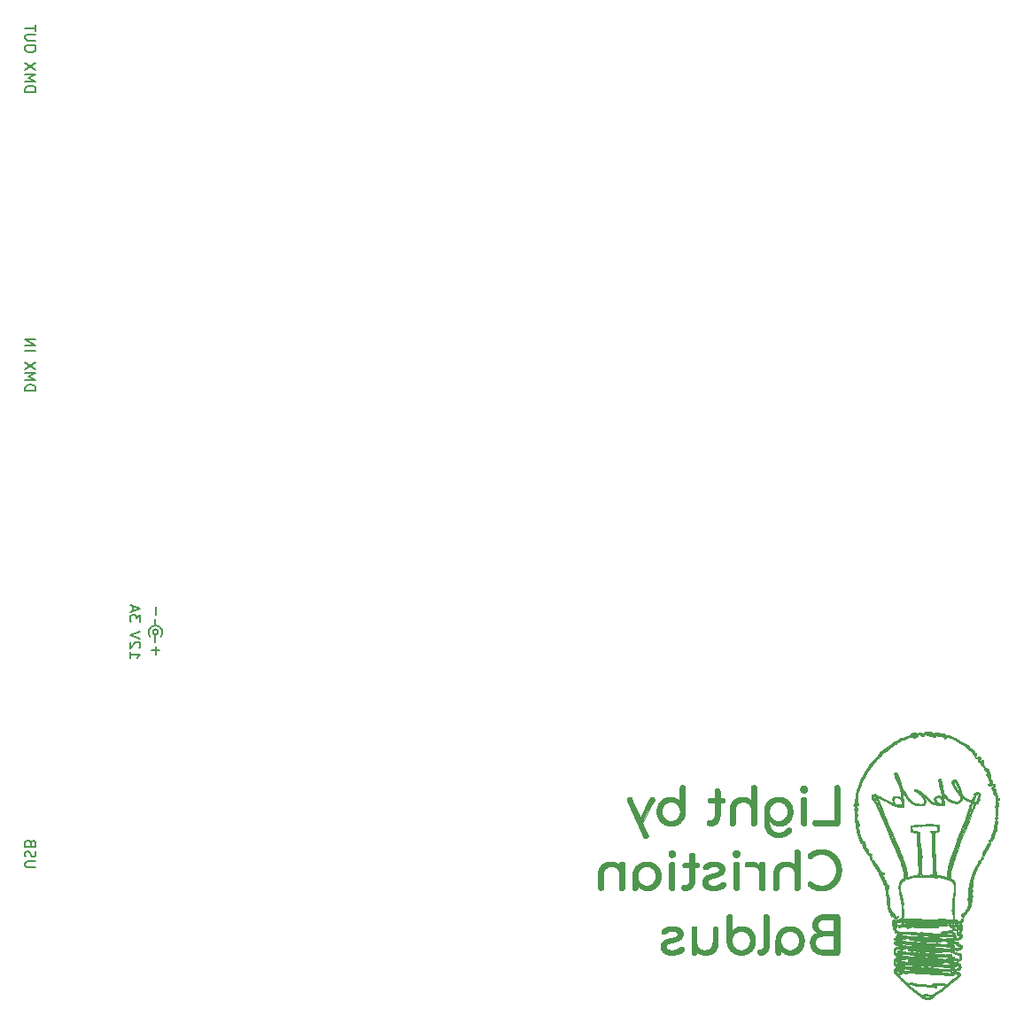
<source format=gbo>
G04 #@! TF.GenerationSoftware,KiCad,Pcbnew,6.0.5*
G04 #@! TF.CreationDate,2022-06-11T02:34:19+02:00*
G04 #@! TF.ProjectId,ELController,454c436f-6e74-4726-9f6c-6c65722e6b69,rev?*
G04 #@! TF.SameCoordinates,Original*
G04 #@! TF.FileFunction,Legend,Bot*
G04 #@! TF.FilePolarity,Positive*
%FSLAX46Y46*%
G04 Gerber Fmt 4.6, Leading zero omitted, Abs format (unit mm)*
G04 Created by KiCad (PCBNEW 6.0.5) date 2022-06-11 02:34:19*
%MOMM*%
%LPD*%
G01*
G04 APERTURE LIST*
%ADD10C,0.100000*%
%ADD11C,0.150000*%
%ADD12C,2.400000*%
%ADD13R,1.700000X1.700000*%
%ADD14O,1.700000X1.700000*%
%ADD15C,2.000000*%
%ADD16R,1.600000X1.600000*%
%ADD17O,1.600000X1.600000*%
%ADD18C,1.700000*%
%ADD19C,0.800000*%
%ADD20C,6.400000*%
%ADD21R,1.000000X1.000000*%
%ADD22O,1.000000X1.000000*%
%ADD23O,1.500000X2.000000*%
%ADD24C,1.600000*%
%ADD25C,3.400000*%
%ADD26C,2.900000*%
%ADD27C,0.650000*%
%ADD28O,2.100000X1.000000*%
%ADD29O,1.800000X1.000000*%
G04 APERTURE END LIST*
D10*
G36*
X100173844Y-120128500D02*
G01*
X100217145Y-120130452D01*
X100263141Y-120133584D01*
X100311734Y-120137899D01*
X100362825Y-120143397D01*
X100416317Y-120150079D01*
X100472110Y-120157945D01*
X100479908Y-120159185D01*
X100487497Y-120160555D01*
X100494874Y-120162061D01*
X100502036Y-120163706D01*
X100508983Y-120165494D01*
X100515710Y-120167428D01*
X100522217Y-120169512D01*
X100528500Y-120171750D01*
X100534557Y-120174145D01*
X100540386Y-120176702D01*
X100545985Y-120179424D01*
X100551351Y-120182315D01*
X100556481Y-120185378D01*
X100561375Y-120188618D01*
X100566029Y-120192037D01*
X100570440Y-120195641D01*
X100572557Y-120197522D01*
X100574613Y-120199469D01*
X100576603Y-120201481D01*
X100578522Y-120203558D01*
X100580363Y-120205700D01*
X100582122Y-120207904D01*
X100583791Y-120210172D01*
X100585367Y-120212503D01*
X100586842Y-120214895D01*
X100588212Y-120217350D01*
X100589470Y-120219865D01*
X100590612Y-120222440D01*
X100591630Y-120225076D01*
X100592521Y-120227770D01*
X100593277Y-120230524D01*
X100593894Y-120233336D01*
X100594355Y-120236188D01*
X100594656Y-120239057D01*
X100594798Y-120241937D01*
X100594786Y-120244823D01*
X100594622Y-120247709D01*
X100594311Y-120250587D01*
X100593856Y-120253454D01*
X100593261Y-120256301D01*
X100592528Y-120259124D01*
X100591662Y-120261917D01*
X100590666Y-120264673D01*
X100589544Y-120267387D01*
X100588298Y-120270052D01*
X100586933Y-120272663D01*
X100585452Y-120275213D01*
X100583859Y-120277696D01*
X100582998Y-120278939D01*
X100582141Y-120280105D01*
X100581290Y-120281195D01*
X100580443Y-120282213D01*
X100579600Y-120283162D01*
X100578762Y-120284046D01*
X100577929Y-120284866D01*
X100577099Y-120285625D01*
X100576275Y-120286328D01*
X100575454Y-120286975D01*
X100574638Y-120287572D01*
X100573826Y-120288120D01*
X100572214Y-120289082D01*
X100570619Y-120289884D01*
X100569039Y-120290551D01*
X100567475Y-120291106D01*
X100565926Y-120291572D01*
X100564391Y-120291973D01*
X100558390Y-120293389D01*
X100555407Y-120294149D01*
X100552343Y-120294852D01*
X100549189Y-120295501D01*
X100545935Y-120296100D01*
X100542570Y-120296653D01*
X100539085Y-120297164D01*
X100535469Y-120297637D01*
X100531713Y-120298076D01*
X100523774Y-120298870D01*
X100515286Y-120299560D01*
X100506268Y-120300152D01*
X100496738Y-120300651D01*
X100486714Y-120301061D01*
X100476213Y-120301388D01*
X100453855Y-120301811D01*
X100429819Y-120301989D01*
X100404304Y-120301857D01*
X100349650Y-120300737D01*
X100291526Y-120298588D01*
X100231566Y-120295549D01*
X100171446Y-120291748D01*
X100112858Y-120287264D01*
X100057457Y-120282162D01*
X100006900Y-120276503D01*
X99983947Y-120273485D01*
X99962777Y-120270355D01*
X99943549Y-120267106D01*
X99934714Y-120265434D01*
X99926424Y-120263729D01*
X99922487Y-120262862D01*
X99918685Y-120261984D01*
X99915014Y-120261090D01*
X99911472Y-120260177D01*
X99908057Y-120259242D01*
X99904764Y-120258281D01*
X99901592Y-120257291D01*
X99898536Y-120256267D01*
X99892728Y-120254262D01*
X99891319Y-120253732D01*
X99889918Y-120253168D01*
X99888521Y-120252558D01*
X99887126Y-120251892D01*
X99885726Y-120251156D01*
X99884319Y-120250342D01*
X99882900Y-120249435D01*
X99881466Y-120248426D01*
X99880011Y-120247303D01*
X99878532Y-120246055D01*
X99877025Y-120244669D01*
X99875486Y-120243135D01*
X99871946Y-120239423D01*
X99870229Y-120237561D01*
X99868558Y-120235682D01*
X99866939Y-120233775D01*
X99865379Y-120231830D01*
X99863886Y-120229836D01*
X99862466Y-120227782D01*
X99861127Y-120225658D01*
X99859876Y-120223455D01*
X99858720Y-120221160D01*
X99857666Y-120218765D01*
X99856721Y-120216257D01*
X99855892Y-120213628D01*
X99855523Y-120212264D01*
X99855186Y-120210866D01*
X99854882Y-120209432D01*
X99854611Y-120207961D01*
X99854390Y-120206453D01*
X99854231Y-120204909D01*
X99854136Y-120203336D01*
X99854105Y-120201739D01*
X99854138Y-120200124D01*
X99854236Y-120198497D01*
X99854398Y-120196864D01*
X99854626Y-120195230D01*
X99854919Y-120193602D01*
X99855279Y-120191985D01*
X99855705Y-120190385D01*
X99856197Y-120188808D01*
X99856757Y-120187260D01*
X99857384Y-120185747D01*
X99858078Y-120184274D01*
X99858841Y-120182848D01*
X99859661Y-120181471D01*
X99860519Y-120180150D01*
X99861414Y-120178882D01*
X99862344Y-120177666D01*
X99863305Y-120176499D01*
X99864295Y-120175380D01*
X99865313Y-120174306D01*
X99866355Y-120173276D01*
X99867419Y-120172287D01*
X99868503Y-120171338D01*
X99869604Y-120170426D01*
X99870719Y-120169550D01*
X99871848Y-120168708D01*
X99872986Y-120167898D01*
X99874132Y-120167118D01*
X99875283Y-120166365D01*
X99880010Y-120163518D01*
X99884984Y-120160881D01*
X99890228Y-120158434D01*
X99895767Y-120156155D01*
X99901625Y-120154023D01*
X99907827Y-120152016D01*
X99914396Y-120150114D01*
X99921357Y-120148296D01*
X99928733Y-120146539D01*
X99936550Y-120144823D01*
X99953600Y-120141428D01*
X99972700Y-120137941D01*
X99994045Y-120134191D01*
X100007302Y-120132042D01*
X100010281Y-120134966D01*
X100019734Y-120133654D01*
X100029545Y-120132473D01*
X100039710Y-120131425D01*
X100050225Y-120130507D01*
X100061087Y-120129721D01*
X100072292Y-120129065D01*
X100083836Y-120128540D01*
X100095716Y-120128145D01*
X100095719Y-120128136D01*
X100133336Y-120127728D01*
X100173844Y-120128500D01*
G37*
X100173844Y-120128500D02*
X100217145Y-120130452D01*
X100263141Y-120133584D01*
X100311734Y-120137899D01*
X100362825Y-120143397D01*
X100416317Y-120150079D01*
X100472110Y-120157945D01*
X100479908Y-120159185D01*
X100487497Y-120160555D01*
X100494874Y-120162061D01*
X100502036Y-120163706D01*
X100508983Y-120165494D01*
X100515710Y-120167428D01*
X100522217Y-120169512D01*
X100528500Y-120171750D01*
X100534557Y-120174145D01*
X100540386Y-120176702D01*
X100545985Y-120179424D01*
X100551351Y-120182315D01*
X100556481Y-120185378D01*
X100561375Y-120188618D01*
X100566029Y-120192037D01*
X100570440Y-120195641D01*
X100572557Y-120197522D01*
X100574613Y-120199469D01*
X100576603Y-120201481D01*
X100578522Y-120203558D01*
X100580363Y-120205700D01*
X100582122Y-120207904D01*
X100583791Y-120210172D01*
X100585367Y-120212503D01*
X100586842Y-120214895D01*
X100588212Y-120217350D01*
X100589470Y-120219865D01*
X100590612Y-120222440D01*
X100591630Y-120225076D01*
X100592521Y-120227770D01*
X100593277Y-120230524D01*
X100593894Y-120233336D01*
X100594355Y-120236188D01*
X100594656Y-120239057D01*
X100594798Y-120241937D01*
X100594786Y-120244823D01*
X100594622Y-120247709D01*
X100594311Y-120250587D01*
X100593856Y-120253454D01*
X100593261Y-120256301D01*
X100592528Y-120259124D01*
X100591662Y-120261917D01*
X100590666Y-120264673D01*
X100589544Y-120267387D01*
X100588298Y-120270052D01*
X100586933Y-120272663D01*
X100585452Y-120275213D01*
X100583859Y-120277696D01*
X100582998Y-120278939D01*
X100582141Y-120280105D01*
X100581290Y-120281195D01*
X100580443Y-120282213D01*
X100579600Y-120283162D01*
X100578762Y-120284046D01*
X100577929Y-120284866D01*
X100577099Y-120285625D01*
X100576275Y-120286328D01*
X100575454Y-120286975D01*
X100574638Y-120287572D01*
X100573826Y-120288120D01*
X100572214Y-120289082D01*
X100570619Y-120289884D01*
X100569039Y-120290551D01*
X100567475Y-120291106D01*
X100565926Y-120291572D01*
X100564391Y-120291973D01*
X100558390Y-120293389D01*
X100555407Y-120294149D01*
X100552343Y-120294852D01*
X100549189Y-120295501D01*
X100545935Y-120296100D01*
X100542570Y-120296653D01*
X100539085Y-120297164D01*
X100535469Y-120297637D01*
X100531713Y-120298076D01*
X100523774Y-120298870D01*
X100515286Y-120299560D01*
X100506268Y-120300152D01*
X100496738Y-120300651D01*
X100486714Y-120301061D01*
X100476213Y-120301388D01*
X100453855Y-120301811D01*
X100429819Y-120301989D01*
X100404304Y-120301857D01*
X100349650Y-120300737D01*
X100291526Y-120298588D01*
X100231566Y-120295549D01*
X100171446Y-120291748D01*
X100112858Y-120287264D01*
X100057457Y-120282162D01*
X100006900Y-120276503D01*
X99983947Y-120273485D01*
X99962777Y-120270355D01*
X99943549Y-120267106D01*
X99934714Y-120265434D01*
X99926424Y-120263729D01*
X99922487Y-120262862D01*
X99918685Y-120261984D01*
X99915014Y-120261090D01*
X99911472Y-120260177D01*
X99908057Y-120259242D01*
X99904764Y-120258281D01*
X99901592Y-120257291D01*
X99898536Y-120256267D01*
X99892728Y-120254262D01*
X99891319Y-120253732D01*
X99889918Y-120253168D01*
X99888521Y-120252558D01*
X99887126Y-120251892D01*
X99885726Y-120251156D01*
X99884319Y-120250342D01*
X99882900Y-120249435D01*
X99881466Y-120248426D01*
X99880011Y-120247303D01*
X99878532Y-120246055D01*
X99877025Y-120244669D01*
X99875486Y-120243135D01*
X99871946Y-120239423D01*
X99870229Y-120237561D01*
X99868558Y-120235682D01*
X99866939Y-120233775D01*
X99865379Y-120231830D01*
X99863886Y-120229836D01*
X99862466Y-120227782D01*
X99861127Y-120225658D01*
X99859876Y-120223455D01*
X99858720Y-120221160D01*
X99857666Y-120218765D01*
X99856721Y-120216257D01*
X99855892Y-120213628D01*
X99855523Y-120212264D01*
X99855186Y-120210866D01*
X99854882Y-120209432D01*
X99854611Y-120207961D01*
X99854390Y-120206453D01*
X99854231Y-120204909D01*
X99854136Y-120203336D01*
X99854105Y-120201739D01*
X99854138Y-120200124D01*
X99854236Y-120198497D01*
X99854398Y-120196864D01*
X99854626Y-120195230D01*
X99854919Y-120193602D01*
X99855279Y-120191985D01*
X99855705Y-120190385D01*
X99856197Y-120188808D01*
X99856757Y-120187260D01*
X99857384Y-120185747D01*
X99858078Y-120184274D01*
X99858841Y-120182848D01*
X99859661Y-120181471D01*
X99860519Y-120180150D01*
X99861414Y-120178882D01*
X99862344Y-120177666D01*
X99863305Y-120176499D01*
X99864295Y-120175380D01*
X99865313Y-120174306D01*
X99866355Y-120173276D01*
X99867419Y-120172287D01*
X99868503Y-120171338D01*
X99869604Y-120170426D01*
X99870719Y-120169550D01*
X99871848Y-120168708D01*
X99872986Y-120167898D01*
X99874132Y-120167118D01*
X99875283Y-120166365D01*
X99880010Y-120163518D01*
X99884984Y-120160881D01*
X99890228Y-120158434D01*
X99895767Y-120156155D01*
X99901625Y-120154023D01*
X99907827Y-120152016D01*
X99914396Y-120150114D01*
X99921357Y-120148296D01*
X99928733Y-120146539D01*
X99936550Y-120144823D01*
X99953600Y-120141428D01*
X99972700Y-120137941D01*
X99994045Y-120134191D01*
X100007302Y-120132042D01*
X100010281Y-120134966D01*
X100019734Y-120133654D01*
X100029545Y-120132473D01*
X100039710Y-120131425D01*
X100050225Y-120130507D01*
X100061087Y-120129721D01*
X100072292Y-120129065D01*
X100083836Y-120128540D01*
X100095716Y-120128145D01*
X100095719Y-120128136D01*
X100133336Y-120127728D01*
X100173844Y-120128500D01*
G36*
X74797712Y-108876878D02*
G01*
X74795802Y-108924221D01*
X74792619Y-108971025D01*
X74788162Y-109017289D01*
X74782432Y-109063012D01*
X74775429Y-109108195D01*
X74767153Y-109152838D01*
X74757603Y-109196941D01*
X74746780Y-109240504D01*
X74734684Y-109283526D01*
X74721314Y-109326008D01*
X74706671Y-109367950D01*
X74690755Y-109409352D01*
X74673565Y-109450214D01*
X74655102Y-109490535D01*
X74635366Y-109530316D01*
X74613913Y-109568689D01*
X74591534Y-109606020D01*
X74568228Y-109642309D01*
X74543997Y-109677557D01*
X74518839Y-109711762D01*
X74492756Y-109744926D01*
X74465746Y-109777048D01*
X74437810Y-109808128D01*
X74408948Y-109838167D01*
X74379160Y-109867164D01*
X74348446Y-109895118D01*
X74316807Y-109922032D01*
X74284241Y-109947903D01*
X74250749Y-109972732D01*
X74216331Y-109996520D01*
X74180987Y-110019266D01*
X74144312Y-110040796D01*
X74107135Y-110060938D01*
X74069457Y-110079690D01*
X74031277Y-110097053D01*
X73992596Y-110113028D01*
X73953413Y-110127613D01*
X73913728Y-110140809D01*
X73873542Y-110152616D01*
X73832854Y-110163034D01*
X73791664Y-110172063D01*
X73749973Y-110179703D01*
X73707780Y-110185953D01*
X73665086Y-110190815D01*
X73621890Y-110194288D01*
X73578192Y-110196371D01*
X73533993Y-110197066D01*
X73498341Y-110196603D01*
X73462997Y-110195214D01*
X73427961Y-110192899D01*
X73393235Y-110189658D01*
X73358817Y-110185490D01*
X73324708Y-110180397D01*
X73290907Y-110174378D01*
X73257415Y-110167433D01*
X73224232Y-110159561D01*
X73191357Y-110150764D01*
X73158791Y-110141040D01*
X73126534Y-110130391D01*
X73094585Y-110118815D01*
X73062945Y-110106314D01*
X73031614Y-110092886D01*
X73000592Y-110078533D01*
X72970013Y-110063349D01*
X72940013Y-110047433D01*
X72910592Y-110030783D01*
X72881749Y-110013400D01*
X72853486Y-109995284D01*
X72825801Y-109976436D01*
X72798695Y-109956854D01*
X72772167Y-109936539D01*
X72746219Y-109915490D01*
X72720849Y-109893709D01*
X72696058Y-109871195D01*
X72671846Y-109847947D01*
X72648213Y-109823967D01*
X72625158Y-109799253D01*
X72602683Y-109773806D01*
X72580786Y-109747626D01*
X72580786Y-109930365D01*
X72580516Y-109943812D01*
X72579705Y-109956989D01*
X72578355Y-109969896D01*
X72576464Y-109982533D01*
X72574034Y-109994899D01*
X72571063Y-110006996D01*
X72567551Y-110018822D01*
X72563500Y-110030379D01*
X72558909Y-110041665D01*
X72553777Y-110052681D01*
X72548105Y-110063427D01*
X72541893Y-110073902D01*
X72535140Y-110084108D01*
X72527848Y-110094044D01*
X72520015Y-110103709D01*
X72511642Y-110113104D01*
X72502246Y-110121477D01*
X72492581Y-110129310D01*
X72482645Y-110136602D01*
X72472439Y-110143355D01*
X72461963Y-110149567D01*
X72451217Y-110155239D01*
X72440201Y-110160370D01*
X72428915Y-110164962D01*
X72417359Y-110169013D01*
X72405532Y-110172525D01*
X72393436Y-110175496D01*
X72381069Y-110177927D01*
X72368433Y-110179817D01*
X72355526Y-110181168D01*
X72342350Y-110181978D01*
X72328903Y-110182248D01*
X72315475Y-110181978D01*
X72302355Y-110181168D01*
X72289545Y-110179817D01*
X72277043Y-110177927D01*
X72264850Y-110175496D01*
X72252966Y-110172525D01*
X72241390Y-110169013D01*
X72230123Y-110164962D01*
X72219165Y-110160370D01*
X72208516Y-110155239D01*
X72198175Y-110149567D01*
X72188143Y-110143355D01*
X72178420Y-110136602D01*
X72169005Y-110129310D01*
X72159899Y-110121477D01*
X72151101Y-110113104D01*
X72142130Y-110103709D01*
X72133738Y-110094044D01*
X72125924Y-110084108D01*
X72118689Y-110073902D01*
X72112033Y-110063427D01*
X72105956Y-110052681D01*
X72100458Y-110041665D01*
X72095538Y-110030379D01*
X72091197Y-110018822D01*
X72087435Y-110006996D01*
X72084252Y-109994899D01*
X72081647Y-109982533D01*
X72079621Y-109969896D01*
X72078174Y-109956989D01*
X72077306Y-109943812D01*
X72077017Y-109930365D01*
X72077017Y-108828992D01*
X72077017Y-108828990D01*
X72561029Y-108828990D01*
X72561472Y-108861518D01*
X72562803Y-108893659D01*
X72565022Y-108925414D01*
X72568128Y-108956784D01*
X72572121Y-108987768D01*
X72577002Y-109018366D01*
X72582771Y-109048578D01*
X72589426Y-109078404D01*
X72596970Y-109107844D01*
X72605400Y-109136899D01*
X72614718Y-109165568D01*
X72624924Y-109193851D01*
X72636017Y-109221748D01*
X72647998Y-109249259D01*
X72660866Y-109276384D01*
X72674621Y-109303124D01*
X72689168Y-109328725D01*
X72704409Y-109353670D01*
X72720344Y-109377960D01*
X72736975Y-109401593D01*
X72754300Y-109424570D01*
X72772319Y-109446892D01*
X72791033Y-109468558D01*
X72810441Y-109489567D01*
X72830544Y-109509921D01*
X72851341Y-109529619D01*
X72872833Y-109548661D01*
X72895020Y-109567046D01*
X72917901Y-109584776D01*
X72941476Y-109601850D01*
X72965746Y-109618268D01*
X72990710Y-109634030D01*
X73015597Y-109648384D01*
X73040871Y-109661812D01*
X73066530Y-109674313D01*
X73092575Y-109685889D01*
X73119006Y-109696538D01*
X73145822Y-109706262D01*
X73173025Y-109715059D01*
X73200613Y-109722930D01*
X73228587Y-109729876D01*
X73256947Y-109735895D01*
X73285693Y-109740988D01*
X73314825Y-109745155D01*
X73344343Y-109748397D01*
X73374246Y-109750712D01*
X73404536Y-109752101D01*
X73435211Y-109752564D01*
X73465905Y-109752101D01*
X73496252Y-109750712D01*
X73526252Y-109748397D01*
X73555905Y-109745155D01*
X73585211Y-109740988D01*
X73614169Y-109735895D01*
X73642780Y-109729876D01*
X73671043Y-109722930D01*
X73698960Y-109715059D01*
X73726529Y-109706262D01*
X73753750Y-109696538D01*
X73780625Y-109685889D01*
X73807152Y-109674313D01*
X73833332Y-109661812D01*
X73859164Y-109648384D01*
X73884649Y-109634030D01*
X73909035Y-109618268D01*
X73932804Y-109601850D01*
X73955955Y-109584776D01*
X73978488Y-109567046D01*
X74000405Y-109548660D01*
X74021704Y-109529618D01*
X74042385Y-109509920D01*
X74062450Y-109489567D01*
X74081896Y-109468557D01*
X74100726Y-109446892D01*
X74118938Y-109424570D01*
X74136533Y-109401593D01*
X74153510Y-109377959D01*
X74169870Y-109353670D01*
X74185613Y-109328725D01*
X74200738Y-109303124D01*
X74214494Y-109276384D01*
X74227362Y-109249259D01*
X74239342Y-109221748D01*
X74250436Y-109193851D01*
X74260642Y-109165568D01*
X74269960Y-109136899D01*
X74278391Y-109107844D01*
X74285934Y-109078404D01*
X74292590Y-109048578D01*
X74298359Y-109018366D01*
X74303240Y-108987768D01*
X74307234Y-108956784D01*
X74310340Y-108925414D01*
X74312559Y-108893659D01*
X74313890Y-108861518D01*
X74314334Y-108828990D01*
X74313890Y-108796463D01*
X74312559Y-108764322D01*
X74310340Y-108732566D01*
X74307234Y-108701197D01*
X74303240Y-108670213D01*
X74298359Y-108639615D01*
X74292590Y-108609403D01*
X74285934Y-108579577D01*
X74278391Y-108550136D01*
X74269960Y-108521082D01*
X74260642Y-108492413D01*
X74250436Y-108464130D01*
X74239342Y-108436233D01*
X74227362Y-108408722D01*
X74214494Y-108381597D01*
X74200738Y-108354857D01*
X74185613Y-108328677D01*
X74169870Y-108303230D01*
X74153510Y-108278516D01*
X74136533Y-108254536D01*
X74118938Y-108231288D01*
X74100726Y-108208774D01*
X74081896Y-108186992D01*
X74062450Y-108165944D01*
X74042385Y-108145629D01*
X74021704Y-108126047D01*
X74000405Y-108107198D01*
X73978488Y-108089082D01*
X73955955Y-108071700D01*
X73932804Y-108055050D01*
X73909035Y-108039134D01*
X73884649Y-108023950D01*
X73859164Y-108008999D01*
X73833332Y-107995012D01*
X73807152Y-107981989D01*
X73780625Y-107969931D01*
X73753750Y-107958838D01*
X73726529Y-107948709D01*
X73698960Y-107939545D01*
X73671043Y-107931346D01*
X73642780Y-107924111D01*
X73614169Y-107917841D01*
X73585211Y-107912536D01*
X73555905Y-107908195D01*
X73526252Y-107904819D01*
X73496252Y-107902407D01*
X73465905Y-107900960D01*
X73435211Y-107900478D01*
X73404536Y-107900960D01*
X73374246Y-107902407D01*
X73344343Y-107904819D01*
X73314825Y-107908195D01*
X73285693Y-107912536D01*
X73256947Y-107917841D01*
X73228587Y-107924111D01*
X73200613Y-107931346D01*
X73173025Y-107939545D01*
X73145822Y-107948709D01*
X73119006Y-107958838D01*
X73092575Y-107969931D01*
X73066530Y-107981989D01*
X73040871Y-107995012D01*
X73015597Y-108008999D01*
X72990710Y-108023950D01*
X72965746Y-108039134D01*
X72941476Y-108055050D01*
X72917901Y-108071700D01*
X72895020Y-108089083D01*
X72872833Y-108107199D01*
X72851341Y-108126047D01*
X72830544Y-108145629D01*
X72810441Y-108165945D01*
X72791033Y-108186993D01*
X72772319Y-108208774D01*
X72754300Y-108231288D01*
X72736975Y-108254536D01*
X72720344Y-108278516D01*
X72704409Y-108303230D01*
X72689168Y-108328677D01*
X72674621Y-108354857D01*
X72660866Y-108381597D01*
X72647998Y-108408722D01*
X72636017Y-108436233D01*
X72624924Y-108464130D01*
X72614718Y-108492413D01*
X72605400Y-108521082D01*
X72596970Y-108550136D01*
X72589426Y-108579577D01*
X72582771Y-108609403D01*
X72577002Y-108639615D01*
X72572121Y-108670213D01*
X72568128Y-108701197D01*
X72565022Y-108732566D01*
X72562803Y-108764322D01*
X72561472Y-108796463D01*
X72561029Y-108828990D01*
X72077017Y-108828990D01*
X72077731Y-108781127D01*
X72079872Y-108733841D01*
X72083441Y-108687134D01*
X72088438Y-108641005D01*
X72094862Y-108595456D01*
X72102714Y-108550485D01*
X72111994Y-108506092D01*
X72122702Y-108462279D01*
X72134837Y-108419044D01*
X72148399Y-108376388D01*
X72163390Y-108334311D01*
X72179808Y-108292813D01*
X72197653Y-108251894D01*
X72216926Y-108211553D01*
X72237627Y-108171791D01*
X72259756Y-108132608D01*
X72282502Y-108093637D01*
X72306290Y-108055747D01*
X72331119Y-108018937D01*
X72356990Y-107983207D01*
X72383903Y-107948558D01*
X72411858Y-107914989D01*
X72440855Y-107882500D01*
X72470893Y-107851092D01*
X72501973Y-107820764D01*
X72534095Y-107791516D01*
X72567259Y-107763349D01*
X72601465Y-107736262D01*
X72636712Y-107710256D01*
X72673001Y-107685330D01*
X72710333Y-107661485D01*
X72748706Y-107638719D01*
X72787271Y-107616591D01*
X72826416Y-107595890D01*
X72866139Y-107576617D01*
X72906441Y-107558771D01*
X72947322Y-107542353D01*
X72988782Y-107527363D01*
X73030820Y-107513800D01*
X73073437Y-107501665D01*
X73116633Y-107490958D01*
X73160408Y-107481678D01*
X73204761Y-107473826D01*
X73249693Y-107467401D01*
X73295204Y-107462405D01*
X73341294Y-107458835D01*
X73387963Y-107456694D01*
X73435211Y-107455980D01*
X73435214Y-107455982D01*
X73482500Y-107456695D01*
X73529284Y-107458837D01*
X73575567Y-107462406D01*
X73621349Y-107467403D01*
X73666628Y-107473827D01*
X73711406Y-107481679D01*
X73755682Y-107490959D01*
X73799457Y-107501666D01*
X73842730Y-107513801D01*
X73885502Y-107527364D01*
X73927772Y-107542354D01*
X73969540Y-107558772D01*
X74010807Y-107576618D01*
X74051572Y-107595891D01*
X74091835Y-107616592D01*
X74131597Y-107638721D01*
X74169970Y-107661486D01*
X74207301Y-107685332D01*
X74243590Y-107710258D01*
X74278837Y-107736264D01*
X74313043Y-107763351D01*
X74346206Y-107791518D01*
X74378329Y-107820765D01*
X74409409Y-107851093D01*
X74439447Y-107882502D01*
X74468444Y-107914990D01*
X74496399Y-107948559D01*
X74523312Y-107983209D01*
X74549184Y-108018938D01*
X74574013Y-108055748D01*
X74597801Y-108093639D01*
X74620547Y-108132610D01*
X74642077Y-108171793D01*
X74662219Y-108211555D01*
X74680971Y-108251896D01*
X74698335Y-108292815D01*
X74714309Y-108334314D01*
X74728894Y-108376391D01*
X74742091Y-108419046D01*
X74753898Y-108462281D01*
X74764316Y-108506094D01*
X74773345Y-108550487D01*
X74780985Y-108595457D01*
X74787236Y-108641007D01*
X74792098Y-108687135D01*
X74795570Y-108733843D01*
X74797654Y-108781129D01*
X74798348Y-108828990D01*
X74798349Y-108828993D01*
X74797712Y-108876878D01*
G37*
X74797712Y-108876878D02*
X74795802Y-108924221D01*
X74792619Y-108971025D01*
X74788162Y-109017289D01*
X74782432Y-109063012D01*
X74775429Y-109108195D01*
X74767153Y-109152838D01*
X74757603Y-109196941D01*
X74746780Y-109240504D01*
X74734684Y-109283526D01*
X74721314Y-109326008D01*
X74706671Y-109367950D01*
X74690755Y-109409352D01*
X74673565Y-109450214D01*
X74655102Y-109490535D01*
X74635366Y-109530316D01*
X74613913Y-109568689D01*
X74591534Y-109606020D01*
X74568228Y-109642309D01*
X74543997Y-109677557D01*
X74518839Y-109711762D01*
X74492756Y-109744926D01*
X74465746Y-109777048D01*
X74437810Y-109808128D01*
X74408948Y-109838167D01*
X74379160Y-109867164D01*
X74348446Y-109895118D01*
X74316807Y-109922032D01*
X74284241Y-109947903D01*
X74250749Y-109972732D01*
X74216331Y-109996520D01*
X74180987Y-110019266D01*
X74144312Y-110040796D01*
X74107135Y-110060938D01*
X74069457Y-110079690D01*
X74031277Y-110097053D01*
X73992596Y-110113028D01*
X73953413Y-110127613D01*
X73913728Y-110140809D01*
X73873542Y-110152616D01*
X73832854Y-110163034D01*
X73791664Y-110172063D01*
X73749973Y-110179703D01*
X73707780Y-110185953D01*
X73665086Y-110190815D01*
X73621890Y-110194288D01*
X73578192Y-110196371D01*
X73533993Y-110197066D01*
X73498341Y-110196603D01*
X73462997Y-110195214D01*
X73427961Y-110192899D01*
X73393235Y-110189658D01*
X73358817Y-110185490D01*
X73324708Y-110180397D01*
X73290907Y-110174378D01*
X73257415Y-110167433D01*
X73224232Y-110159561D01*
X73191357Y-110150764D01*
X73158791Y-110141040D01*
X73126534Y-110130391D01*
X73094585Y-110118815D01*
X73062945Y-110106314D01*
X73031614Y-110092886D01*
X73000592Y-110078533D01*
X72970013Y-110063349D01*
X72940013Y-110047433D01*
X72910592Y-110030783D01*
X72881749Y-110013400D01*
X72853486Y-109995284D01*
X72825801Y-109976436D01*
X72798695Y-109956854D01*
X72772167Y-109936539D01*
X72746219Y-109915490D01*
X72720849Y-109893709D01*
X72696058Y-109871195D01*
X72671846Y-109847947D01*
X72648213Y-109823967D01*
X72625158Y-109799253D01*
X72602683Y-109773806D01*
X72580786Y-109747626D01*
X72580786Y-109930365D01*
X72580516Y-109943812D01*
X72579705Y-109956989D01*
X72578355Y-109969896D01*
X72576464Y-109982533D01*
X72574034Y-109994899D01*
X72571063Y-110006996D01*
X72567551Y-110018822D01*
X72563500Y-110030379D01*
X72558909Y-110041665D01*
X72553777Y-110052681D01*
X72548105Y-110063427D01*
X72541893Y-110073902D01*
X72535140Y-110084108D01*
X72527848Y-110094044D01*
X72520015Y-110103709D01*
X72511642Y-110113104D01*
X72502246Y-110121477D01*
X72492581Y-110129310D01*
X72482645Y-110136602D01*
X72472439Y-110143355D01*
X72461963Y-110149567D01*
X72451217Y-110155239D01*
X72440201Y-110160370D01*
X72428915Y-110164962D01*
X72417359Y-110169013D01*
X72405532Y-110172525D01*
X72393436Y-110175496D01*
X72381069Y-110177927D01*
X72368433Y-110179817D01*
X72355526Y-110181168D01*
X72342350Y-110181978D01*
X72328903Y-110182248D01*
X72315475Y-110181978D01*
X72302355Y-110181168D01*
X72289545Y-110179817D01*
X72277043Y-110177927D01*
X72264850Y-110175496D01*
X72252966Y-110172525D01*
X72241390Y-110169013D01*
X72230123Y-110164962D01*
X72219165Y-110160370D01*
X72208516Y-110155239D01*
X72198175Y-110149567D01*
X72188143Y-110143355D01*
X72178420Y-110136602D01*
X72169005Y-110129310D01*
X72159899Y-110121477D01*
X72151101Y-110113104D01*
X72142130Y-110103709D01*
X72133738Y-110094044D01*
X72125924Y-110084108D01*
X72118689Y-110073902D01*
X72112033Y-110063427D01*
X72105956Y-110052681D01*
X72100458Y-110041665D01*
X72095538Y-110030379D01*
X72091197Y-110018822D01*
X72087435Y-110006996D01*
X72084252Y-109994899D01*
X72081647Y-109982533D01*
X72079621Y-109969896D01*
X72078174Y-109956989D01*
X72077306Y-109943812D01*
X72077017Y-109930365D01*
X72077017Y-108828992D01*
X72077017Y-108828990D01*
X72561029Y-108828990D01*
X72561472Y-108861518D01*
X72562803Y-108893659D01*
X72565022Y-108925414D01*
X72568128Y-108956784D01*
X72572121Y-108987768D01*
X72577002Y-109018366D01*
X72582771Y-109048578D01*
X72589426Y-109078404D01*
X72596970Y-109107844D01*
X72605400Y-109136899D01*
X72614718Y-109165568D01*
X72624924Y-109193851D01*
X72636017Y-109221748D01*
X72647998Y-109249259D01*
X72660866Y-109276384D01*
X72674621Y-109303124D01*
X72689168Y-109328725D01*
X72704409Y-109353670D01*
X72720344Y-109377960D01*
X72736975Y-109401593D01*
X72754300Y-109424570D01*
X72772319Y-109446892D01*
X72791033Y-109468558D01*
X72810441Y-109489567D01*
X72830544Y-109509921D01*
X72851341Y-109529619D01*
X72872833Y-109548661D01*
X72895020Y-109567046D01*
X72917901Y-109584776D01*
X72941476Y-109601850D01*
X72965746Y-109618268D01*
X72990710Y-109634030D01*
X73015597Y-109648384D01*
X73040871Y-109661812D01*
X73066530Y-109674313D01*
X73092575Y-109685889D01*
X73119006Y-109696538D01*
X73145822Y-109706262D01*
X73173025Y-109715059D01*
X73200613Y-109722930D01*
X73228587Y-109729876D01*
X73256947Y-109735895D01*
X73285693Y-109740988D01*
X73314825Y-109745155D01*
X73344343Y-109748397D01*
X73374246Y-109750712D01*
X73404536Y-109752101D01*
X73435211Y-109752564D01*
X73465905Y-109752101D01*
X73496252Y-109750712D01*
X73526252Y-109748397D01*
X73555905Y-109745155D01*
X73585211Y-109740988D01*
X73614169Y-109735895D01*
X73642780Y-109729876D01*
X73671043Y-109722930D01*
X73698960Y-109715059D01*
X73726529Y-109706262D01*
X73753750Y-109696538D01*
X73780625Y-109685889D01*
X73807152Y-109674313D01*
X73833332Y-109661812D01*
X73859164Y-109648384D01*
X73884649Y-109634030D01*
X73909035Y-109618268D01*
X73932804Y-109601850D01*
X73955955Y-109584776D01*
X73978488Y-109567046D01*
X74000405Y-109548660D01*
X74021704Y-109529618D01*
X74042385Y-109509920D01*
X74062450Y-109489567D01*
X74081896Y-109468557D01*
X74100726Y-109446892D01*
X74118938Y-109424570D01*
X74136533Y-109401593D01*
X74153510Y-109377959D01*
X74169870Y-109353670D01*
X74185613Y-109328725D01*
X74200738Y-109303124D01*
X74214494Y-109276384D01*
X74227362Y-109249259D01*
X74239342Y-109221748D01*
X74250436Y-109193851D01*
X74260642Y-109165568D01*
X74269960Y-109136899D01*
X74278391Y-109107844D01*
X74285934Y-109078404D01*
X74292590Y-109048578D01*
X74298359Y-109018366D01*
X74303240Y-108987768D01*
X74307234Y-108956784D01*
X74310340Y-108925414D01*
X74312559Y-108893659D01*
X74313890Y-108861518D01*
X74314334Y-108828990D01*
X74313890Y-108796463D01*
X74312559Y-108764322D01*
X74310340Y-108732566D01*
X74307234Y-108701197D01*
X74303240Y-108670213D01*
X74298359Y-108639615D01*
X74292590Y-108609403D01*
X74285934Y-108579577D01*
X74278391Y-108550136D01*
X74269960Y-108521082D01*
X74260642Y-108492413D01*
X74250436Y-108464130D01*
X74239342Y-108436233D01*
X74227362Y-108408722D01*
X74214494Y-108381597D01*
X74200738Y-108354857D01*
X74185613Y-108328677D01*
X74169870Y-108303230D01*
X74153510Y-108278516D01*
X74136533Y-108254536D01*
X74118938Y-108231288D01*
X74100726Y-108208774D01*
X74081896Y-108186992D01*
X74062450Y-108165944D01*
X74042385Y-108145629D01*
X74021704Y-108126047D01*
X74000405Y-108107198D01*
X73978488Y-108089082D01*
X73955955Y-108071700D01*
X73932804Y-108055050D01*
X73909035Y-108039134D01*
X73884649Y-108023950D01*
X73859164Y-108008999D01*
X73833332Y-107995012D01*
X73807152Y-107981989D01*
X73780625Y-107969931D01*
X73753750Y-107958838D01*
X73726529Y-107948709D01*
X73698960Y-107939545D01*
X73671043Y-107931346D01*
X73642780Y-107924111D01*
X73614169Y-107917841D01*
X73585211Y-107912536D01*
X73555905Y-107908195D01*
X73526252Y-107904819D01*
X73496252Y-107902407D01*
X73465905Y-107900960D01*
X73435211Y-107900478D01*
X73404536Y-107900960D01*
X73374246Y-107902407D01*
X73344343Y-107904819D01*
X73314825Y-107908195D01*
X73285693Y-107912536D01*
X73256947Y-107917841D01*
X73228587Y-107924111D01*
X73200613Y-107931346D01*
X73173025Y-107939545D01*
X73145822Y-107948709D01*
X73119006Y-107958838D01*
X73092575Y-107969931D01*
X73066530Y-107981989D01*
X73040871Y-107995012D01*
X73015597Y-108008999D01*
X72990710Y-108023950D01*
X72965746Y-108039134D01*
X72941476Y-108055050D01*
X72917901Y-108071700D01*
X72895020Y-108089083D01*
X72872833Y-108107199D01*
X72851341Y-108126047D01*
X72830544Y-108145629D01*
X72810441Y-108165945D01*
X72791033Y-108186993D01*
X72772319Y-108208774D01*
X72754300Y-108231288D01*
X72736975Y-108254536D01*
X72720344Y-108278516D01*
X72704409Y-108303230D01*
X72689168Y-108328677D01*
X72674621Y-108354857D01*
X72660866Y-108381597D01*
X72647998Y-108408722D01*
X72636017Y-108436233D01*
X72624924Y-108464130D01*
X72614718Y-108492413D01*
X72605400Y-108521082D01*
X72596970Y-108550136D01*
X72589426Y-108579577D01*
X72582771Y-108609403D01*
X72577002Y-108639615D01*
X72572121Y-108670213D01*
X72568128Y-108701197D01*
X72565022Y-108732566D01*
X72562803Y-108764322D01*
X72561472Y-108796463D01*
X72561029Y-108828990D01*
X72077017Y-108828990D01*
X72077731Y-108781127D01*
X72079872Y-108733841D01*
X72083441Y-108687134D01*
X72088438Y-108641005D01*
X72094862Y-108595456D01*
X72102714Y-108550485D01*
X72111994Y-108506092D01*
X72122702Y-108462279D01*
X72134837Y-108419044D01*
X72148399Y-108376388D01*
X72163390Y-108334311D01*
X72179808Y-108292813D01*
X72197653Y-108251894D01*
X72216926Y-108211553D01*
X72237627Y-108171791D01*
X72259756Y-108132608D01*
X72282502Y-108093637D01*
X72306290Y-108055747D01*
X72331119Y-108018937D01*
X72356990Y-107983207D01*
X72383903Y-107948558D01*
X72411858Y-107914989D01*
X72440855Y-107882500D01*
X72470893Y-107851092D01*
X72501973Y-107820764D01*
X72534095Y-107791516D01*
X72567259Y-107763349D01*
X72601465Y-107736262D01*
X72636712Y-107710256D01*
X72673001Y-107685330D01*
X72710333Y-107661485D01*
X72748706Y-107638719D01*
X72787271Y-107616591D01*
X72826416Y-107595890D01*
X72866139Y-107576617D01*
X72906441Y-107558771D01*
X72947322Y-107542353D01*
X72988782Y-107527363D01*
X73030820Y-107513800D01*
X73073437Y-107501665D01*
X73116633Y-107490958D01*
X73160408Y-107481678D01*
X73204761Y-107473826D01*
X73249693Y-107467401D01*
X73295204Y-107462405D01*
X73341294Y-107458835D01*
X73387963Y-107456694D01*
X73435211Y-107455980D01*
X73435214Y-107455982D01*
X73482500Y-107456695D01*
X73529284Y-107458837D01*
X73575567Y-107462406D01*
X73621349Y-107467403D01*
X73666628Y-107473827D01*
X73711406Y-107481679D01*
X73755682Y-107490959D01*
X73799457Y-107501666D01*
X73842730Y-107513801D01*
X73885502Y-107527364D01*
X73927772Y-107542354D01*
X73969540Y-107558772D01*
X74010807Y-107576618D01*
X74051572Y-107595891D01*
X74091835Y-107616592D01*
X74131597Y-107638721D01*
X74169970Y-107661486D01*
X74207301Y-107685332D01*
X74243590Y-107710258D01*
X74278837Y-107736264D01*
X74313043Y-107763351D01*
X74346206Y-107791518D01*
X74378329Y-107820765D01*
X74409409Y-107851093D01*
X74439447Y-107882502D01*
X74468444Y-107914990D01*
X74496399Y-107948559D01*
X74523312Y-107983209D01*
X74549184Y-108018938D01*
X74574013Y-108055748D01*
X74597801Y-108093639D01*
X74620547Y-108132610D01*
X74642077Y-108171793D01*
X74662219Y-108211555D01*
X74680971Y-108251896D01*
X74698335Y-108292815D01*
X74714309Y-108334314D01*
X74728894Y-108376391D01*
X74742091Y-108419046D01*
X74753898Y-108462281D01*
X74764316Y-108506094D01*
X74773345Y-108550487D01*
X74780985Y-108595457D01*
X74787236Y-108641007D01*
X74792098Y-108687135D01*
X74795570Y-108733843D01*
X74797654Y-108781129D01*
X74798348Y-108828990D01*
X74798349Y-108828993D01*
X74797712Y-108876878D01*
G36*
X77116850Y-102745668D02*
G01*
X77113378Y-102792471D01*
X77108516Y-102838735D01*
X77102265Y-102884458D01*
X77094625Y-102929641D01*
X77085596Y-102974284D01*
X77075178Y-103018387D01*
X77063371Y-103061949D01*
X77050174Y-103104972D01*
X77035589Y-103147454D01*
X77019615Y-103189396D01*
X77002251Y-103230798D01*
X76983499Y-103271659D01*
X76963357Y-103311981D01*
X76941827Y-103351762D01*
X76918502Y-103390154D01*
X76894213Y-103427543D01*
X76868959Y-103463929D01*
X76842740Y-103499311D01*
X76815557Y-103533691D01*
X76787410Y-103567067D01*
X76758297Y-103599440D01*
X76728220Y-103630809D01*
X76697179Y-103661176D01*
X76665172Y-103690539D01*
X76632202Y-103718899D01*
X76598266Y-103746256D01*
X76563366Y-103772609D01*
X76527501Y-103797960D01*
X76490671Y-103822307D01*
X76452877Y-103845651D01*
X76413713Y-103867181D01*
X76374009Y-103887323D01*
X76333765Y-103906075D01*
X76292980Y-103923438D01*
X76251656Y-103939412D01*
X76209791Y-103953998D01*
X76167386Y-103967194D01*
X76124441Y-103979001D01*
X76080955Y-103989419D01*
X76036930Y-103998448D01*
X75992364Y-104006087D01*
X75947258Y-104012338D01*
X75901612Y-104017200D01*
X75855425Y-104020673D01*
X75808698Y-104022756D01*
X75761431Y-104023451D01*
X75714164Y-104022756D01*
X75667438Y-104020673D01*
X75621251Y-104017200D01*
X75575605Y-104012338D01*
X75530499Y-104006087D01*
X75485933Y-103998448D01*
X75441908Y-103989419D01*
X75398423Y-103979001D01*
X75355477Y-103967194D01*
X75313073Y-103953998D01*
X75271208Y-103939412D01*
X75229884Y-103923438D01*
X75189100Y-103906075D01*
X75148856Y-103887323D01*
X75109152Y-103867181D01*
X75069989Y-103845651D01*
X75031017Y-103822307D01*
X74993127Y-103797959D01*
X74956316Y-103772609D01*
X74920586Y-103746255D01*
X74885937Y-103718899D01*
X74852368Y-103690539D01*
X74819879Y-103661175D01*
X74788471Y-103630809D01*
X74758143Y-103599439D01*
X74728895Y-103567066D01*
X74700728Y-103533690D01*
X74673641Y-103499311D01*
X74647635Y-103463929D01*
X74622709Y-103427543D01*
X74598863Y-103390154D01*
X74576098Y-103351762D01*
X74554568Y-103311981D01*
X74534426Y-103271659D01*
X74515674Y-103230798D01*
X74498310Y-103189396D01*
X74482336Y-103147454D01*
X74467751Y-103104972D01*
X74454555Y-103061949D01*
X74442747Y-103018387D01*
X74432329Y-102974284D01*
X74423300Y-102929641D01*
X74415660Y-102884458D01*
X74409409Y-102838735D01*
X74404548Y-102792471D01*
X74401075Y-102745668D01*
X74398991Y-102698324D01*
X74398297Y-102650440D01*
X74882312Y-102650440D01*
X74882775Y-102682967D01*
X74884164Y-102715108D01*
X74886479Y-102746864D01*
X74889720Y-102778234D01*
X74893887Y-102809218D01*
X74898980Y-102839816D01*
X74905000Y-102870028D01*
X74911945Y-102899854D01*
X74919816Y-102929294D01*
X74928614Y-102958349D01*
X74938337Y-102987018D01*
X74948987Y-103015300D01*
X74960562Y-103043197D01*
X74973064Y-103070708D01*
X74986491Y-103097834D01*
X75000845Y-103124573D01*
X75015391Y-103150772D01*
X75030633Y-103176277D01*
X75046568Y-103201087D01*
X75063198Y-103225203D01*
X75080523Y-103248624D01*
X75098543Y-103271351D01*
X75117256Y-103293383D01*
X75136665Y-103314720D01*
X75156768Y-103335363D01*
X75177565Y-103355312D01*
X75199057Y-103374566D01*
X75221243Y-103393125D01*
X75244124Y-103410990D01*
X75267700Y-103428160D01*
X75291969Y-103444636D01*
X75316934Y-103460417D01*
X75341821Y-103474771D01*
X75367095Y-103488199D01*
X75392754Y-103500700D01*
X75418799Y-103512276D01*
X75445230Y-103522925D01*
X75472046Y-103532649D01*
X75499249Y-103541446D01*
X75526837Y-103549317D01*
X75554811Y-103556263D01*
X75583171Y-103562282D01*
X75611917Y-103567375D01*
X75641049Y-103571542D01*
X75670566Y-103574784D01*
X75700470Y-103577099D01*
X75730759Y-103578488D01*
X75761434Y-103578951D01*
X75792129Y-103578488D01*
X75822476Y-103577099D01*
X75852476Y-103574784D01*
X75882129Y-103571542D01*
X75911434Y-103567375D01*
X75940393Y-103562282D01*
X75969003Y-103556263D01*
X75997267Y-103549317D01*
X76025183Y-103541446D01*
X76052752Y-103532649D01*
X76079974Y-103522925D01*
X76106848Y-103512276D01*
X76133376Y-103500700D01*
X76159555Y-103488199D01*
X76185388Y-103474771D01*
X76210873Y-103460417D01*
X76235240Y-103444636D01*
X76258950Y-103428160D01*
X76282005Y-103410990D01*
X76304404Y-103393125D01*
X76326147Y-103374566D01*
X76347233Y-103355312D01*
X76367664Y-103335363D01*
X76387439Y-103314720D01*
X76406558Y-103293383D01*
X76425021Y-103271351D01*
X76442828Y-103248624D01*
X76459979Y-103225203D01*
X76476474Y-103201087D01*
X76492314Y-103176277D01*
X76507497Y-103150772D01*
X76522024Y-103124573D01*
X76535780Y-103097833D01*
X76548648Y-103070708D01*
X76560628Y-103043197D01*
X76571722Y-103015300D01*
X76581928Y-102987017D01*
X76591246Y-102958348D01*
X76599677Y-102929294D01*
X76607220Y-102899853D01*
X76613876Y-102870027D01*
X76619645Y-102839815D01*
X76624526Y-102809217D01*
X76628520Y-102778233D01*
X76631626Y-102746864D01*
X76633845Y-102715108D01*
X76635176Y-102682967D01*
X76635620Y-102650440D01*
X76635176Y-102617932D01*
X76633845Y-102585848D01*
X76631626Y-102554189D01*
X76628520Y-102522954D01*
X76624526Y-102492144D01*
X76619645Y-102461758D01*
X76613876Y-102431797D01*
X76607220Y-102402260D01*
X76599677Y-102373148D01*
X76591246Y-102344460D01*
X76581928Y-102316196D01*
X76571722Y-102288357D01*
X76560628Y-102260942D01*
X76548648Y-102233952D01*
X76535780Y-102207386D01*
X76522024Y-102181245D01*
X76507497Y-102155065D01*
X76492314Y-102129618D01*
X76476474Y-102104904D01*
X76459979Y-102080924D01*
X76442828Y-102057676D01*
X76425021Y-102035162D01*
X76406558Y-102013380D01*
X76387439Y-101992332D01*
X76367664Y-101972017D01*
X76347233Y-101952435D01*
X76326147Y-101933586D01*
X76304404Y-101915471D01*
X76282005Y-101898088D01*
X76258950Y-101881439D01*
X76235240Y-101865522D01*
X76210873Y-101850339D01*
X76185388Y-101835387D01*
X76159555Y-101821400D01*
X76133376Y-101808378D01*
X76106848Y-101796320D01*
X76079974Y-101785227D01*
X76052752Y-101775098D01*
X76025183Y-101765934D01*
X75997267Y-101757735D01*
X75969003Y-101750500D01*
X75940393Y-101744230D01*
X75911434Y-101738925D01*
X75882129Y-101734584D01*
X75852476Y-101731208D01*
X75822476Y-101728796D01*
X75792129Y-101727349D01*
X75761434Y-101726867D01*
X75730759Y-101727349D01*
X75700470Y-101728796D01*
X75670566Y-101731208D01*
X75641049Y-101734584D01*
X75611917Y-101738925D01*
X75583171Y-101744230D01*
X75554811Y-101750500D01*
X75526837Y-101757735D01*
X75499249Y-101765934D01*
X75472046Y-101775098D01*
X75445230Y-101785227D01*
X75418799Y-101796320D01*
X75392754Y-101808378D01*
X75367095Y-101821400D01*
X75341821Y-101835387D01*
X75316934Y-101850339D01*
X75291969Y-101865522D01*
X75267700Y-101881439D01*
X75244124Y-101898088D01*
X75221243Y-101915471D01*
X75199057Y-101933586D01*
X75177565Y-101952435D01*
X75156768Y-101972017D01*
X75136665Y-101992332D01*
X75117256Y-102013380D01*
X75098543Y-102035162D01*
X75080523Y-102057676D01*
X75063198Y-102080924D01*
X75046568Y-102104904D01*
X75030633Y-102129618D01*
X75015391Y-102155065D01*
X75000845Y-102181245D01*
X74986491Y-102207386D01*
X74973064Y-102233952D01*
X74960562Y-102260942D01*
X74948987Y-102288357D01*
X74938337Y-102316196D01*
X74928614Y-102344460D01*
X74919816Y-102373148D01*
X74911945Y-102402260D01*
X74905000Y-102431797D01*
X74898980Y-102461758D01*
X74893887Y-102492144D01*
X74889720Y-102522954D01*
X74886479Y-102554189D01*
X74884164Y-102585848D01*
X74882775Y-102617932D01*
X74882312Y-102650440D01*
X74398297Y-102650440D01*
X74398953Y-102602575D01*
X74400920Y-102555289D01*
X74404200Y-102508582D01*
X74408792Y-102462453D01*
X74414696Y-102416903D01*
X74421911Y-102371933D01*
X74430438Y-102327540D01*
X74440278Y-102283727D01*
X74451429Y-102240492D01*
X74463892Y-102197837D01*
X74477667Y-102155760D01*
X74492754Y-102114261D01*
X74509152Y-102073342D01*
X74526863Y-102033001D01*
X74545885Y-101993239D01*
X74566220Y-101954056D01*
X74587094Y-101915085D01*
X74608972Y-101877194D01*
X74631852Y-101840384D01*
X74655736Y-101804655D01*
X74680624Y-101770005D01*
X74706514Y-101736436D01*
X74733408Y-101703948D01*
X74761305Y-101672539D01*
X74790205Y-101642211D01*
X74820109Y-101612964D01*
X74851016Y-101584797D01*
X74882926Y-101557710D01*
X74915839Y-101531704D01*
X74949756Y-101506778D01*
X74984676Y-101482932D01*
X75020599Y-101460167D01*
X75056676Y-101438637D01*
X75093293Y-101418495D01*
X75130450Y-101399743D01*
X75168148Y-101382380D01*
X75206386Y-101366405D01*
X75245164Y-101351820D01*
X75284482Y-101338624D01*
X75324341Y-101326817D01*
X75364739Y-101316399D01*
X75405678Y-101307370D01*
X75447157Y-101299730D01*
X75489177Y-101293480D01*
X75531736Y-101288618D01*
X75574835Y-101285145D01*
X75618475Y-101283062D01*
X75662655Y-101282367D01*
X75698308Y-101282830D01*
X75733652Y-101284219D01*
X75768687Y-101286534D01*
X75803413Y-101289775D01*
X75837831Y-101293943D01*
X75871941Y-101299036D01*
X75905741Y-101305055D01*
X75939233Y-101312000D01*
X75972417Y-101319872D01*
X76005291Y-101328669D01*
X76037857Y-101338393D01*
X76070114Y-101349042D01*
X76102063Y-101360618D01*
X76133703Y-101373119D01*
X76165034Y-101386547D01*
X76196057Y-101400900D01*
X76226635Y-101416084D01*
X76256635Y-101432000D01*
X76286057Y-101448649D01*
X76314899Y-101466032D01*
X76343163Y-101484148D01*
X76370847Y-101502997D01*
X76397953Y-101522579D01*
X76424481Y-101542894D01*
X76450429Y-101563942D01*
X76475799Y-101585723D01*
X76500590Y-101608238D01*
X76524802Y-101631485D01*
X76548435Y-101655466D01*
X76571490Y-101680179D01*
X76593966Y-101705626D01*
X76615863Y-101731806D01*
X76615863Y-100398306D01*
X76616152Y-100384280D01*
X76617020Y-100370602D01*
X76618467Y-100357271D01*
X76620493Y-100344287D01*
X76623097Y-100331650D01*
X76626281Y-100319361D01*
X76630043Y-100307419D01*
X76634384Y-100295824D01*
X76639303Y-100284576D01*
X76644802Y-100273676D01*
X76650879Y-100263123D01*
X76657535Y-100252917D01*
X76664770Y-100243059D01*
X76672583Y-100233547D01*
X76680976Y-100224383D01*
X76689947Y-100215566D01*
X76698744Y-100207194D01*
X76707851Y-100199361D01*
X76717265Y-100192068D01*
X76726989Y-100185316D01*
X76737021Y-100179104D01*
X76747362Y-100173432D01*
X76758011Y-100168300D01*
X76768969Y-100163708D01*
X76780236Y-100159657D01*
X76791812Y-100156146D01*
X76803696Y-100153174D01*
X76815889Y-100150744D01*
X76828391Y-100148853D01*
X76841201Y-100147502D01*
X76854321Y-100146692D01*
X76867749Y-100146422D01*
X76867745Y-100146423D01*
X76881771Y-100146693D01*
X76895449Y-100147503D01*
X76908781Y-100148854D01*
X76921764Y-100150744D01*
X76934401Y-100153175D01*
X76946690Y-100156146D01*
X76958632Y-100159658D01*
X76970227Y-100163709D01*
X76981475Y-100168301D01*
X76992375Y-100173432D01*
X77002928Y-100179104D01*
X77013134Y-100185317D01*
X77022993Y-100192069D01*
X77032504Y-100199362D01*
X77041668Y-100207194D01*
X77050485Y-100215567D01*
X77058858Y-100224384D01*
X77066691Y-100233548D01*
X77073983Y-100243059D01*
X77080736Y-100252917D01*
X77086948Y-100263123D01*
X77092620Y-100273676D01*
X77097751Y-100284577D01*
X77102343Y-100295824D01*
X77106394Y-100307419D01*
X77109905Y-100319361D01*
X77112876Y-100331650D01*
X77115307Y-100344287D01*
X77117198Y-100357271D01*
X77118548Y-100370602D01*
X77119358Y-100384281D01*
X77119628Y-100398306D01*
X77119628Y-102650440D01*
X77118934Y-102698324D01*
X77116850Y-102745668D01*
G37*
X77116850Y-102745668D02*
X77113378Y-102792471D01*
X77108516Y-102838735D01*
X77102265Y-102884458D01*
X77094625Y-102929641D01*
X77085596Y-102974284D01*
X77075178Y-103018387D01*
X77063371Y-103061949D01*
X77050174Y-103104972D01*
X77035589Y-103147454D01*
X77019615Y-103189396D01*
X77002251Y-103230798D01*
X76983499Y-103271659D01*
X76963357Y-103311981D01*
X76941827Y-103351762D01*
X76918502Y-103390154D01*
X76894213Y-103427543D01*
X76868959Y-103463929D01*
X76842740Y-103499311D01*
X76815557Y-103533691D01*
X76787410Y-103567067D01*
X76758297Y-103599440D01*
X76728220Y-103630809D01*
X76697179Y-103661176D01*
X76665172Y-103690539D01*
X76632202Y-103718899D01*
X76598266Y-103746256D01*
X76563366Y-103772609D01*
X76527501Y-103797960D01*
X76490671Y-103822307D01*
X76452877Y-103845651D01*
X76413713Y-103867181D01*
X76374009Y-103887323D01*
X76333765Y-103906075D01*
X76292980Y-103923438D01*
X76251656Y-103939412D01*
X76209791Y-103953998D01*
X76167386Y-103967194D01*
X76124441Y-103979001D01*
X76080955Y-103989419D01*
X76036930Y-103998448D01*
X75992364Y-104006087D01*
X75947258Y-104012338D01*
X75901612Y-104017200D01*
X75855425Y-104020673D01*
X75808698Y-104022756D01*
X75761431Y-104023451D01*
X75714164Y-104022756D01*
X75667438Y-104020673D01*
X75621251Y-104017200D01*
X75575605Y-104012338D01*
X75530499Y-104006087D01*
X75485933Y-103998448D01*
X75441908Y-103989419D01*
X75398423Y-103979001D01*
X75355477Y-103967194D01*
X75313073Y-103953998D01*
X75271208Y-103939412D01*
X75229884Y-103923438D01*
X75189100Y-103906075D01*
X75148856Y-103887323D01*
X75109152Y-103867181D01*
X75069989Y-103845651D01*
X75031017Y-103822307D01*
X74993127Y-103797959D01*
X74956316Y-103772609D01*
X74920586Y-103746255D01*
X74885937Y-103718899D01*
X74852368Y-103690539D01*
X74819879Y-103661175D01*
X74788471Y-103630809D01*
X74758143Y-103599439D01*
X74728895Y-103567066D01*
X74700728Y-103533690D01*
X74673641Y-103499311D01*
X74647635Y-103463929D01*
X74622709Y-103427543D01*
X74598863Y-103390154D01*
X74576098Y-103351762D01*
X74554568Y-103311981D01*
X74534426Y-103271659D01*
X74515674Y-103230798D01*
X74498310Y-103189396D01*
X74482336Y-103147454D01*
X74467751Y-103104972D01*
X74454555Y-103061949D01*
X74442747Y-103018387D01*
X74432329Y-102974284D01*
X74423300Y-102929641D01*
X74415660Y-102884458D01*
X74409409Y-102838735D01*
X74404548Y-102792471D01*
X74401075Y-102745668D01*
X74398991Y-102698324D01*
X74398297Y-102650440D01*
X74882312Y-102650440D01*
X74882775Y-102682967D01*
X74884164Y-102715108D01*
X74886479Y-102746864D01*
X74889720Y-102778234D01*
X74893887Y-102809218D01*
X74898980Y-102839816D01*
X74905000Y-102870028D01*
X74911945Y-102899854D01*
X74919816Y-102929294D01*
X74928614Y-102958349D01*
X74938337Y-102987018D01*
X74948987Y-103015300D01*
X74960562Y-103043197D01*
X74973064Y-103070708D01*
X74986491Y-103097834D01*
X75000845Y-103124573D01*
X75015391Y-103150772D01*
X75030633Y-103176277D01*
X75046568Y-103201087D01*
X75063198Y-103225203D01*
X75080523Y-103248624D01*
X75098543Y-103271351D01*
X75117256Y-103293383D01*
X75136665Y-103314720D01*
X75156768Y-103335363D01*
X75177565Y-103355312D01*
X75199057Y-103374566D01*
X75221243Y-103393125D01*
X75244124Y-103410990D01*
X75267700Y-103428160D01*
X75291969Y-103444636D01*
X75316934Y-103460417D01*
X75341821Y-103474771D01*
X75367095Y-103488199D01*
X75392754Y-103500700D01*
X75418799Y-103512276D01*
X75445230Y-103522925D01*
X75472046Y-103532649D01*
X75499249Y-103541446D01*
X75526837Y-103549317D01*
X75554811Y-103556263D01*
X75583171Y-103562282D01*
X75611917Y-103567375D01*
X75641049Y-103571542D01*
X75670566Y-103574784D01*
X75700470Y-103577099D01*
X75730759Y-103578488D01*
X75761434Y-103578951D01*
X75792129Y-103578488D01*
X75822476Y-103577099D01*
X75852476Y-103574784D01*
X75882129Y-103571542D01*
X75911434Y-103567375D01*
X75940393Y-103562282D01*
X75969003Y-103556263D01*
X75997267Y-103549317D01*
X76025183Y-103541446D01*
X76052752Y-103532649D01*
X76079974Y-103522925D01*
X76106848Y-103512276D01*
X76133376Y-103500700D01*
X76159555Y-103488199D01*
X76185388Y-103474771D01*
X76210873Y-103460417D01*
X76235240Y-103444636D01*
X76258950Y-103428160D01*
X76282005Y-103410990D01*
X76304404Y-103393125D01*
X76326147Y-103374566D01*
X76347233Y-103355312D01*
X76367664Y-103335363D01*
X76387439Y-103314720D01*
X76406558Y-103293383D01*
X76425021Y-103271351D01*
X76442828Y-103248624D01*
X76459979Y-103225203D01*
X76476474Y-103201087D01*
X76492314Y-103176277D01*
X76507497Y-103150772D01*
X76522024Y-103124573D01*
X76535780Y-103097833D01*
X76548648Y-103070708D01*
X76560628Y-103043197D01*
X76571722Y-103015300D01*
X76581928Y-102987017D01*
X76591246Y-102958348D01*
X76599677Y-102929294D01*
X76607220Y-102899853D01*
X76613876Y-102870027D01*
X76619645Y-102839815D01*
X76624526Y-102809217D01*
X76628520Y-102778233D01*
X76631626Y-102746864D01*
X76633845Y-102715108D01*
X76635176Y-102682967D01*
X76635620Y-102650440D01*
X76635176Y-102617932D01*
X76633845Y-102585848D01*
X76631626Y-102554189D01*
X76628520Y-102522954D01*
X76624526Y-102492144D01*
X76619645Y-102461758D01*
X76613876Y-102431797D01*
X76607220Y-102402260D01*
X76599677Y-102373148D01*
X76591246Y-102344460D01*
X76581928Y-102316196D01*
X76571722Y-102288357D01*
X76560628Y-102260942D01*
X76548648Y-102233952D01*
X76535780Y-102207386D01*
X76522024Y-102181245D01*
X76507497Y-102155065D01*
X76492314Y-102129618D01*
X76476474Y-102104904D01*
X76459979Y-102080924D01*
X76442828Y-102057676D01*
X76425021Y-102035162D01*
X76406558Y-102013380D01*
X76387439Y-101992332D01*
X76367664Y-101972017D01*
X76347233Y-101952435D01*
X76326147Y-101933586D01*
X76304404Y-101915471D01*
X76282005Y-101898088D01*
X76258950Y-101881439D01*
X76235240Y-101865522D01*
X76210873Y-101850339D01*
X76185388Y-101835387D01*
X76159555Y-101821400D01*
X76133376Y-101808378D01*
X76106848Y-101796320D01*
X76079974Y-101785227D01*
X76052752Y-101775098D01*
X76025183Y-101765934D01*
X75997267Y-101757735D01*
X75969003Y-101750500D01*
X75940393Y-101744230D01*
X75911434Y-101738925D01*
X75882129Y-101734584D01*
X75852476Y-101731208D01*
X75822476Y-101728796D01*
X75792129Y-101727349D01*
X75761434Y-101726867D01*
X75730759Y-101727349D01*
X75700470Y-101728796D01*
X75670566Y-101731208D01*
X75641049Y-101734584D01*
X75611917Y-101738925D01*
X75583171Y-101744230D01*
X75554811Y-101750500D01*
X75526837Y-101757735D01*
X75499249Y-101765934D01*
X75472046Y-101775098D01*
X75445230Y-101785227D01*
X75418799Y-101796320D01*
X75392754Y-101808378D01*
X75367095Y-101821400D01*
X75341821Y-101835387D01*
X75316934Y-101850339D01*
X75291969Y-101865522D01*
X75267700Y-101881439D01*
X75244124Y-101898088D01*
X75221243Y-101915471D01*
X75199057Y-101933586D01*
X75177565Y-101952435D01*
X75156768Y-101972017D01*
X75136665Y-101992332D01*
X75117256Y-102013380D01*
X75098543Y-102035162D01*
X75080523Y-102057676D01*
X75063198Y-102080924D01*
X75046568Y-102104904D01*
X75030633Y-102129618D01*
X75015391Y-102155065D01*
X75000845Y-102181245D01*
X74986491Y-102207386D01*
X74973064Y-102233952D01*
X74960562Y-102260942D01*
X74948987Y-102288357D01*
X74938337Y-102316196D01*
X74928614Y-102344460D01*
X74919816Y-102373148D01*
X74911945Y-102402260D01*
X74905000Y-102431797D01*
X74898980Y-102461758D01*
X74893887Y-102492144D01*
X74889720Y-102522954D01*
X74886479Y-102554189D01*
X74884164Y-102585848D01*
X74882775Y-102617932D01*
X74882312Y-102650440D01*
X74398297Y-102650440D01*
X74398953Y-102602575D01*
X74400920Y-102555289D01*
X74404200Y-102508582D01*
X74408792Y-102462453D01*
X74414696Y-102416903D01*
X74421911Y-102371933D01*
X74430438Y-102327540D01*
X74440278Y-102283727D01*
X74451429Y-102240492D01*
X74463892Y-102197837D01*
X74477667Y-102155760D01*
X74492754Y-102114261D01*
X74509152Y-102073342D01*
X74526863Y-102033001D01*
X74545885Y-101993239D01*
X74566220Y-101954056D01*
X74587094Y-101915085D01*
X74608972Y-101877194D01*
X74631852Y-101840384D01*
X74655736Y-101804655D01*
X74680624Y-101770005D01*
X74706514Y-101736436D01*
X74733408Y-101703948D01*
X74761305Y-101672539D01*
X74790205Y-101642211D01*
X74820109Y-101612964D01*
X74851016Y-101584797D01*
X74882926Y-101557710D01*
X74915839Y-101531704D01*
X74949756Y-101506778D01*
X74984676Y-101482932D01*
X75020599Y-101460167D01*
X75056676Y-101438637D01*
X75093293Y-101418495D01*
X75130450Y-101399743D01*
X75168148Y-101382380D01*
X75206386Y-101366405D01*
X75245164Y-101351820D01*
X75284482Y-101338624D01*
X75324341Y-101326817D01*
X75364739Y-101316399D01*
X75405678Y-101307370D01*
X75447157Y-101299730D01*
X75489177Y-101293480D01*
X75531736Y-101288618D01*
X75574835Y-101285145D01*
X75618475Y-101283062D01*
X75662655Y-101282367D01*
X75698308Y-101282830D01*
X75733652Y-101284219D01*
X75768687Y-101286534D01*
X75803413Y-101289775D01*
X75837831Y-101293943D01*
X75871941Y-101299036D01*
X75905741Y-101305055D01*
X75939233Y-101312000D01*
X75972417Y-101319872D01*
X76005291Y-101328669D01*
X76037857Y-101338393D01*
X76070114Y-101349042D01*
X76102063Y-101360618D01*
X76133703Y-101373119D01*
X76165034Y-101386547D01*
X76196057Y-101400900D01*
X76226635Y-101416084D01*
X76256635Y-101432000D01*
X76286057Y-101448649D01*
X76314899Y-101466032D01*
X76343163Y-101484148D01*
X76370847Y-101502997D01*
X76397953Y-101522579D01*
X76424481Y-101542894D01*
X76450429Y-101563942D01*
X76475799Y-101585723D01*
X76500590Y-101608238D01*
X76524802Y-101631485D01*
X76548435Y-101655466D01*
X76571490Y-101680179D01*
X76593966Y-101705626D01*
X76615863Y-101731806D01*
X76615863Y-100398306D01*
X76616152Y-100384280D01*
X76617020Y-100370602D01*
X76618467Y-100357271D01*
X76620493Y-100344287D01*
X76623097Y-100331650D01*
X76626281Y-100319361D01*
X76630043Y-100307419D01*
X76634384Y-100295824D01*
X76639303Y-100284576D01*
X76644802Y-100273676D01*
X76650879Y-100263123D01*
X76657535Y-100252917D01*
X76664770Y-100243059D01*
X76672583Y-100233547D01*
X76680976Y-100224383D01*
X76689947Y-100215566D01*
X76698744Y-100207194D01*
X76707851Y-100199361D01*
X76717265Y-100192068D01*
X76726989Y-100185316D01*
X76737021Y-100179104D01*
X76747362Y-100173432D01*
X76758011Y-100168300D01*
X76768969Y-100163708D01*
X76780236Y-100159657D01*
X76791812Y-100156146D01*
X76803696Y-100153174D01*
X76815889Y-100150744D01*
X76828391Y-100148853D01*
X76841201Y-100147502D01*
X76854321Y-100146692D01*
X76867749Y-100146422D01*
X76867745Y-100146423D01*
X76881771Y-100146693D01*
X76895449Y-100147503D01*
X76908781Y-100148854D01*
X76921764Y-100150744D01*
X76934401Y-100153175D01*
X76946690Y-100156146D01*
X76958632Y-100159658D01*
X76970227Y-100163709D01*
X76981475Y-100168301D01*
X76992375Y-100173432D01*
X77002928Y-100179104D01*
X77013134Y-100185317D01*
X77022993Y-100192069D01*
X77032504Y-100199362D01*
X77041668Y-100207194D01*
X77050485Y-100215567D01*
X77058858Y-100224384D01*
X77066691Y-100233548D01*
X77073983Y-100243059D01*
X77080736Y-100252917D01*
X77086948Y-100263123D01*
X77092620Y-100273676D01*
X77097751Y-100284577D01*
X77102343Y-100295824D01*
X77106394Y-100307419D01*
X77109905Y-100319361D01*
X77112876Y-100331650D01*
X77115307Y-100344287D01*
X77117198Y-100357271D01*
X77118548Y-100370602D01*
X77119358Y-100384281D01*
X77119628Y-100398306D01*
X77119628Y-102650440D01*
X77118934Y-102698324D01*
X77116850Y-102745668D01*
G36*
X102540675Y-116417207D02*
G01*
X102539459Y-116417956D01*
X102536993Y-116419397D01*
X102534478Y-116420824D01*
X102531897Y-116422257D01*
X102529234Y-116423657D01*
X102526492Y-116425026D01*
X102523670Y-116426364D01*
X102520768Y-116427673D01*
X102517787Y-116428952D01*
X102514727Y-116430205D01*
X102511589Y-116431430D01*
X102505080Y-116433825D01*
X102498283Y-116436132D01*
X102491228Y-116438340D01*
X102483948Y-116440439D01*
X102476474Y-116442417D01*
X102468836Y-116444264D01*
X102461066Y-116445968D01*
X102453195Y-116447519D01*
X102450095Y-116448122D01*
X102447219Y-116448734D01*
X102444553Y-116449354D01*
X102442083Y-116449981D01*
X102439794Y-116450613D01*
X102437670Y-116451250D01*
X102433862Y-116452528D01*
X102430541Y-116453807D01*
X102427590Y-116455074D01*
X102422327Y-116457532D01*
X102422941Y-116457975D01*
X102423478Y-116458384D01*
X102423955Y-116458764D01*
X102424391Y-116459121D01*
X102425210Y-116459791D01*
X102425630Y-116460117D01*
X102426080Y-116460444D01*
X102426579Y-116460778D01*
X102427146Y-116461126D01*
X102427797Y-116461493D01*
X102428552Y-116461886D01*
X102429428Y-116462311D01*
X102430444Y-116462773D01*
X102431617Y-116463278D01*
X102432965Y-116463834D01*
X102439053Y-116466153D01*
X102445820Y-116468455D01*
X102453253Y-116470721D01*
X102461339Y-116472935D01*
X102470063Y-116475079D01*
X102479414Y-116477134D01*
X102489378Y-116479083D01*
X102499942Y-116480908D01*
X102523676Y-116485375D01*
X102549184Y-116491310D01*
X102575780Y-116498494D01*
X102602775Y-116506709D01*
X102629482Y-116515736D01*
X102655212Y-116525355D01*
X102679278Y-116535347D01*
X102690473Y-116540415D01*
X102700993Y-116545494D01*
X102705894Y-116547857D01*
X102710659Y-116549986D01*
X102715292Y-116551898D01*
X102719800Y-116553612D01*
X102724189Y-116555147D01*
X102728465Y-116556519D01*
X102732635Y-116557746D01*
X102736704Y-116558848D01*
X102744564Y-116560746D01*
X102752094Y-116562355D01*
X102766358Y-116565286D01*
X102773491Y-116566848D01*
X102775335Y-116567310D01*
X102777201Y-116567830D01*
X102779086Y-116568420D01*
X102780989Y-116569095D01*
X102782909Y-116569869D01*
X102784843Y-116570756D01*
X102786790Y-116571771D01*
X102788748Y-116572927D01*
X102790716Y-116574238D01*
X102792693Y-116575719D01*
X102794675Y-116577383D01*
X102796663Y-116579245D01*
X102797631Y-116580247D01*
X102798547Y-116581286D01*
X102799411Y-116582360D01*
X102800224Y-116583467D01*
X102800987Y-116584604D01*
X102801700Y-116585769D01*
X102802984Y-116588177D01*
X102804083Y-116590672D01*
X102805002Y-116593239D01*
X102805749Y-116595860D01*
X102806331Y-116598517D01*
X102806756Y-116601195D01*
X102807029Y-116603876D01*
X102807158Y-116606543D01*
X102807151Y-116609178D01*
X102807013Y-116611766D01*
X102806753Y-116614288D01*
X102806376Y-116616728D01*
X102805891Y-116619069D01*
X102805427Y-116620865D01*
X102804886Y-116622636D01*
X102804272Y-116624382D01*
X102803586Y-116626100D01*
X102802832Y-116627791D01*
X102802013Y-116629451D01*
X102800188Y-116632677D01*
X102798133Y-116635767D01*
X102795870Y-116638709D01*
X102793420Y-116641493D01*
X102790806Y-116644107D01*
X102788048Y-116646539D01*
X102785169Y-116648780D01*
X102782190Y-116650816D01*
X102779133Y-116652638D01*
X102776020Y-116654234D01*
X102772872Y-116655593D01*
X102769711Y-116656703D01*
X102766559Y-116657553D01*
X102763432Y-116658199D01*
X102760331Y-116658713D01*
X102757255Y-116659101D01*
X102754202Y-116659372D01*
X102751169Y-116659534D01*
X102748155Y-116659594D01*
X102745158Y-116659562D01*
X102742176Y-116659444D01*
X102739207Y-116659248D01*
X102736250Y-116658983D01*
X102730363Y-116658276D01*
X102724499Y-116657385D01*
X102718643Y-116656375D01*
X102706866Y-116654110D01*
X102695115Y-116651620D01*
X102672634Y-116646629D01*
X102662377Y-116644462D01*
X102653089Y-116642736D01*
X102645008Y-116641617D01*
X102641493Y-116641337D01*
X102638368Y-116641272D01*
X102621357Y-116641300D01*
X102602640Y-116640784D01*
X102560731Y-116638218D01*
X102513928Y-116633765D01*
X102463519Y-116627615D01*
X102410792Y-116619958D01*
X102357035Y-116610986D01*
X102303535Y-116600888D01*
X102251580Y-116589856D01*
X102182127Y-116575071D01*
X102114804Y-116562832D01*
X102045971Y-116552795D01*
X101971991Y-116544620D01*
X101889226Y-116537964D01*
X101794036Y-116532486D01*
X101682783Y-116527843D01*
X101551830Y-116523693D01*
X101457343Y-116521338D01*
X101367681Y-116519683D01*
X101284933Y-116518713D01*
X101211185Y-116518408D01*
X101178336Y-116518522D01*
X101148534Y-116518812D01*
X101122071Y-116519245D01*
X101099235Y-116519786D01*
X101080401Y-116520541D01*
X101072608Y-116520903D01*
X101065948Y-116521335D01*
X101062980Y-116521613D01*
X101060236Y-116521962D01*
X101057830Y-116522328D01*
X101055878Y-116522655D01*
X101054495Y-116522888D01*
X101053795Y-116522974D01*
X101053741Y-116522966D01*
X101053738Y-116522945D01*
X101053894Y-116522858D01*
X101054907Y-116522484D01*
X101048574Y-116524421D01*
X101042185Y-116525901D01*
X101035758Y-116526933D01*
X101029314Y-116527523D01*
X101022872Y-116527679D01*
X101016451Y-116527408D01*
X101010072Y-116526718D01*
X101003755Y-116525616D01*
X100997518Y-116524109D01*
X100991382Y-116522205D01*
X100985367Y-116519911D01*
X100979492Y-116517234D01*
X100973776Y-116514182D01*
X100968240Y-116510763D01*
X100962903Y-116506983D01*
X100957785Y-116502851D01*
X100956737Y-116501986D01*
X100955640Y-116501150D01*
X100954500Y-116500343D01*
X100953321Y-116499568D01*
X100952110Y-116498826D01*
X100950872Y-116498117D01*
X100949612Y-116497445D01*
X100948335Y-116496809D01*
X100947046Y-116496212D01*
X100945752Y-116495655D01*
X100944457Y-116495139D01*
X100943167Y-116494667D01*
X100941887Y-116494238D01*
X100940622Y-116493855D01*
X100939378Y-116493520D01*
X100938159Y-116493233D01*
X100936981Y-116493002D01*
X100935856Y-116492831D01*
X100934788Y-116492712D01*
X100933782Y-116492638D01*
X100932842Y-116492603D01*
X100931972Y-116492600D01*
X100931177Y-116492622D01*
X100930461Y-116492662D01*
X100929286Y-116492771D01*
X100928481Y-116492872D01*
X100928083Y-116492911D01*
X100928047Y-116492890D01*
X100928125Y-116492833D01*
X100925897Y-116494051D01*
X100923757Y-116495124D01*
X100921690Y-116496065D01*
X100919683Y-116496887D01*
X100917721Y-116497602D01*
X100915789Y-116498224D01*
X100913874Y-116498764D01*
X100911961Y-116499235D01*
X100910035Y-116499651D01*
X100908082Y-116500023D01*
X100904039Y-116500690D01*
X100895000Y-116502063D01*
X100889901Y-116502850D01*
X100884513Y-116503616D01*
X100872897Y-116505084D01*
X100860202Y-116506471D01*
X100846481Y-116507776D01*
X100816285Y-116510157D01*
X100783108Y-116512142D01*
X100747755Y-116513662D01*
X100711036Y-116514649D01*
X100475328Y-116519142D01*
X100458949Y-116518999D01*
X100438613Y-116518025D01*
X100415002Y-116516306D01*
X100388798Y-116513929D01*
X100360683Y-116510979D01*
X100331340Y-116507541D01*
X100301450Y-116503702D01*
X100271697Y-116499547D01*
X100240149Y-116495597D01*
X100209164Y-116492929D01*
X100179224Y-116491492D01*
X100150811Y-116491240D01*
X100124406Y-116492123D01*
X100100492Y-116494092D01*
X100089619Y-116495469D01*
X100079550Y-116497099D01*
X100070345Y-116498977D01*
X100062063Y-116501096D01*
X100050723Y-116504145D01*
X100039454Y-116506752D01*
X100028232Y-116508920D01*
X100017035Y-116510647D01*
X100005838Y-116511936D01*
X99994619Y-116512787D01*
X99983354Y-116513201D01*
X99972021Y-116513178D01*
X99960595Y-116512720D01*
X99949054Y-116511828D01*
X99937374Y-116510501D01*
X99925533Y-116508742D01*
X99913506Y-116506550D01*
X99901271Y-116503927D01*
X99888805Y-116500874D01*
X99876084Y-116497391D01*
X99855952Y-116491812D01*
X99832970Y-116485826D01*
X99781832Y-116473425D01*
X99729421Y-116461769D01*
X99704848Y-116456715D01*
X99682489Y-116452440D01*
X99660587Y-116448218D01*
X99639191Y-116443642D01*
X99618781Y-116438853D01*
X99599835Y-116433989D01*
X99583326Y-116429554D01*
X99576000Y-116427471D01*
X99569180Y-116425343D01*
X99562783Y-116423068D01*
X99559715Y-116421844D01*
X99556721Y-116420545D01*
X99553791Y-116419160D01*
X99550912Y-116417674D01*
X99548076Y-116416075D01*
X99547457Y-116415695D01*
X99546488Y-116415478D01*
X99544913Y-116415153D01*
X99542956Y-116414774D01*
X99540645Y-116414351D01*
X99545271Y-116414351D01*
X99547457Y-116415695D01*
X99547652Y-116415738D01*
X99547762Y-116415770D01*
X99547832Y-116415804D01*
X99548176Y-116415955D01*
X99548266Y-116415986D01*
X99548306Y-116415992D01*
X99548308Y-116415987D01*
X99548298Y-116415978D01*
X99548246Y-116415947D01*
X99548020Y-116415852D01*
X99547852Y-116415795D01*
X99547762Y-116415770D01*
X99547571Y-116415676D01*
X99547249Y-116415507D01*
X99546860Y-116415295D01*
X99546403Y-116415034D01*
X99545874Y-116414721D01*
X99545271Y-116414351D01*
X99540645Y-116414351D01*
X99535073Y-116413389D01*
X99528335Y-116412321D01*
X99520528Y-116411182D01*
X99511750Y-116410005D01*
X99491471Y-116407593D01*
X99467727Y-116405041D01*
X99440767Y-116402368D01*
X99410842Y-116399594D01*
X99343137Y-116393845D01*
X99266593Y-116387992D01*
X99183127Y-116382203D01*
X99094658Y-116376647D01*
X98921317Y-116365642D01*
X98774080Y-116355039D01*
X98715097Y-116350254D01*
X98668336Y-116346010D01*
X98650085Y-116344162D01*
X98642312Y-116343313D01*
X98635452Y-116342494D01*
X98629694Y-116341781D01*
X98627185Y-116341462D01*
X98624816Y-116341126D01*
X98622511Y-116340739D01*
X98620188Y-116340269D01*
X98617771Y-116339682D01*
X98615180Y-116338947D01*
X98615744Y-116339124D01*
X98616055Y-116339235D01*
X98616119Y-116339268D01*
X98616126Y-116339287D01*
X98615974Y-116339284D01*
X98615057Y-116339140D01*
X98613425Y-116338851D01*
X98611200Y-116338463D01*
X98608500Y-116338024D01*
X98605448Y-116337580D01*
X98603828Y-116337372D01*
X98602164Y-116337180D01*
X98594786Y-116336413D01*
X98586121Y-116335623D01*
X98565212Y-116333864D01*
X98510474Y-116329543D01*
X98477225Y-116327140D01*
X98440444Y-116324645D01*
X98264047Y-116313874D01*
X98054864Y-116302642D01*
X98022577Y-116301852D01*
X97989628Y-116302478D01*
X97922124Y-116306641D01*
X97853111Y-116312462D01*
X97783348Y-116317272D01*
X97748423Y-116318462D01*
X97713596Y-116318399D01*
X97678961Y-116316748D01*
X97644614Y-116313175D01*
X97610650Y-116307346D01*
X97577162Y-116298929D01*
X97560627Y-116293645D01*
X97544247Y-116287589D01*
X97528034Y-116280718D01*
X97512000Y-116272992D01*
X97508608Y-116271164D01*
X97505374Y-116269242D01*
X97502290Y-116267233D01*
X97499352Y-116265145D01*
X97496553Y-116262984D01*
X97493889Y-116260757D01*
X97491353Y-116258471D01*
X97488940Y-116256133D01*
X97484461Y-116251326D01*
X97480405Y-116246392D01*
X97476727Y-116241387D01*
X97473383Y-116236364D01*
X97470326Y-116231378D01*
X97467513Y-116226485D01*
X97462434Y-116217195D01*
X97457784Y-116208932D01*
X97455507Y-116205323D01*
X97453202Y-116202135D01*
X97447326Y-116194378D01*
X97441666Y-116186289D01*
X97436246Y-116177907D01*
X97431090Y-116169271D01*
X97426220Y-116160422D01*
X97421659Y-116151397D01*
X97417433Y-116142238D01*
X97413562Y-116132983D01*
X97410072Y-116123671D01*
X97406985Y-116114343D01*
X97404324Y-116105037D01*
X97402113Y-116095793D01*
X97400376Y-116086651D01*
X97399135Y-116077649D01*
X97398414Y-116068828D01*
X97398236Y-116060227D01*
X97398500Y-116050401D01*
X97399021Y-116041059D01*
X97399426Y-116036565D01*
X97399952Y-116032185D01*
X97400619Y-116027918D01*
X97401445Y-116023762D01*
X97402449Y-116019715D01*
X97403652Y-116015775D01*
X97405071Y-116011939D01*
X97406726Y-116008206D01*
X97408636Y-116004573D01*
X97410820Y-116001039D01*
X97413297Y-115997601D01*
X97416087Y-115994258D01*
X97417585Y-115992653D01*
X97419128Y-115991131D01*
X97420712Y-115989692D01*
X97422338Y-115988332D01*
X97424003Y-115987050D01*
X97425706Y-115985843D01*
X97427447Y-115984711D01*
X97429224Y-115983650D01*
X97432879Y-115981735D01*
X97436663Y-115980082D01*
X97440565Y-115978676D01*
X97444573Y-115977499D01*
X97448679Y-115976537D01*
X97452872Y-115975772D01*
X97457141Y-115975189D01*
X97461477Y-115974771D01*
X97465869Y-115974502D01*
X97470306Y-115974365D01*
X97474778Y-115974346D01*
X97479276Y-115974426D01*
X97484805Y-115974563D01*
X97491078Y-115974581D01*
X97497908Y-115974458D01*
X97505106Y-115974171D01*
X97512485Y-115973697D01*
X97519859Y-115973012D01*
X97527040Y-115972095D01*
X97530499Y-115971542D01*
X97533840Y-115970922D01*
X97537028Y-115970226D01*
X97540030Y-115969466D01*
X97542813Y-115968664D01*
X97545345Y-115967842D01*
X97547592Y-115967024D01*
X97549522Y-115966230D01*
X97551101Y-115965484D01*
X97552298Y-115964809D01*
X97552353Y-115964764D01*
X97552404Y-115964724D01*
X97552451Y-115964688D01*
X97552496Y-115964657D01*
X97552538Y-115964629D01*
X97552577Y-115964606D01*
X97552613Y-115964586D01*
X97552646Y-115964570D01*
X97552677Y-115964557D01*
X97552706Y-115964547D01*
X97552732Y-115964540D01*
X97552756Y-115964536D01*
X97552779Y-115964535D01*
X97552799Y-115964536D01*
X97552818Y-115964540D01*
X97552835Y-115964546D01*
X97552851Y-115964554D01*
X97552865Y-115964564D01*
X97552878Y-115964576D01*
X97552890Y-115964589D01*
X97552912Y-115964619D01*
X97552930Y-115964654D01*
X97552998Y-115964809D01*
X97553259Y-115962213D01*
X97553661Y-115959636D01*
X97554199Y-115957084D01*
X97554868Y-115954564D01*
X97555661Y-115952084D01*
X97556575Y-115949650D01*
X97557603Y-115947269D01*
X97558742Y-115944948D01*
X97559984Y-115942693D01*
X97561326Y-115940513D01*
X97562763Y-115938413D01*
X97564288Y-115936401D01*
X97565896Y-115934483D01*
X97567583Y-115932666D01*
X97569343Y-115930958D01*
X97571172Y-115929364D01*
X97573136Y-115927807D01*
X97575136Y-115926344D01*
X97577170Y-115924969D01*
X97579237Y-115923680D01*
X97581335Y-115922473D01*
X97583463Y-115921343D01*
X97585620Y-115920287D01*
X97587804Y-115919301D01*
X97590015Y-115918382D01*
X97592250Y-115917524D01*
X97594509Y-115916726D01*
X97596790Y-115915981D01*
X97599093Y-115915288D01*
X97601415Y-115914641D01*
X97606112Y-115913474D01*
X97610889Y-115912452D01*
X97615756Y-115911577D01*
X97620708Y-115910844D01*
X97625742Y-115910246D01*
X97630854Y-115909779D01*
X97636038Y-115909436D01*
X97641293Y-115909211D01*
X97646613Y-115909101D01*
X97646593Y-115909078D01*
X97651973Y-115909062D01*
X97657408Y-115909160D01*
X97662892Y-115909364D01*
X97668423Y-115909664D01*
X97673995Y-115910054D01*
X97679606Y-115910524D01*
X97685250Y-115911067D01*
X97690924Y-115911675D01*
X97690963Y-115911675D01*
X97702357Y-115913148D01*
X97713758Y-115914917D01*
X97725115Y-115916971D01*
X97736376Y-115919298D01*
X97747488Y-115921887D01*
X97758400Y-115924727D01*
X97769061Y-115927807D01*
X97779418Y-115931114D01*
X97789406Y-115934585D01*
X97798975Y-115938208D01*
X97803594Y-115940100D01*
X97808098Y-115942056D01*
X97812483Y-115944087D01*
X97816746Y-115946202D01*
X97820883Y-115948410D01*
X97824891Y-115950719D01*
X97828767Y-115953140D01*
X97832506Y-115955681D01*
X97836106Y-115958351D01*
X97839562Y-115961160D01*
X97842872Y-115964117D01*
X97846031Y-115967230D01*
X97847291Y-115968591D01*
X97848494Y-115970003D01*
X97850726Y-115972966D01*
X97852726Y-115976097D01*
X97854491Y-115979374D01*
X97856020Y-115982774D01*
X97857310Y-115986273D01*
X97858361Y-115989851D01*
X97859168Y-115993483D01*
X97859732Y-115997148D01*
X97860049Y-116000822D01*
X97860118Y-116004484D01*
X97859937Y-116008109D01*
X97859504Y-116011677D01*
X97858817Y-116015163D01*
X97857874Y-116018546D01*
X97856672Y-116021802D01*
X97855268Y-116024935D01*
X97853721Y-116027963D01*
X97852036Y-116030893D01*
X97850218Y-116033730D01*
X97848272Y-116036478D01*
X97846202Y-116039144D01*
X97844013Y-116041732D01*
X97841711Y-116044248D01*
X97839299Y-116046697D01*
X97836783Y-116049085D01*
X97834167Y-116051416D01*
X97831455Y-116053696D01*
X97828654Y-116055931D01*
X97825767Y-116058126D01*
X97822800Y-116060285D01*
X97819757Y-116062415D01*
X97813671Y-116066414D01*
X97807242Y-116070289D01*
X97800480Y-116074036D01*
X97793397Y-116077653D01*
X97786005Y-116081138D01*
X97778317Y-116084490D01*
X97770344Y-116087705D01*
X97762098Y-116090781D01*
X97753591Y-116093716D01*
X97744835Y-116096508D01*
X97735842Y-116099155D01*
X97726623Y-116101654D01*
X97717192Y-116104003D01*
X97707559Y-116106199D01*
X97697737Y-116108241D01*
X97687738Y-116110126D01*
X97688775Y-116110321D01*
X97689790Y-116110481D01*
X97690784Y-116110611D01*
X97691761Y-116110718D01*
X97695567Y-116111040D01*
X97697455Y-116111227D01*
X97698406Y-116111348D01*
X97699368Y-116111497D01*
X97700341Y-116111680D01*
X97701331Y-116111902D01*
X97702341Y-116112171D01*
X97703373Y-116112493D01*
X97713553Y-116116041D01*
X97723343Y-116119255D01*
X97732737Y-116122144D01*
X97741729Y-116124716D01*
X97750310Y-116126978D01*
X97758476Y-116128940D01*
X97766218Y-116130610D01*
X97773530Y-116131996D01*
X97780405Y-116133106D01*
X97786837Y-116133949D01*
X97792818Y-116134533D01*
X97798341Y-116134866D01*
X97803401Y-116134957D01*
X97807990Y-116134815D01*
X97812100Y-116134446D01*
X97815727Y-116133861D01*
X97817353Y-116133509D01*
X97818856Y-116133139D01*
X97820242Y-116132752D01*
X97821519Y-116132345D01*
X97822695Y-116131917D01*
X97823778Y-116131466D01*
X97824775Y-116130992D01*
X97825695Y-116130492D01*
X97826544Y-116129966D01*
X97827330Y-116129412D01*
X97828061Y-116128828D01*
X97828745Y-116128214D01*
X97829389Y-116127568D01*
X97830002Y-116126888D01*
X97830590Y-116126173D01*
X97831161Y-116125421D01*
X97831724Y-116124611D01*
X97832280Y-116123718D01*
X97832825Y-116122739D01*
X97833356Y-116121672D01*
X97833869Y-116120513D01*
X97834362Y-116119260D01*
X97834831Y-116117910D01*
X97835272Y-116116459D01*
X97835683Y-116114905D01*
X97836059Y-116113245D01*
X97836398Y-116111477D01*
X97836696Y-116109596D01*
X97836950Y-116107600D01*
X97837157Y-116105487D01*
X97837312Y-116103253D01*
X97837413Y-116100896D01*
X97837574Y-116096684D01*
X97837854Y-116092503D01*
X97838288Y-116088348D01*
X97838574Y-116086277D01*
X97838912Y-116084211D01*
X97839306Y-116082148D01*
X97839760Y-116080088D01*
X97840280Y-116078029D01*
X97840869Y-116075972D01*
X97841532Y-116073915D01*
X97842272Y-116071857D01*
X97843096Y-116069798D01*
X97844006Y-116067737D01*
X97845024Y-116065690D01*
X97846154Y-116063679D01*
X97847391Y-116061706D01*
X97848728Y-116059779D01*
X97850161Y-116057900D01*
X97851683Y-116056075D01*
X97853291Y-116054309D01*
X97854978Y-116052606D01*
X97856739Y-116050971D01*
X97858568Y-116049409D01*
X97860461Y-116047924D01*
X97862411Y-116046522D01*
X97864414Y-116045207D01*
X97866464Y-116043984D01*
X97868555Y-116042857D01*
X97870683Y-116041832D01*
X97875003Y-116040009D01*
X97879400Y-116038423D01*
X97883893Y-116037062D01*
X97888499Y-116035910D01*
X97893238Y-116034951D01*
X97898127Y-116034172D01*
X97903186Y-116033558D01*
X97908433Y-116033093D01*
X97913885Y-116032764D01*
X97919563Y-116032554D01*
X97931666Y-116032437D01*
X97944889Y-116032622D01*
X97959381Y-116032993D01*
X97969886Y-116033429D01*
X97980522Y-116034127D01*
X97991229Y-116035073D01*
X98001950Y-116036251D01*
X98012627Y-116037645D01*
X98023201Y-116039240D01*
X98033613Y-116041020D01*
X98043806Y-116042971D01*
X98053692Y-116045046D01*
X98063206Y-116047234D01*
X98072329Y-116049568D01*
X98081044Y-116052081D01*
X98089330Y-116054805D01*
X98093306Y-116056257D01*
X98097169Y-116057774D01*
X98100914Y-116059360D01*
X98104541Y-116061020D01*
X98108047Y-116062758D01*
X98111428Y-116064577D01*
X98111131Y-116064405D01*
X98110994Y-116064309D01*
X98110983Y-116064288D01*
X98111010Y-116064283D01*
X98111173Y-116064321D01*
X98111907Y-116064564D01*
X98113137Y-116064989D01*
X98114807Y-116065548D01*
X98115788Y-116065862D01*
X98116857Y-116066192D01*
X98118006Y-116066531D01*
X98119229Y-116066874D01*
X98120518Y-116067213D01*
X98121865Y-116067543D01*
X98124754Y-116068196D01*
X98127913Y-116068871D01*
X98135001Y-116070274D01*
X98143047Y-116071728D01*
X98151968Y-116073207D01*
X98172243Y-116076200D01*
X98195580Y-116079239D01*
X98221735Y-116082308D01*
X98250461Y-116085391D01*
X98314622Y-116091484D01*
X98386156Y-116097273D01*
X98463216Y-116102562D01*
X98543956Y-116107157D01*
X98893476Y-116126344D01*
X99174513Y-116144061D01*
X99534974Y-116166167D01*
X100077692Y-116195873D01*
X100345178Y-116210212D01*
X100576431Y-116223354D01*
X100746003Y-116233683D01*
X100800836Y-116237460D01*
X100832611Y-116240232D01*
X100895083Y-116245656D01*
X101010129Y-116254066D01*
X101160546Y-116264204D01*
X101329133Y-116274813D01*
X101501867Y-116286558D01*
X101663654Y-116299891D01*
X101797311Y-116313342D01*
X101848223Y-116319652D01*
X101885661Y-116325441D01*
X101899327Y-116327840D01*
X101912840Y-116330030D01*
X101926110Y-116332008D01*
X101939051Y-116333771D01*
X101951574Y-116335315D01*
X101963593Y-116336639D01*
X101975019Y-116337738D01*
X101985764Y-116338610D01*
X101995742Y-116339255D01*
X102004824Y-116339663D01*
X102008982Y-116339777D01*
X102012859Y-116339832D01*
X102016437Y-116339825D01*
X102019695Y-116339759D01*
X102021218Y-116339668D01*
X102022682Y-116339521D01*
X102024070Y-116339331D01*
X102025366Y-116339115D01*
X102027613Y-116338663D01*
X102029285Y-116338285D01*
X102030247Y-116338104D01*
X102030419Y-116338125D01*
X102030421Y-116338171D01*
X102030363Y-116338241D01*
X102030061Y-116338468D01*
X102029497Y-116338819D01*
X102027513Y-116339958D01*
X102029339Y-116338958D01*
X102031107Y-116338052D01*
X102032827Y-116337231D01*
X102034512Y-116336487D01*
X102036173Y-116335809D01*
X102037823Y-116335189D01*
X102039471Y-116334618D01*
X102041131Y-116334086D01*
X102044531Y-116333103D01*
X102048115Y-116332166D01*
X102056206Y-116330139D01*
X102065663Y-116327812D01*
X102076192Y-116325400D01*
X102087709Y-116322903D01*
X102100132Y-116320322D01*
X102127393Y-116314955D01*
X102157278Y-116309431D01*
X102189036Y-116303862D01*
X102221916Y-116298360D01*
X102255152Y-116293043D01*
X102287971Y-116288034D01*
X102319609Y-116283477D01*
X102349300Y-116279514D01*
X102376074Y-116276237D01*
X102388171Y-116274894D01*
X102399388Y-116273779D01*
X102409708Y-116272915D01*
X102419117Y-116272323D01*
X102427598Y-116272028D01*
X102435137Y-116272052D01*
X102441706Y-116272466D01*
X102448168Y-116273310D01*
X102454520Y-116274559D01*
X102460757Y-116276190D01*
X102466877Y-116278177D01*
X102472876Y-116280497D01*
X102478750Y-116283125D01*
X102484497Y-116286036D01*
X102490112Y-116289206D01*
X102495592Y-116292612D01*
X102500934Y-116296227D01*
X102506134Y-116300029D01*
X102511189Y-116303992D01*
X102516095Y-116308093D01*
X102520849Y-116312306D01*
X102525447Y-116316608D01*
X102527682Y-116318788D01*
X102529869Y-116320991D01*
X102532005Y-116323218D01*
X102534087Y-116325468D01*
X102536114Y-116327744D01*
X102538083Y-116330046D01*
X102539992Y-116332374D01*
X102541840Y-116334731D01*
X102543624Y-116337117D01*
X102545341Y-116339532D01*
X102546991Y-116341978D01*
X102548570Y-116344455D01*
X102550076Y-116346964D01*
X102551508Y-116349507D01*
X102552863Y-116352085D01*
X102554139Y-116354697D01*
X102555342Y-116357383D01*
X102556468Y-116360175D01*
X102557497Y-116363063D01*
X102558411Y-116366036D01*
X102559191Y-116369083D01*
X102559819Y-116372195D01*
X102560274Y-116375361D01*
X102560539Y-116378569D01*
X102560595Y-116381811D01*
X102560422Y-116385075D01*
X102560003Y-116388350D01*
X102559694Y-116389989D01*
X102559317Y-116391627D01*
X102558869Y-116393262D01*
X102558347Y-116394894D01*
X102557749Y-116396521D01*
X102557073Y-116398141D01*
X102556317Y-116399755D01*
X102555477Y-116401359D01*
X102554552Y-116402953D01*
X102553540Y-116404535D01*
X102553540Y-116404735D01*
X102552396Y-116406365D01*
X102551250Y-116407867D01*
X102550099Y-116409250D01*
X102548945Y-116410525D01*
X102547784Y-116411700D01*
X102546618Y-116412786D01*
X102545446Y-116413792D01*
X102544266Y-116414727D01*
X102543078Y-116415602D01*
X102542517Y-116415987D01*
X102541881Y-116416425D01*
X102540675Y-116417207D01*
G37*
X102540675Y-116417207D02*
X102539459Y-116417956D01*
X102536993Y-116419397D01*
X102534478Y-116420824D01*
X102531897Y-116422257D01*
X102529234Y-116423657D01*
X102526492Y-116425026D01*
X102523670Y-116426364D01*
X102520768Y-116427673D01*
X102517787Y-116428952D01*
X102514727Y-116430205D01*
X102511589Y-116431430D01*
X102505080Y-116433825D01*
X102498283Y-116436132D01*
X102491228Y-116438340D01*
X102483948Y-116440439D01*
X102476474Y-116442417D01*
X102468836Y-116444264D01*
X102461066Y-116445968D01*
X102453195Y-116447519D01*
X102450095Y-116448122D01*
X102447219Y-116448734D01*
X102444553Y-116449354D01*
X102442083Y-116449981D01*
X102439794Y-116450613D01*
X102437670Y-116451250D01*
X102433862Y-116452528D01*
X102430541Y-116453807D01*
X102427590Y-116455074D01*
X102422327Y-116457532D01*
X102422941Y-116457975D01*
X102423478Y-116458384D01*
X102423955Y-116458764D01*
X102424391Y-116459121D01*
X102425210Y-116459791D01*
X102425630Y-116460117D01*
X102426080Y-116460444D01*
X102426579Y-116460778D01*
X102427146Y-116461126D01*
X102427797Y-116461493D01*
X102428552Y-116461886D01*
X102429428Y-116462311D01*
X102430444Y-116462773D01*
X102431617Y-116463278D01*
X102432965Y-116463834D01*
X102439053Y-116466153D01*
X102445820Y-116468455D01*
X102453253Y-116470721D01*
X102461339Y-116472935D01*
X102470063Y-116475079D01*
X102479414Y-116477134D01*
X102489378Y-116479083D01*
X102499942Y-116480908D01*
X102523676Y-116485375D01*
X102549184Y-116491310D01*
X102575780Y-116498494D01*
X102602775Y-116506709D01*
X102629482Y-116515736D01*
X102655212Y-116525355D01*
X102679278Y-116535347D01*
X102690473Y-116540415D01*
X102700993Y-116545494D01*
X102705894Y-116547857D01*
X102710659Y-116549986D01*
X102715292Y-116551898D01*
X102719800Y-116553612D01*
X102724189Y-116555147D01*
X102728465Y-116556519D01*
X102732635Y-116557746D01*
X102736704Y-116558848D01*
X102744564Y-116560746D01*
X102752094Y-116562355D01*
X102766358Y-116565286D01*
X102773491Y-116566848D01*
X102775335Y-116567310D01*
X102777201Y-116567830D01*
X102779086Y-116568420D01*
X102780989Y-116569095D01*
X102782909Y-116569869D01*
X102784843Y-116570756D01*
X102786790Y-116571771D01*
X102788748Y-116572927D01*
X102790716Y-116574238D01*
X102792693Y-116575719D01*
X102794675Y-116577383D01*
X102796663Y-116579245D01*
X102797631Y-116580247D01*
X102798547Y-116581286D01*
X102799411Y-116582360D01*
X102800224Y-116583467D01*
X102800987Y-116584604D01*
X102801700Y-116585769D01*
X102802984Y-116588177D01*
X102804083Y-116590672D01*
X102805002Y-116593239D01*
X102805749Y-116595860D01*
X102806331Y-116598517D01*
X102806756Y-116601195D01*
X102807029Y-116603876D01*
X102807158Y-116606543D01*
X102807151Y-116609178D01*
X102807013Y-116611766D01*
X102806753Y-116614288D01*
X102806376Y-116616728D01*
X102805891Y-116619069D01*
X102805427Y-116620865D01*
X102804886Y-116622636D01*
X102804272Y-116624382D01*
X102803586Y-116626100D01*
X102802832Y-116627791D01*
X102802013Y-116629451D01*
X102800188Y-116632677D01*
X102798133Y-116635767D01*
X102795870Y-116638709D01*
X102793420Y-116641493D01*
X102790806Y-116644107D01*
X102788048Y-116646539D01*
X102785169Y-116648780D01*
X102782190Y-116650816D01*
X102779133Y-116652638D01*
X102776020Y-116654234D01*
X102772872Y-116655593D01*
X102769711Y-116656703D01*
X102766559Y-116657553D01*
X102763432Y-116658199D01*
X102760331Y-116658713D01*
X102757255Y-116659101D01*
X102754202Y-116659372D01*
X102751169Y-116659534D01*
X102748155Y-116659594D01*
X102745158Y-116659562D01*
X102742176Y-116659444D01*
X102739207Y-116659248D01*
X102736250Y-116658983D01*
X102730363Y-116658276D01*
X102724499Y-116657385D01*
X102718643Y-116656375D01*
X102706866Y-116654110D01*
X102695115Y-116651620D01*
X102672634Y-116646629D01*
X102662377Y-116644462D01*
X102653089Y-116642736D01*
X102645008Y-116641617D01*
X102641493Y-116641337D01*
X102638368Y-116641272D01*
X102621357Y-116641300D01*
X102602640Y-116640784D01*
X102560731Y-116638218D01*
X102513928Y-116633765D01*
X102463519Y-116627615D01*
X102410792Y-116619958D01*
X102357035Y-116610986D01*
X102303535Y-116600888D01*
X102251580Y-116589856D01*
X102182127Y-116575071D01*
X102114804Y-116562832D01*
X102045971Y-116552795D01*
X101971991Y-116544620D01*
X101889226Y-116537964D01*
X101794036Y-116532486D01*
X101682783Y-116527843D01*
X101551830Y-116523693D01*
X101457343Y-116521338D01*
X101367681Y-116519683D01*
X101284933Y-116518713D01*
X101211185Y-116518408D01*
X101178336Y-116518522D01*
X101148534Y-116518812D01*
X101122071Y-116519245D01*
X101099235Y-116519786D01*
X101080401Y-116520541D01*
X101072608Y-116520903D01*
X101065948Y-116521335D01*
X101062980Y-116521613D01*
X101060236Y-116521962D01*
X101057830Y-116522328D01*
X101055878Y-116522655D01*
X101054495Y-116522888D01*
X101053795Y-116522974D01*
X101053741Y-116522966D01*
X101053738Y-116522945D01*
X101053894Y-116522858D01*
X101054907Y-116522484D01*
X101048574Y-116524421D01*
X101042185Y-116525901D01*
X101035758Y-116526933D01*
X101029314Y-116527523D01*
X101022872Y-116527679D01*
X101016451Y-116527408D01*
X101010072Y-116526718D01*
X101003755Y-116525616D01*
X100997518Y-116524109D01*
X100991382Y-116522205D01*
X100985367Y-116519911D01*
X100979492Y-116517234D01*
X100973776Y-116514182D01*
X100968240Y-116510763D01*
X100962903Y-116506983D01*
X100957785Y-116502851D01*
X100956737Y-116501986D01*
X100955640Y-116501150D01*
X100954500Y-116500343D01*
X100953321Y-116499568D01*
X100952110Y-116498826D01*
X100950872Y-116498117D01*
X100949612Y-116497445D01*
X100948335Y-116496809D01*
X100947046Y-116496212D01*
X100945752Y-116495655D01*
X100944457Y-116495139D01*
X100943167Y-116494667D01*
X100941887Y-116494238D01*
X100940622Y-116493855D01*
X100939378Y-116493520D01*
X100938159Y-116493233D01*
X100936981Y-116493002D01*
X100935856Y-116492831D01*
X100934788Y-116492712D01*
X100933782Y-116492638D01*
X100932842Y-116492603D01*
X100931972Y-116492600D01*
X100931177Y-116492622D01*
X100930461Y-116492662D01*
X100929286Y-116492771D01*
X100928481Y-116492872D01*
X100928083Y-116492911D01*
X100928047Y-116492890D01*
X100928125Y-116492833D01*
X100925897Y-116494051D01*
X100923757Y-116495124D01*
X100921690Y-116496065D01*
X100919683Y-116496887D01*
X100917721Y-116497602D01*
X100915789Y-116498224D01*
X100913874Y-116498764D01*
X100911961Y-116499235D01*
X100910035Y-116499651D01*
X100908082Y-116500023D01*
X100904039Y-116500690D01*
X100895000Y-116502063D01*
X100889901Y-116502850D01*
X100884513Y-116503616D01*
X100872897Y-116505084D01*
X100860202Y-116506471D01*
X100846481Y-116507776D01*
X100816285Y-116510157D01*
X100783108Y-116512142D01*
X100747755Y-116513662D01*
X100711036Y-116514649D01*
X100475328Y-116519142D01*
X100458949Y-116518999D01*
X100438613Y-116518025D01*
X100415002Y-116516306D01*
X100388798Y-116513929D01*
X100360683Y-116510979D01*
X100331340Y-116507541D01*
X100301450Y-116503702D01*
X100271697Y-116499547D01*
X100240149Y-116495597D01*
X100209164Y-116492929D01*
X100179224Y-116491492D01*
X100150811Y-116491240D01*
X100124406Y-116492123D01*
X100100492Y-116494092D01*
X100089619Y-116495469D01*
X100079550Y-116497099D01*
X100070345Y-116498977D01*
X100062063Y-116501096D01*
X100050723Y-116504145D01*
X100039454Y-116506752D01*
X100028232Y-116508920D01*
X100017035Y-116510647D01*
X100005838Y-116511936D01*
X99994619Y-116512787D01*
X99983354Y-116513201D01*
X99972021Y-116513178D01*
X99960595Y-116512720D01*
X99949054Y-116511828D01*
X99937374Y-116510501D01*
X99925533Y-116508742D01*
X99913506Y-116506550D01*
X99901271Y-116503927D01*
X99888805Y-116500874D01*
X99876084Y-116497391D01*
X99855952Y-116491812D01*
X99832970Y-116485826D01*
X99781832Y-116473425D01*
X99729421Y-116461769D01*
X99704848Y-116456715D01*
X99682489Y-116452440D01*
X99660587Y-116448218D01*
X99639191Y-116443642D01*
X99618781Y-116438853D01*
X99599835Y-116433989D01*
X99583326Y-116429554D01*
X99576000Y-116427471D01*
X99569180Y-116425343D01*
X99562783Y-116423068D01*
X99559715Y-116421844D01*
X99556721Y-116420545D01*
X99553791Y-116419160D01*
X99550912Y-116417674D01*
X99548076Y-116416075D01*
X99547457Y-116415695D01*
X99546488Y-116415478D01*
X99544913Y-116415153D01*
X99542956Y-116414774D01*
X99540645Y-116414351D01*
X99545271Y-116414351D01*
X99547457Y-116415695D01*
X99547652Y-116415738D01*
X99547762Y-116415770D01*
X99547832Y-116415804D01*
X99548176Y-116415955D01*
X99548266Y-116415986D01*
X99548306Y-116415992D01*
X99548308Y-116415987D01*
X99548298Y-116415978D01*
X99548246Y-116415947D01*
X99548020Y-116415852D01*
X99547852Y-116415795D01*
X99547762Y-116415770D01*
X99547571Y-116415676D01*
X99547249Y-116415507D01*
X99546860Y-116415295D01*
X99546403Y-116415034D01*
X99545874Y-116414721D01*
X99545271Y-116414351D01*
X99540645Y-116414351D01*
X99535073Y-116413389D01*
X99528335Y-116412321D01*
X99520528Y-116411182D01*
X99511750Y-116410005D01*
X99491471Y-116407593D01*
X99467727Y-116405041D01*
X99440767Y-116402368D01*
X99410842Y-116399594D01*
X99343137Y-116393845D01*
X99266593Y-116387992D01*
X99183127Y-116382203D01*
X99094658Y-116376647D01*
X98921317Y-116365642D01*
X98774080Y-116355039D01*
X98715097Y-116350254D01*
X98668336Y-116346010D01*
X98650085Y-116344162D01*
X98642312Y-116343313D01*
X98635452Y-116342494D01*
X98629694Y-116341781D01*
X98627185Y-116341462D01*
X98624816Y-116341126D01*
X98622511Y-116340739D01*
X98620188Y-116340269D01*
X98617771Y-116339682D01*
X98615180Y-116338947D01*
X98615744Y-116339124D01*
X98616055Y-116339235D01*
X98616119Y-116339268D01*
X98616126Y-116339287D01*
X98615974Y-116339284D01*
X98615057Y-116339140D01*
X98613425Y-116338851D01*
X98611200Y-116338463D01*
X98608500Y-116338024D01*
X98605448Y-116337580D01*
X98603828Y-116337372D01*
X98602164Y-116337180D01*
X98594786Y-116336413D01*
X98586121Y-116335623D01*
X98565212Y-116333864D01*
X98510474Y-116329543D01*
X98477225Y-116327140D01*
X98440444Y-116324645D01*
X98264047Y-116313874D01*
X98054864Y-116302642D01*
X98022577Y-116301852D01*
X97989628Y-116302478D01*
X97922124Y-116306641D01*
X97853111Y-116312462D01*
X97783348Y-116317272D01*
X97748423Y-116318462D01*
X97713596Y-116318399D01*
X97678961Y-116316748D01*
X97644614Y-116313175D01*
X97610650Y-116307346D01*
X97577162Y-116298929D01*
X97560627Y-116293645D01*
X97544247Y-116287589D01*
X97528034Y-116280718D01*
X97512000Y-116272992D01*
X97508608Y-116271164D01*
X97505374Y-116269242D01*
X97502290Y-116267233D01*
X97499352Y-116265145D01*
X97496553Y-116262984D01*
X97493889Y-116260757D01*
X97491353Y-116258471D01*
X97488940Y-116256133D01*
X97484461Y-116251326D01*
X97480405Y-116246392D01*
X97476727Y-116241387D01*
X97473383Y-116236364D01*
X97470326Y-116231378D01*
X97467513Y-116226485D01*
X97462434Y-116217195D01*
X97457784Y-116208932D01*
X97455507Y-116205323D01*
X97453202Y-116202135D01*
X97447326Y-116194378D01*
X97441666Y-116186289D01*
X97436246Y-116177907D01*
X97431090Y-116169271D01*
X97426220Y-116160422D01*
X97421659Y-116151397D01*
X97417433Y-116142238D01*
X97413562Y-116132983D01*
X97410072Y-116123671D01*
X97406985Y-116114343D01*
X97404324Y-116105037D01*
X97402113Y-116095793D01*
X97400376Y-116086651D01*
X97399135Y-116077649D01*
X97398414Y-116068828D01*
X97398236Y-116060227D01*
X97398500Y-116050401D01*
X97399021Y-116041059D01*
X97399426Y-116036565D01*
X97399952Y-116032185D01*
X97400619Y-116027918D01*
X97401445Y-116023762D01*
X97402449Y-116019715D01*
X97403652Y-116015775D01*
X97405071Y-116011939D01*
X97406726Y-116008206D01*
X97408636Y-116004573D01*
X97410820Y-116001039D01*
X97413297Y-115997601D01*
X97416087Y-115994258D01*
X97417585Y-115992653D01*
X97419128Y-115991131D01*
X97420712Y-115989692D01*
X97422338Y-115988332D01*
X97424003Y-115987050D01*
X97425706Y-115985843D01*
X97427447Y-115984711D01*
X97429224Y-115983650D01*
X97432879Y-115981735D01*
X97436663Y-115980082D01*
X97440565Y-115978676D01*
X97444573Y-115977499D01*
X97448679Y-115976537D01*
X97452872Y-115975772D01*
X97457141Y-115975189D01*
X97461477Y-115974771D01*
X97465869Y-115974502D01*
X97470306Y-115974365D01*
X97474778Y-115974346D01*
X97479276Y-115974426D01*
X97484805Y-115974563D01*
X97491078Y-115974581D01*
X97497908Y-115974458D01*
X97505106Y-115974171D01*
X97512485Y-115973697D01*
X97519859Y-115973012D01*
X97527040Y-115972095D01*
X97530499Y-115971542D01*
X97533840Y-115970922D01*
X97537028Y-115970226D01*
X97540030Y-115969466D01*
X97542813Y-115968664D01*
X97545345Y-115967842D01*
X97547592Y-115967024D01*
X97549522Y-115966230D01*
X97551101Y-115965484D01*
X97552298Y-115964809D01*
X97552353Y-115964764D01*
X97552404Y-115964724D01*
X97552451Y-115964688D01*
X97552496Y-115964657D01*
X97552538Y-115964629D01*
X97552577Y-115964606D01*
X97552613Y-115964586D01*
X97552646Y-115964570D01*
X97552677Y-115964557D01*
X97552706Y-115964547D01*
X97552732Y-115964540D01*
X97552756Y-115964536D01*
X97552779Y-115964535D01*
X97552799Y-115964536D01*
X97552818Y-115964540D01*
X97552835Y-115964546D01*
X97552851Y-115964554D01*
X97552865Y-115964564D01*
X97552878Y-115964576D01*
X97552890Y-115964589D01*
X97552912Y-115964619D01*
X97552930Y-115964654D01*
X97552998Y-115964809D01*
X97553259Y-115962213D01*
X97553661Y-115959636D01*
X97554199Y-115957084D01*
X97554868Y-115954564D01*
X97555661Y-115952084D01*
X97556575Y-115949650D01*
X97557603Y-115947269D01*
X97558742Y-115944948D01*
X97559984Y-115942693D01*
X97561326Y-115940513D01*
X97562763Y-115938413D01*
X97564288Y-115936401D01*
X97565896Y-115934483D01*
X97567583Y-115932666D01*
X97569343Y-115930958D01*
X97571172Y-115929364D01*
X97573136Y-115927807D01*
X97575136Y-115926344D01*
X97577170Y-115924969D01*
X97579237Y-115923680D01*
X97581335Y-115922473D01*
X97583463Y-115921343D01*
X97585620Y-115920287D01*
X97587804Y-115919301D01*
X97590015Y-115918382D01*
X97592250Y-115917524D01*
X97594509Y-115916726D01*
X97596790Y-115915981D01*
X97599093Y-115915288D01*
X97601415Y-115914641D01*
X97606112Y-115913474D01*
X97610889Y-115912452D01*
X97615756Y-115911577D01*
X97620708Y-115910844D01*
X97625742Y-115910246D01*
X97630854Y-115909779D01*
X97636038Y-115909436D01*
X97641293Y-115909211D01*
X97646613Y-115909101D01*
X97646593Y-115909078D01*
X97651973Y-115909062D01*
X97657408Y-115909160D01*
X97662892Y-115909364D01*
X97668423Y-115909664D01*
X97673995Y-115910054D01*
X97679606Y-115910524D01*
X97685250Y-115911067D01*
X97690924Y-115911675D01*
X97690963Y-115911675D01*
X97702357Y-115913148D01*
X97713758Y-115914917D01*
X97725115Y-115916971D01*
X97736376Y-115919298D01*
X97747488Y-115921887D01*
X97758400Y-115924727D01*
X97769061Y-115927807D01*
X97779418Y-115931114D01*
X97789406Y-115934585D01*
X97798975Y-115938208D01*
X97803594Y-115940100D01*
X97808098Y-115942056D01*
X97812483Y-115944087D01*
X97816746Y-115946202D01*
X97820883Y-115948410D01*
X97824891Y-115950719D01*
X97828767Y-115953140D01*
X97832506Y-115955681D01*
X97836106Y-115958351D01*
X97839562Y-115961160D01*
X97842872Y-115964117D01*
X97846031Y-115967230D01*
X97847291Y-115968591D01*
X97848494Y-115970003D01*
X97850726Y-115972966D01*
X97852726Y-115976097D01*
X97854491Y-115979374D01*
X97856020Y-115982774D01*
X97857310Y-115986273D01*
X97858361Y-115989851D01*
X97859168Y-115993483D01*
X97859732Y-115997148D01*
X97860049Y-116000822D01*
X97860118Y-116004484D01*
X97859937Y-116008109D01*
X97859504Y-116011677D01*
X97858817Y-116015163D01*
X97857874Y-116018546D01*
X97856672Y-116021802D01*
X97855268Y-116024935D01*
X97853721Y-116027963D01*
X97852036Y-116030893D01*
X97850218Y-116033730D01*
X97848272Y-116036478D01*
X97846202Y-116039144D01*
X97844013Y-116041732D01*
X97841711Y-116044248D01*
X97839299Y-116046697D01*
X97836783Y-116049085D01*
X97834167Y-116051416D01*
X97831455Y-116053696D01*
X97828654Y-116055931D01*
X97825767Y-116058126D01*
X97822800Y-116060285D01*
X97819757Y-116062415D01*
X97813671Y-116066414D01*
X97807242Y-116070289D01*
X97800480Y-116074036D01*
X97793397Y-116077653D01*
X97786005Y-116081138D01*
X97778317Y-116084490D01*
X97770344Y-116087705D01*
X97762098Y-116090781D01*
X97753591Y-116093716D01*
X97744835Y-116096508D01*
X97735842Y-116099155D01*
X97726623Y-116101654D01*
X97717192Y-116104003D01*
X97707559Y-116106199D01*
X97697737Y-116108241D01*
X97687738Y-116110126D01*
X97688775Y-116110321D01*
X97689790Y-116110481D01*
X97690784Y-116110611D01*
X97691761Y-116110718D01*
X97695567Y-116111040D01*
X97697455Y-116111227D01*
X97698406Y-116111348D01*
X97699368Y-116111497D01*
X97700341Y-116111680D01*
X97701331Y-116111902D01*
X97702341Y-116112171D01*
X97703373Y-116112493D01*
X97713553Y-116116041D01*
X97723343Y-116119255D01*
X97732737Y-116122144D01*
X97741729Y-116124716D01*
X97750310Y-116126978D01*
X97758476Y-116128940D01*
X97766218Y-116130610D01*
X97773530Y-116131996D01*
X97780405Y-116133106D01*
X97786837Y-116133949D01*
X97792818Y-116134533D01*
X97798341Y-116134866D01*
X97803401Y-116134957D01*
X97807990Y-116134815D01*
X97812100Y-116134446D01*
X97815727Y-116133861D01*
X97817353Y-116133509D01*
X97818856Y-116133139D01*
X97820242Y-116132752D01*
X97821519Y-116132345D01*
X97822695Y-116131917D01*
X97823778Y-116131466D01*
X97824775Y-116130992D01*
X97825695Y-116130492D01*
X97826544Y-116129966D01*
X97827330Y-116129412D01*
X97828061Y-116128828D01*
X97828745Y-116128214D01*
X97829389Y-116127568D01*
X97830002Y-116126888D01*
X97830590Y-116126173D01*
X97831161Y-116125421D01*
X97831724Y-116124611D01*
X97832280Y-116123718D01*
X97832825Y-116122739D01*
X97833356Y-116121672D01*
X97833869Y-116120513D01*
X97834362Y-116119260D01*
X97834831Y-116117910D01*
X97835272Y-116116459D01*
X97835683Y-116114905D01*
X97836059Y-116113245D01*
X97836398Y-116111477D01*
X97836696Y-116109596D01*
X97836950Y-116107600D01*
X97837157Y-116105487D01*
X97837312Y-116103253D01*
X97837413Y-116100896D01*
X97837574Y-116096684D01*
X97837854Y-116092503D01*
X97838288Y-116088348D01*
X97838574Y-116086277D01*
X97838912Y-116084211D01*
X97839306Y-116082148D01*
X97839760Y-116080088D01*
X97840280Y-116078029D01*
X97840869Y-116075972D01*
X97841532Y-116073915D01*
X97842272Y-116071857D01*
X97843096Y-116069798D01*
X97844006Y-116067737D01*
X97845024Y-116065690D01*
X97846154Y-116063679D01*
X97847391Y-116061706D01*
X97848728Y-116059779D01*
X97850161Y-116057900D01*
X97851683Y-116056075D01*
X97853291Y-116054309D01*
X97854978Y-116052606D01*
X97856739Y-116050971D01*
X97858568Y-116049409D01*
X97860461Y-116047924D01*
X97862411Y-116046522D01*
X97864414Y-116045207D01*
X97866464Y-116043984D01*
X97868555Y-116042857D01*
X97870683Y-116041832D01*
X97875003Y-116040009D01*
X97879400Y-116038423D01*
X97883893Y-116037062D01*
X97888499Y-116035910D01*
X97893238Y-116034951D01*
X97898127Y-116034172D01*
X97903186Y-116033558D01*
X97908433Y-116033093D01*
X97913885Y-116032764D01*
X97919563Y-116032554D01*
X97931666Y-116032437D01*
X97944889Y-116032622D01*
X97959381Y-116032993D01*
X97969886Y-116033429D01*
X97980522Y-116034127D01*
X97991229Y-116035073D01*
X98001950Y-116036251D01*
X98012627Y-116037645D01*
X98023201Y-116039240D01*
X98033613Y-116041020D01*
X98043806Y-116042971D01*
X98053692Y-116045046D01*
X98063206Y-116047234D01*
X98072329Y-116049568D01*
X98081044Y-116052081D01*
X98089330Y-116054805D01*
X98093306Y-116056257D01*
X98097169Y-116057774D01*
X98100914Y-116059360D01*
X98104541Y-116061020D01*
X98108047Y-116062758D01*
X98111428Y-116064577D01*
X98111131Y-116064405D01*
X98110994Y-116064309D01*
X98110983Y-116064288D01*
X98111010Y-116064283D01*
X98111173Y-116064321D01*
X98111907Y-116064564D01*
X98113137Y-116064989D01*
X98114807Y-116065548D01*
X98115788Y-116065862D01*
X98116857Y-116066192D01*
X98118006Y-116066531D01*
X98119229Y-116066874D01*
X98120518Y-116067213D01*
X98121865Y-116067543D01*
X98124754Y-116068196D01*
X98127913Y-116068871D01*
X98135001Y-116070274D01*
X98143047Y-116071728D01*
X98151968Y-116073207D01*
X98172243Y-116076200D01*
X98195580Y-116079239D01*
X98221735Y-116082308D01*
X98250461Y-116085391D01*
X98314622Y-116091484D01*
X98386156Y-116097273D01*
X98463216Y-116102562D01*
X98543956Y-116107157D01*
X98893476Y-116126344D01*
X99174513Y-116144061D01*
X99534974Y-116166167D01*
X100077692Y-116195873D01*
X100345178Y-116210212D01*
X100576431Y-116223354D01*
X100746003Y-116233683D01*
X100800836Y-116237460D01*
X100832611Y-116240232D01*
X100895083Y-116245656D01*
X101010129Y-116254066D01*
X101160546Y-116264204D01*
X101329133Y-116274813D01*
X101501867Y-116286558D01*
X101663654Y-116299891D01*
X101797311Y-116313342D01*
X101848223Y-116319652D01*
X101885661Y-116325441D01*
X101899327Y-116327840D01*
X101912840Y-116330030D01*
X101926110Y-116332008D01*
X101939051Y-116333771D01*
X101951574Y-116335315D01*
X101963593Y-116336639D01*
X101975019Y-116337738D01*
X101985764Y-116338610D01*
X101995742Y-116339255D01*
X102004824Y-116339663D01*
X102008982Y-116339777D01*
X102012859Y-116339832D01*
X102016437Y-116339825D01*
X102019695Y-116339759D01*
X102021218Y-116339668D01*
X102022682Y-116339521D01*
X102024070Y-116339331D01*
X102025366Y-116339115D01*
X102027613Y-116338663D01*
X102029285Y-116338285D01*
X102030247Y-116338104D01*
X102030419Y-116338125D01*
X102030421Y-116338171D01*
X102030363Y-116338241D01*
X102030061Y-116338468D01*
X102029497Y-116338819D01*
X102027513Y-116339958D01*
X102029339Y-116338958D01*
X102031107Y-116338052D01*
X102032827Y-116337231D01*
X102034512Y-116336487D01*
X102036173Y-116335809D01*
X102037823Y-116335189D01*
X102039471Y-116334618D01*
X102041131Y-116334086D01*
X102044531Y-116333103D01*
X102048115Y-116332166D01*
X102056206Y-116330139D01*
X102065663Y-116327812D01*
X102076192Y-116325400D01*
X102087709Y-116322903D01*
X102100132Y-116320322D01*
X102127393Y-116314955D01*
X102157278Y-116309431D01*
X102189036Y-116303862D01*
X102221916Y-116298360D01*
X102255152Y-116293043D01*
X102287971Y-116288034D01*
X102319609Y-116283477D01*
X102349300Y-116279514D01*
X102376074Y-116276237D01*
X102388171Y-116274894D01*
X102399388Y-116273779D01*
X102409708Y-116272915D01*
X102419117Y-116272323D01*
X102427598Y-116272028D01*
X102435137Y-116272052D01*
X102441706Y-116272466D01*
X102448168Y-116273310D01*
X102454520Y-116274559D01*
X102460757Y-116276190D01*
X102466877Y-116278177D01*
X102472876Y-116280497D01*
X102478750Y-116283125D01*
X102484497Y-116286036D01*
X102490112Y-116289206D01*
X102495592Y-116292612D01*
X102500934Y-116296227D01*
X102506134Y-116300029D01*
X102511189Y-116303992D01*
X102516095Y-116308093D01*
X102520849Y-116312306D01*
X102525447Y-116316608D01*
X102527682Y-116318788D01*
X102529869Y-116320991D01*
X102532005Y-116323218D01*
X102534087Y-116325468D01*
X102536114Y-116327744D01*
X102538083Y-116330046D01*
X102539992Y-116332374D01*
X102541840Y-116334731D01*
X102543624Y-116337117D01*
X102545341Y-116339532D01*
X102546991Y-116341978D01*
X102548570Y-116344455D01*
X102550076Y-116346964D01*
X102551508Y-116349507D01*
X102552863Y-116352085D01*
X102554139Y-116354697D01*
X102555342Y-116357383D01*
X102556468Y-116360175D01*
X102557497Y-116363063D01*
X102558411Y-116366036D01*
X102559191Y-116369083D01*
X102559819Y-116372195D01*
X102560274Y-116375361D01*
X102560539Y-116378569D01*
X102560595Y-116381811D01*
X102560422Y-116385075D01*
X102560003Y-116388350D01*
X102559694Y-116389989D01*
X102559317Y-116391627D01*
X102558869Y-116393262D01*
X102558347Y-116394894D01*
X102557749Y-116396521D01*
X102557073Y-116398141D01*
X102556317Y-116399755D01*
X102555477Y-116401359D01*
X102554552Y-116402953D01*
X102553540Y-116404535D01*
X102553540Y-116404735D01*
X102552396Y-116406365D01*
X102551250Y-116407867D01*
X102550099Y-116409250D01*
X102548945Y-116410525D01*
X102547784Y-116411700D01*
X102546618Y-116412786D01*
X102545446Y-116413792D01*
X102544266Y-116414727D01*
X102543078Y-116415602D01*
X102542517Y-116415987D01*
X102541881Y-116416425D01*
X102540675Y-116417207D01*
G36*
X100902132Y-95358603D02*
G01*
X100908620Y-95362949D01*
X100915012Y-95367538D01*
X100921300Y-95372353D01*
X100927479Y-95377380D01*
X100933542Y-95382603D01*
X100939482Y-95388006D01*
X100945292Y-95393576D01*
X100950966Y-95399296D01*
X100956497Y-95405150D01*
X100961879Y-95411125D01*
X100967105Y-95417204D01*
X100972167Y-95423373D01*
X100977061Y-95429615D01*
X100981790Y-95435905D01*
X100986351Y-95442225D01*
X100990723Y-95448574D01*
X100994885Y-95454951D01*
X100998817Y-95461355D01*
X101002498Y-95467785D01*
X101005907Y-95474240D01*
X101009025Y-95480719D01*
X101011831Y-95487220D01*
X101014303Y-95493743D01*
X101016421Y-95500286D01*
X101018165Y-95506850D01*
X101019514Y-95513431D01*
X101020448Y-95520030D01*
X101020946Y-95526646D01*
X101020986Y-95533276D01*
X101020930Y-95534395D01*
X101020825Y-95535512D01*
X101020473Y-95537738D01*
X101019945Y-95539944D01*
X101019254Y-95542118D01*
X101018413Y-95544252D01*
X101017436Y-95546335D01*
X101016336Y-95548356D01*
X101015127Y-95550306D01*
X101013822Y-95552174D01*
X101012434Y-95553950D01*
X101010978Y-95555624D01*
X101009466Y-95557185D01*
X101007912Y-95558623D01*
X101006330Y-95559928D01*
X101004733Y-95561091D01*
X101003134Y-95562099D01*
X101001545Y-95562985D01*
X100999970Y-95563788D01*
X100998409Y-95564514D01*
X100996859Y-95565167D01*
X100995321Y-95565752D01*
X100993793Y-95566273D01*
X100992274Y-95566735D01*
X100990764Y-95567143D01*
X100989261Y-95567501D01*
X100987765Y-95567814D01*
X100986275Y-95568086D01*
X100984789Y-95568323D01*
X100981828Y-95568707D01*
X100978874Y-95569004D01*
X100975911Y-95569224D01*
X100972924Y-95569362D01*
X100969914Y-95569420D01*
X100966881Y-95569403D01*
X100963825Y-95569311D01*
X100960747Y-95569150D01*
X100954520Y-95568626D01*
X100948202Y-95567854D01*
X100941793Y-95566856D01*
X100935293Y-95565656D01*
X100928701Y-95564277D01*
X100915371Y-95561135D01*
X100908700Y-95559381D01*
X100902058Y-95557482D01*
X100895470Y-95555419D01*
X100888961Y-95553175D01*
X100882555Y-95550730D01*
X100876277Y-95548068D01*
X100870152Y-95545170D01*
X100864205Y-95542018D01*
X100858460Y-95538594D01*
X100852943Y-95534880D01*
X100847677Y-95530858D01*
X100842687Y-95526510D01*
X100837999Y-95521818D01*
X100833638Y-95516764D01*
X100829289Y-95511599D01*
X100824575Y-95506516D01*
X100819514Y-95501524D01*
X100814130Y-95496635D01*
X100808444Y-95491861D01*
X100802477Y-95487214D01*
X100796251Y-95482704D01*
X100789787Y-95478345D01*
X100783108Y-95474147D01*
X100776235Y-95470121D01*
X100769189Y-95466280D01*
X100761992Y-95462635D01*
X100754665Y-95459197D01*
X100747230Y-95455978D01*
X100739709Y-95452991D01*
X100732124Y-95450245D01*
X100724501Y-95447758D01*
X100716869Y-95445536D01*
X100709253Y-95443581D01*
X100701680Y-95441893D01*
X100694172Y-95440473D01*
X100686757Y-95439319D01*
X100679458Y-95438434D01*
X100672301Y-95437818D01*
X100665311Y-95437470D01*
X100658512Y-95437392D01*
X100651931Y-95437583D01*
X100645592Y-95438044D01*
X100639520Y-95438775D01*
X100633740Y-95439777D01*
X100628277Y-95441051D01*
X100623156Y-95442596D01*
X100608685Y-95447266D01*
X100601697Y-95449295D01*
X100594869Y-95451094D01*
X100588195Y-95452645D01*
X100581669Y-95453928D01*
X100575286Y-95454925D01*
X100569042Y-95455617D01*
X100562931Y-95455984D01*
X100556949Y-95456008D01*
X100551089Y-95455670D01*
X100545347Y-95454950D01*
X100539718Y-95453831D01*
X100534197Y-95452292D01*
X100528778Y-95450316D01*
X100523457Y-95447882D01*
X100520861Y-95446482D01*
X100518348Y-95444954D01*
X100515922Y-95443306D01*
X100513585Y-95441542D01*
X100511338Y-95439671D01*
X100509185Y-95437698D01*
X100507129Y-95435628D01*
X100505171Y-95433470D01*
X100503314Y-95431228D01*
X100501560Y-95428909D01*
X100499913Y-95426520D01*
X100498374Y-95424067D01*
X100496946Y-95421555D01*
X100495632Y-95418992D01*
X100494434Y-95416384D01*
X100493354Y-95413736D01*
X100492381Y-95411056D01*
X100491498Y-95408346D01*
X100490702Y-95405604D01*
X100489989Y-95402829D01*
X100489357Y-95400021D01*
X100488804Y-95397179D01*
X100488326Y-95394300D01*
X100487921Y-95391385D01*
X100487585Y-95388432D01*
X100487315Y-95385441D01*
X100487110Y-95382409D01*
X100486966Y-95379337D01*
X100486849Y-95373065D01*
X100486943Y-95366618D01*
X100486975Y-95365020D01*
X100486977Y-95363520D01*
X100486905Y-95360818D01*
X100486756Y-95358515D01*
X100486562Y-95356614D01*
X100486352Y-95355118D01*
X100486157Y-95354030D01*
X100486009Y-95353412D01*
X100485946Y-95353395D01*
X100485534Y-95353262D01*
X100485051Y-95353093D01*
X100485932Y-95353093D01*
X100486009Y-95353412D01*
X100486247Y-95353478D01*
X100486359Y-95353503D01*
X100486449Y-95353519D01*
X100486518Y-95353526D01*
X100486567Y-95353525D01*
X100486598Y-95353516D01*
X100486612Y-95353501D01*
X100486612Y-95353481D01*
X100486599Y-95353455D01*
X100486574Y-95353426D01*
X100486539Y-95353394D01*
X100486447Y-95353324D01*
X100486335Y-95353251D01*
X100486215Y-95353184D01*
X100486103Y-95353127D01*
X100486009Y-95353089D01*
X100485948Y-95353075D01*
X100485934Y-95353080D01*
X100485932Y-95353093D01*
X100485051Y-95353093D01*
X100484997Y-95353074D01*
X100484323Y-95352823D01*
X100482566Y-95352273D01*
X100480283Y-95351734D01*
X100477471Y-95351211D01*
X100474130Y-95350708D01*
X100470259Y-95350230D01*
X100465855Y-95349779D01*
X100460918Y-95349361D01*
X100455445Y-95348979D01*
X100442890Y-95348342D01*
X100428179Y-95347899D01*
X100411299Y-95347685D01*
X100392240Y-95347732D01*
X100334098Y-95348043D01*
X100287533Y-95347533D01*
X100268061Y-95346876D01*
X100250846Y-95345901D01*
X100235676Y-95344570D01*
X100222340Y-95342846D01*
X100216250Y-95341823D01*
X100210459Y-95340662D01*
X100207669Y-95340011D01*
X100204945Y-95339304D01*
X100202285Y-95338533D01*
X100199687Y-95337690D01*
X100197147Y-95336770D01*
X100194663Y-95335763D01*
X100192233Y-95334663D01*
X100189854Y-95333462D01*
X100187523Y-95332154D01*
X100185237Y-95330730D01*
X100182995Y-95329184D01*
X100180792Y-95327508D01*
X100179719Y-95326616D01*
X100178683Y-95325685D01*
X100176720Y-95323714D01*
X100174904Y-95321612D01*
X100173232Y-95319397D01*
X100171704Y-95317085D01*
X100170320Y-95314694D01*
X100169078Y-95312240D01*
X100167977Y-95309742D01*
X100167016Y-95307216D01*
X100166196Y-95304680D01*
X100165513Y-95302151D01*
X100164969Y-95299645D01*
X100164561Y-95297181D01*
X100164289Y-95294775D01*
X100164151Y-95292445D01*
X100164148Y-95290207D01*
X100164236Y-95288415D01*
X100164387Y-95286669D01*
X100164599Y-95284966D01*
X100164870Y-95283306D01*
X100165197Y-95281689D01*
X100165580Y-95280112D01*
X100166501Y-95277079D01*
X100167620Y-95274198D01*
X100168918Y-95271462D01*
X100170382Y-95268864D01*
X100171996Y-95266396D01*
X100173743Y-95264049D01*
X100175608Y-95261816D01*
X100177576Y-95259690D01*
X100179631Y-95257662D01*
X100181758Y-95255725D01*
X100183940Y-95253871D01*
X100186162Y-95252093D01*
X100188408Y-95250383D01*
X100190485Y-95248890D01*
X100192624Y-95247457D01*
X100194824Y-95246083D01*
X100197080Y-95244766D01*
X100199391Y-95243505D01*
X100201753Y-95242298D01*
X100204162Y-95241144D01*
X100206618Y-95240042D01*
X100209115Y-95238990D01*
X100211652Y-95237987D01*
X100214226Y-95237032D01*
X100216833Y-95236122D01*
X100219471Y-95235257D01*
X100222136Y-95234435D01*
X100227539Y-95232915D01*
X100216574Y-95233053D01*
X100211049Y-95233156D01*
X100205415Y-95233328D01*
X100199612Y-95233607D01*
X100193581Y-95234028D01*
X100187260Y-95234627D01*
X100180590Y-95235440D01*
X100170349Y-95236926D01*
X100160036Y-95238615D01*
X100149728Y-95240495D01*
X100139502Y-95242554D01*
X100129436Y-95244782D01*
X100119605Y-95247165D01*
X100110087Y-95249694D01*
X100100960Y-95252356D01*
X100096564Y-95253746D01*
X100092294Y-95255186D01*
X100084184Y-95258166D01*
X100076742Y-95261202D01*
X100070077Y-95264200D01*
X100064301Y-95267065D01*
X100059523Y-95269703D01*
X100055855Y-95272021D01*
X100054471Y-95273030D01*
X100053407Y-95273924D01*
X100047367Y-95279169D01*
X100041108Y-95283961D01*
X100034653Y-95288303D01*
X100028025Y-95292198D01*
X100021247Y-95295650D01*
X100014344Y-95298662D01*
X100007337Y-95301238D01*
X100000251Y-95303380D01*
X99993107Y-95305094D01*
X99985931Y-95306381D01*
X99978744Y-95307246D01*
X99971570Y-95307691D01*
X99964433Y-95307721D01*
X99957355Y-95307338D01*
X99950360Y-95306546D01*
X99943471Y-95305349D01*
X99936688Y-95303714D01*
X99930019Y-95301612D01*
X99923501Y-95299054D01*
X99917171Y-95296053D01*
X99911065Y-95292620D01*
X99905221Y-95288765D01*
X99899675Y-95284501D01*
X99894464Y-95279839D01*
X99889624Y-95274789D01*
X99887355Y-95272123D01*
X99885193Y-95269365D01*
X99883142Y-95266515D01*
X99881207Y-95263575D01*
X99879393Y-95260548D01*
X99877703Y-95257434D01*
X99876143Y-95254234D01*
X99874718Y-95250950D01*
X99873431Y-95247584D01*
X99872288Y-95244137D01*
X99871292Y-95240610D01*
X99870450Y-95237005D01*
X99869764Y-95233323D01*
X99869241Y-95229565D01*
X99869009Y-95226894D01*
X99868931Y-95224198D01*
X99869004Y-95221489D01*
X99869224Y-95218777D01*
X99869588Y-95216073D01*
X99870092Y-95213388D01*
X99870734Y-95210732D01*
X99871508Y-95208117D01*
X99872413Y-95205553D01*
X99873445Y-95203051D01*
X99874599Y-95200621D01*
X99875873Y-95198275D01*
X99877263Y-95196023D01*
X99878766Y-95193875D01*
X99880378Y-95191844D01*
X99882096Y-95189938D01*
X99883886Y-95188160D01*
X99885714Y-95186496D01*
X99887577Y-95184943D01*
X99889472Y-95183493D01*
X99891397Y-95182141D01*
X99893350Y-95180881D01*
X99895327Y-95179707D01*
X99897325Y-95178613D01*
X99899343Y-95177593D01*
X99901377Y-95176642D01*
X99903425Y-95175753D01*
X99905483Y-95174920D01*
X99907549Y-95174138D01*
X99909621Y-95173401D01*
X99913771Y-95172037D01*
X99917945Y-95170789D01*
X99922168Y-95169642D01*
X99930743Y-95167612D01*
X99939458Y-95165865D01*
X99948276Y-95164320D01*
X99966066Y-95161504D01*
X99974963Y-95160071D01*
X99983811Y-95158513D01*
X99992523Y-95156765D01*
X100000993Y-95154807D01*
X100009150Y-95152623D01*
X100013089Y-95151440D01*
X100016923Y-95150194D01*
X100020644Y-95148882D01*
X100024243Y-95147503D01*
X100027710Y-95146055D01*
X100031037Y-95144535D01*
X100034215Y-95142941D01*
X100037235Y-95141270D01*
X100040089Y-95139522D01*
X100042767Y-95137694D01*
X100045292Y-95135800D01*
X100047688Y-95133844D01*
X100049954Y-95131806D01*
X100052085Y-95129667D01*
X100053099Y-95128553D01*
X100054077Y-95127406D01*
X100055021Y-95126224D01*
X100055928Y-95125004D01*
X100056799Y-95123744D01*
X100057633Y-95122441D01*
X100058430Y-95121093D01*
X100059190Y-95119697D01*
X100059911Y-95118250D01*
X100060594Y-95116751D01*
X100061237Y-95115197D01*
X100061842Y-95113585D01*
X100062406Y-95111913D01*
X100062930Y-95110179D01*
X100063414Y-95108379D01*
X100063856Y-95106511D01*
X100064256Y-95104574D01*
X100064615Y-95102564D01*
X100064931Y-95100478D01*
X100065204Y-95098316D01*
X100065434Y-95096073D01*
X100065619Y-95093748D01*
X100065761Y-95091337D01*
X100065858Y-95088840D01*
X100065858Y-95088640D01*
X100066145Y-95084453D01*
X100066735Y-95080331D01*
X100067614Y-95076285D01*
X100068767Y-95072324D01*
X100070181Y-95068458D01*
X100071842Y-95064698D01*
X100073736Y-95061053D01*
X100075849Y-95057532D01*
X100078166Y-95054146D01*
X100080674Y-95050906D01*
X100083359Y-95047819D01*
X100086206Y-95044898D01*
X100089203Y-95042150D01*
X100092334Y-95039587D01*
X100095586Y-95037219D01*
X100098944Y-95035054D01*
X100102401Y-95033058D01*
X100105935Y-95031196D01*
X100109547Y-95029462D01*
X100113237Y-95027851D01*
X100117003Y-95026358D01*
X100120845Y-95024977D01*
X100124763Y-95023704D01*
X100128756Y-95022533D01*
X100132823Y-95021459D01*
X100136965Y-95020476D01*
X100141180Y-95019580D01*
X100145468Y-95018764D01*
X100149829Y-95018024D01*
X100154262Y-95017355D01*
X100163342Y-95016207D01*
X100167990Y-95015722D01*
X100172711Y-95015298D01*
X100177504Y-95014934D01*
X100182366Y-95014628D01*
X100187296Y-95014379D01*
X100192292Y-95014185D01*
X100197351Y-95014046D01*
X100202471Y-95013959D01*
X100202474Y-95013985D01*
X100218192Y-95014031D01*
X100234408Y-95014515D01*
X100251074Y-95015406D01*
X100268142Y-95016673D01*
X100285565Y-95018283D01*
X100303296Y-95020207D01*
X100321287Y-95022412D01*
X100339492Y-95024867D01*
X100388620Y-95032492D01*
X100437672Y-95041353D01*
X100485503Y-95050992D01*
X100530971Y-95060956D01*
X100610236Y-95080032D01*
X100666315Y-95094934D01*
X100678090Y-95098055D01*
X100690572Y-95101061D01*
X100703273Y-95103873D01*
X100715703Y-95106411D01*
X100727375Y-95108593D01*
X100737801Y-95110340D01*
X100746491Y-95111570D01*
X100752958Y-95112205D01*
X100755096Y-95112382D01*
X100757240Y-95112656D01*
X100759383Y-95113023D01*
X100761521Y-95113482D01*
X100763648Y-95114030D01*
X100765758Y-95114666D01*
X100767844Y-95115387D01*
X100769903Y-95116192D01*
X100771928Y-95117077D01*
X100773913Y-95118042D01*
X100775852Y-95119084D01*
X100777741Y-95120200D01*
X100779573Y-95121390D01*
X100781343Y-95122650D01*
X100783045Y-95123979D01*
X100784674Y-95125374D01*
X100786230Y-95126825D01*
X100787722Y-95128321D01*
X100789150Y-95129860D01*
X100790519Y-95131440D01*
X100791828Y-95133061D01*
X100793081Y-95134720D01*
X100794279Y-95136415D01*
X100795424Y-95138146D01*
X100796518Y-95139909D01*
X100797564Y-95141705D01*
X100798563Y-95143531D01*
X100799518Y-95145385D01*
X100800429Y-95147266D01*
X100801300Y-95149172D01*
X100802133Y-95151102D01*
X100802928Y-95153054D01*
X100804427Y-95157038D01*
X100805815Y-95161145D01*
X100807097Y-95165380D01*
X100808276Y-95169749D01*
X100809358Y-95174257D01*
X100810348Y-95178908D01*
X100811249Y-95183709D01*
X100812066Y-95188665D01*
X100812805Y-95193781D01*
X100813469Y-95199062D01*
X100814592Y-95210141D01*
X100815472Y-95221945D01*
X100816146Y-95234516D01*
X100816935Y-95248929D01*
X100817940Y-95261631D01*
X100819177Y-95272751D01*
X100820662Y-95282415D01*
X100821502Y-95286742D01*
X100822411Y-95290752D01*
X100823390Y-95294463D01*
X100824441Y-95297890D01*
X100825566Y-95301049D01*
X100826767Y-95303956D01*
X100828046Y-95306627D01*
X100829406Y-95309078D01*
X100830880Y-95311394D01*
X100832516Y-95313659D01*
X100834332Y-95315885D01*
X100836343Y-95318086D01*
X100838568Y-95320273D01*
X100841025Y-95322460D01*
X100843730Y-95324660D01*
X100846702Y-95326886D01*
X100849957Y-95329151D01*
X100853514Y-95331467D01*
X100857389Y-95333847D01*
X100861600Y-95336305D01*
X100866165Y-95338853D01*
X100871101Y-95341504D01*
X100876426Y-95344272D01*
X100882156Y-95347168D01*
X100888893Y-95350697D01*
X100893788Y-95353501D01*
X100895554Y-95354513D01*
X100902132Y-95358603D01*
G37*
X100902132Y-95358603D02*
X100908620Y-95362949D01*
X100915012Y-95367538D01*
X100921300Y-95372353D01*
X100927479Y-95377380D01*
X100933542Y-95382603D01*
X100939482Y-95388006D01*
X100945292Y-95393576D01*
X100950966Y-95399296D01*
X100956497Y-95405150D01*
X100961879Y-95411125D01*
X100967105Y-95417204D01*
X100972167Y-95423373D01*
X100977061Y-95429615D01*
X100981790Y-95435905D01*
X100986351Y-95442225D01*
X100990723Y-95448574D01*
X100994885Y-95454951D01*
X100998817Y-95461355D01*
X101002498Y-95467785D01*
X101005907Y-95474240D01*
X101009025Y-95480719D01*
X101011831Y-95487220D01*
X101014303Y-95493743D01*
X101016421Y-95500286D01*
X101018165Y-95506850D01*
X101019514Y-95513431D01*
X101020448Y-95520030D01*
X101020946Y-95526646D01*
X101020986Y-95533276D01*
X101020930Y-95534395D01*
X101020825Y-95535512D01*
X101020473Y-95537738D01*
X101019945Y-95539944D01*
X101019254Y-95542118D01*
X101018413Y-95544252D01*
X101017436Y-95546335D01*
X101016336Y-95548356D01*
X101015127Y-95550306D01*
X101013822Y-95552174D01*
X101012434Y-95553950D01*
X101010978Y-95555624D01*
X101009466Y-95557185D01*
X101007912Y-95558623D01*
X101006330Y-95559928D01*
X101004733Y-95561091D01*
X101003134Y-95562099D01*
X101001545Y-95562985D01*
X100999970Y-95563788D01*
X100998409Y-95564514D01*
X100996859Y-95565167D01*
X100995321Y-95565752D01*
X100993793Y-95566273D01*
X100992274Y-95566735D01*
X100990764Y-95567143D01*
X100989261Y-95567501D01*
X100987765Y-95567814D01*
X100986275Y-95568086D01*
X100984789Y-95568323D01*
X100981828Y-95568707D01*
X100978874Y-95569004D01*
X100975911Y-95569224D01*
X100972924Y-95569362D01*
X100969914Y-95569420D01*
X100966881Y-95569403D01*
X100963825Y-95569311D01*
X100960747Y-95569150D01*
X100954520Y-95568626D01*
X100948202Y-95567854D01*
X100941793Y-95566856D01*
X100935293Y-95565656D01*
X100928701Y-95564277D01*
X100915371Y-95561135D01*
X100908700Y-95559381D01*
X100902058Y-95557482D01*
X100895470Y-95555419D01*
X100888961Y-95553175D01*
X100882555Y-95550730D01*
X100876277Y-95548068D01*
X100870152Y-95545170D01*
X100864205Y-95542018D01*
X100858460Y-95538594D01*
X100852943Y-95534880D01*
X100847677Y-95530858D01*
X100842687Y-95526510D01*
X100837999Y-95521818D01*
X100833638Y-95516764D01*
X100829289Y-95511599D01*
X100824575Y-95506516D01*
X100819514Y-95501524D01*
X100814130Y-95496635D01*
X100808444Y-95491861D01*
X100802477Y-95487214D01*
X100796251Y-95482704D01*
X100789787Y-95478345D01*
X100783108Y-95474147D01*
X100776235Y-95470121D01*
X100769189Y-95466280D01*
X100761992Y-95462635D01*
X100754665Y-95459197D01*
X100747230Y-95455978D01*
X100739709Y-95452991D01*
X100732124Y-95450245D01*
X100724501Y-95447758D01*
X100716869Y-95445536D01*
X100709253Y-95443581D01*
X100701680Y-95441893D01*
X100694172Y-95440473D01*
X100686757Y-95439319D01*
X100679458Y-95438434D01*
X100672301Y-95437818D01*
X100665311Y-95437470D01*
X100658512Y-95437392D01*
X100651931Y-95437583D01*
X100645592Y-95438044D01*
X100639520Y-95438775D01*
X100633740Y-95439777D01*
X100628277Y-95441051D01*
X100623156Y-95442596D01*
X100608685Y-95447266D01*
X100601697Y-95449295D01*
X100594869Y-95451094D01*
X100588195Y-95452645D01*
X100581669Y-95453928D01*
X100575286Y-95454925D01*
X100569042Y-95455617D01*
X100562931Y-95455984D01*
X100556949Y-95456008D01*
X100551089Y-95455670D01*
X100545347Y-95454950D01*
X100539718Y-95453831D01*
X100534197Y-95452292D01*
X100528778Y-95450316D01*
X100523457Y-95447882D01*
X100520861Y-95446482D01*
X100518348Y-95444954D01*
X100515922Y-95443306D01*
X100513585Y-95441542D01*
X100511338Y-95439671D01*
X100509185Y-95437698D01*
X100507129Y-95435628D01*
X100505171Y-95433470D01*
X100503314Y-95431228D01*
X100501560Y-95428909D01*
X100499913Y-95426520D01*
X100498374Y-95424067D01*
X100496946Y-95421555D01*
X100495632Y-95418992D01*
X100494434Y-95416384D01*
X100493354Y-95413736D01*
X100492381Y-95411056D01*
X100491498Y-95408346D01*
X100490702Y-95405604D01*
X100489989Y-95402829D01*
X100489357Y-95400021D01*
X100488804Y-95397179D01*
X100488326Y-95394300D01*
X100487921Y-95391385D01*
X100487585Y-95388432D01*
X100487315Y-95385441D01*
X100487110Y-95382409D01*
X100486966Y-95379337D01*
X100486849Y-95373065D01*
X100486943Y-95366618D01*
X100486975Y-95365020D01*
X100486977Y-95363520D01*
X100486905Y-95360818D01*
X100486756Y-95358515D01*
X100486562Y-95356614D01*
X100486352Y-95355118D01*
X100486157Y-95354030D01*
X100486009Y-95353412D01*
X100485946Y-95353395D01*
X100485534Y-95353262D01*
X100485051Y-95353093D01*
X100485932Y-95353093D01*
X100486009Y-95353412D01*
X100486247Y-95353478D01*
X100486359Y-95353503D01*
X100486449Y-95353519D01*
X100486518Y-95353526D01*
X100486567Y-95353525D01*
X100486598Y-95353516D01*
X100486612Y-95353501D01*
X100486612Y-95353481D01*
X100486599Y-95353455D01*
X100486574Y-95353426D01*
X100486539Y-95353394D01*
X100486447Y-95353324D01*
X100486335Y-95353251D01*
X100486215Y-95353184D01*
X100486103Y-95353127D01*
X100486009Y-95353089D01*
X100485948Y-95353075D01*
X100485934Y-95353080D01*
X100485932Y-95353093D01*
X100485051Y-95353093D01*
X100484997Y-95353074D01*
X100484323Y-95352823D01*
X100482566Y-95352273D01*
X100480283Y-95351734D01*
X100477471Y-95351211D01*
X100474130Y-95350708D01*
X100470259Y-95350230D01*
X100465855Y-95349779D01*
X100460918Y-95349361D01*
X100455445Y-95348979D01*
X100442890Y-95348342D01*
X100428179Y-95347899D01*
X100411299Y-95347685D01*
X100392240Y-95347732D01*
X100334098Y-95348043D01*
X100287533Y-95347533D01*
X100268061Y-95346876D01*
X100250846Y-95345901D01*
X100235676Y-95344570D01*
X100222340Y-95342846D01*
X100216250Y-95341823D01*
X100210459Y-95340662D01*
X100207669Y-95340011D01*
X100204945Y-95339304D01*
X100202285Y-95338533D01*
X100199687Y-95337690D01*
X100197147Y-95336770D01*
X100194663Y-95335763D01*
X100192233Y-95334663D01*
X100189854Y-95333462D01*
X100187523Y-95332154D01*
X100185237Y-95330730D01*
X100182995Y-95329184D01*
X100180792Y-95327508D01*
X100179719Y-95326616D01*
X100178683Y-95325685D01*
X100176720Y-95323714D01*
X100174904Y-95321612D01*
X100173232Y-95319397D01*
X100171704Y-95317085D01*
X100170320Y-95314694D01*
X100169078Y-95312240D01*
X100167977Y-95309742D01*
X100167016Y-95307216D01*
X100166196Y-95304680D01*
X100165513Y-95302151D01*
X100164969Y-95299645D01*
X100164561Y-95297181D01*
X100164289Y-95294775D01*
X100164151Y-95292445D01*
X100164148Y-95290207D01*
X100164236Y-95288415D01*
X100164387Y-95286669D01*
X100164599Y-95284966D01*
X100164870Y-95283306D01*
X100165197Y-95281689D01*
X100165580Y-95280112D01*
X100166501Y-95277079D01*
X100167620Y-95274198D01*
X100168918Y-95271462D01*
X100170382Y-95268864D01*
X100171996Y-95266396D01*
X100173743Y-95264049D01*
X100175608Y-95261816D01*
X100177576Y-95259690D01*
X100179631Y-95257662D01*
X100181758Y-95255725D01*
X100183940Y-95253871D01*
X100186162Y-95252093D01*
X100188408Y-95250383D01*
X100190485Y-95248890D01*
X100192624Y-95247457D01*
X100194824Y-95246083D01*
X100197080Y-95244766D01*
X100199391Y-95243505D01*
X100201753Y-95242298D01*
X100204162Y-95241144D01*
X100206618Y-95240042D01*
X100209115Y-95238990D01*
X100211652Y-95237987D01*
X100214226Y-95237032D01*
X100216833Y-95236122D01*
X100219471Y-95235257D01*
X100222136Y-95234435D01*
X100227539Y-95232915D01*
X100216574Y-95233053D01*
X100211049Y-95233156D01*
X100205415Y-95233328D01*
X100199612Y-95233607D01*
X100193581Y-95234028D01*
X100187260Y-95234627D01*
X100180590Y-95235440D01*
X100170349Y-95236926D01*
X100160036Y-95238615D01*
X100149728Y-95240495D01*
X100139502Y-95242554D01*
X100129436Y-95244782D01*
X100119605Y-95247165D01*
X100110087Y-95249694D01*
X100100960Y-95252356D01*
X100096564Y-95253746D01*
X100092294Y-95255186D01*
X100084184Y-95258166D01*
X100076742Y-95261202D01*
X100070077Y-95264200D01*
X100064301Y-95267065D01*
X100059523Y-95269703D01*
X100055855Y-95272021D01*
X100054471Y-95273030D01*
X100053407Y-95273924D01*
X100047367Y-95279169D01*
X100041108Y-95283961D01*
X100034653Y-95288303D01*
X100028025Y-95292198D01*
X100021247Y-95295650D01*
X100014344Y-95298662D01*
X100007337Y-95301238D01*
X100000251Y-95303380D01*
X99993107Y-95305094D01*
X99985931Y-95306381D01*
X99978744Y-95307246D01*
X99971570Y-95307691D01*
X99964433Y-95307721D01*
X99957355Y-95307338D01*
X99950360Y-95306546D01*
X99943471Y-95305349D01*
X99936688Y-95303714D01*
X99930019Y-95301612D01*
X99923501Y-95299054D01*
X99917171Y-95296053D01*
X99911065Y-95292620D01*
X99905221Y-95288765D01*
X99899675Y-95284501D01*
X99894464Y-95279839D01*
X99889624Y-95274789D01*
X99887355Y-95272123D01*
X99885193Y-95269365D01*
X99883142Y-95266515D01*
X99881207Y-95263575D01*
X99879393Y-95260548D01*
X99877703Y-95257434D01*
X99876143Y-95254234D01*
X99874718Y-95250950D01*
X99873431Y-95247584D01*
X99872288Y-95244137D01*
X99871292Y-95240610D01*
X99870450Y-95237005D01*
X99869764Y-95233323D01*
X99869241Y-95229565D01*
X99869009Y-95226894D01*
X99868931Y-95224198D01*
X99869004Y-95221489D01*
X99869224Y-95218777D01*
X99869588Y-95216073D01*
X99870092Y-95213388D01*
X99870734Y-95210732D01*
X99871508Y-95208117D01*
X99872413Y-95205553D01*
X99873445Y-95203051D01*
X99874599Y-95200621D01*
X99875873Y-95198275D01*
X99877263Y-95196023D01*
X99878766Y-95193875D01*
X99880378Y-95191844D01*
X99882096Y-95189938D01*
X99883886Y-95188160D01*
X99885714Y-95186496D01*
X99887577Y-95184943D01*
X99889472Y-95183493D01*
X99891397Y-95182141D01*
X99893350Y-95180881D01*
X99895327Y-95179707D01*
X99897325Y-95178613D01*
X99899343Y-95177593D01*
X99901377Y-95176642D01*
X99903425Y-95175753D01*
X99905483Y-95174920D01*
X99907549Y-95174138D01*
X99909621Y-95173401D01*
X99913771Y-95172037D01*
X99917945Y-95170789D01*
X99922168Y-95169642D01*
X99930743Y-95167612D01*
X99939458Y-95165865D01*
X99948276Y-95164320D01*
X99966066Y-95161504D01*
X99974963Y-95160071D01*
X99983811Y-95158513D01*
X99992523Y-95156765D01*
X100000993Y-95154807D01*
X100009150Y-95152623D01*
X100013089Y-95151440D01*
X100016923Y-95150194D01*
X100020644Y-95148882D01*
X100024243Y-95147503D01*
X100027710Y-95146055D01*
X100031037Y-95144535D01*
X100034215Y-95142941D01*
X100037235Y-95141270D01*
X100040089Y-95139522D01*
X100042767Y-95137694D01*
X100045292Y-95135800D01*
X100047688Y-95133844D01*
X100049954Y-95131806D01*
X100052085Y-95129667D01*
X100053099Y-95128553D01*
X100054077Y-95127406D01*
X100055021Y-95126224D01*
X100055928Y-95125004D01*
X100056799Y-95123744D01*
X100057633Y-95122441D01*
X100058430Y-95121093D01*
X100059190Y-95119697D01*
X100059911Y-95118250D01*
X100060594Y-95116751D01*
X100061237Y-95115197D01*
X100061842Y-95113585D01*
X100062406Y-95111913D01*
X100062930Y-95110179D01*
X100063414Y-95108379D01*
X100063856Y-95106511D01*
X100064256Y-95104574D01*
X100064615Y-95102564D01*
X100064931Y-95100478D01*
X100065204Y-95098316D01*
X100065434Y-95096073D01*
X100065619Y-95093748D01*
X100065761Y-95091337D01*
X100065858Y-95088840D01*
X100065858Y-95088640D01*
X100066145Y-95084453D01*
X100066735Y-95080331D01*
X100067614Y-95076285D01*
X100068767Y-95072324D01*
X100070181Y-95068458D01*
X100071842Y-95064698D01*
X100073736Y-95061053D01*
X100075849Y-95057532D01*
X100078166Y-95054146D01*
X100080674Y-95050906D01*
X100083359Y-95047819D01*
X100086206Y-95044898D01*
X100089203Y-95042150D01*
X100092334Y-95039587D01*
X100095586Y-95037219D01*
X100098944Y-95035054D01*
X100102401Y-95033058D01*
X100105935Y-95031196D01*
X100109547Y-95029462D01*
X100113237Y-95027851D01*
X100117003Y-95026358D01*
X100120845Y-95024977D01*
X100124763Y-95023704D01*
X100128756Y-95022533D01*
X100132823Y-95021459D01*
X100136965Y-95020476D01*
X100141180Y-95019580D01*
X100145468Y-95018764D01*
X100149829Y-95018024D01*
X100154262Y-95017355D01*
X100163342Y-95016207D01*
X100167990Y-95015722D01*
X100172711Y-95015298D01*
X100177504Y-95014934D01*
X100182366Y-95014628D01*
X100187296Y-95014379D01*
X100192292Y-95014185D01*
X100197351Y-95014046D01*
X100202471Y-95013959D01*
X100202474Y-95013985D01*
X100218192Y-95014031D01*
X100234408Y-95014515D01*
X100251074Y-95015406D01*
X100268142Y-95016673D01*
X100285565Y-95018283D01*
X100303296Y-95020207D01*
X100321287Y-95022412D01*
X100339492Y-95024867D01*
X100388620Y-95032492D01*
X100437672Y-95041353D01*
X100485503Y-95050992D01*
X100530971Y-95060956D01*
X100610236Y-95080032D01*
X100666315Y-95094934D01*
X100678090Y-95098055D01*
X100690572Y-95101061D01*
X100703273Y-95103873D01*
X100715703Y-95106411D01*
X100727375Y-95108593D01*
X100737801Y-95110340D01*
X100746491Y-95111570D01*
X100752958Y-95112205D01*
X100755096Y-95112382D01*
X100757240Y-95112656D01*
X100759383Y-95113023D01*
X100761521Y-95113482D01*
X100763648Y-95114030D01*
X100765758Y-95114666D01*
X100767844Y-95115387D01*
X100769903Y-95116192D01*
X100771928Y-95117077D01*
X100773913Y-95118042D01*
X100775852Y-95119084D01*
X100777741Y-95120200D01*
X100779573Y-95121390D01*
X100781343Y-95122650D01*
X100783045Y-95123979D01*
X100784674Y-95125374D01*
X100786230Y-95126825D01*
X100787722Y-95128321D01*
X100789150Y-95129860D01*
X100790519Y-95131440D01*
X100791828Y-95133061D01*
X100793081Y-95134720D01*
X100794279Y-95136415D01*
X100795424Y-95138146D01*
X100796518Y-95139909D01*
X100797564Y-95141705D01*
X100798563Y-95143531D01*
X100799518Y-95145385D01*
X100800429Y-95147266D01*
X100801300Y-95149172D01*
X100802133Y-95151102D01*
X100802928Y-95153054D01*
X100804427Y-95157038D01*
X100805815Y-95161145D01*
X100807097Y-95165380D01*
X100808276Y-95169749D01*
X100809358Y-95174257D01*
X100810348Y-95178908D01*
X100811249Y-95183709D01*
X100812066Y-95188665D01*
X100812805Y-95193781D01*
X100813469Y-95199062D01*
X100814592Y-95210141D01*
X100815472Y-95221945D01*
X100816146Y-95234516D01*
X100816935Y-95248929D01*
X100817940Y-95261631D01*
X100819177Y-95272751D01*
X100820662Y-95282415D01*
X100821502Y-95286742D01*
X100822411Y-95290752D01*
X100823390Y-95294463D01*
X100824441Y-95297890D01*
X100825566Y-95301049D01*
X100826767Y-95303956D01*
X100828046Y-95306627D01*
X100829406Y-95309078D01*
X100830880Y-95311394D01*
X100832516Y-95313659D01*
X100834332Y-95315885D01*
X100836343Y-95318086D01*
X100838568Y-95320273D01*
X100841025Y-95322460D01*
X100843730Y-95324660D01*
X100846702Y-95326886D01*
X100849957Y-95329151D01*
X100853514Y-95331467D01*
X100857389Y-95333847D01*
X100861600Y-95336305D01*
X100866165Y-95338853D01*
X100871101Y-95341504D01*
X100876426Y-95344272D01*
X100882156Y-95347168D01*
X100888893Y-95350697D01*
X100893788Y-95353501D01*
X100895554Y-95354513D01*
X100902132Y-95358603D01*
G36*
X94644527Y-98681446D02*
G01*
X94644512Y-98681463D01*
X94644499Y-98681478D01*
X94644489Y-98681493D01*
X94644480Y-98681506D01*
X94644467Y-98681532D01*
X94644462Y-98681545D01*
X94644454Y-98681569D01*
X94644448Y-98681592D01*
X94644441Y-98681616D01*
X94644437Y-98681629D01*
X94644432Y-98681642D01*
X94644425Y-98681655D01*
X94644418Y-98681669D01*
X94644409Y-98681684D01*
X94644398Y-98681699D01*
X94644386Y-98681716D01*
X94644371Y-98681733D01*
X94644353Y-98681752D01*
X94644333Y-98681772D01*
X94644310Y-98681793D01*
X94644283Y-98681816D01*
X94644253Y-98681840D01*
X94644220Y-98681866D01*
X94644182Y-98681894D01*
X94644141Y-98681923D01*
X94644095Y-98681955D01*
X94644044Y-98681988D01*
X94644081Y-98681941D01*
X94644136Y-98681875D01*
X94644205Y-98681794D01*
X94644282Y-98681708D01*
X94644360Y-98681621D01*
X94644433Y-98681541D01*
X94644497Y-98681475D01*
X94644523Y-98681449D01*
X94644545Y-98681429D01*
X94644527Y-98681446D01*
G37*
X94644527Y-98681446D02*
X94644512Y-98681463D01*
X94644499Y-98681478D01*
X94644489Y-98681493D01*
X94644480Y-98681506D01*
X94644467Y-98681532D01*
X94644462Y-98681545D01*
X94644454Y-98681569D01*
X94644448Y-98681592D01*
X94644441Y-98681616D01*
X94644437Y-98681629D01*
X94644432Y-98681642D01*
X94644425Y-98681655D01*
X94644418Y-98681669D01*
X94644409Y-98681684D01*
X94644398Y-98681699D01*
X94644386Y-98681716D01*
X94644371Y-98681733D01*
X94644353Y-98681752D01*
X94644333Y-98681772D01*
X94644310Y-98681793D01*
X94644283Y-98681816D01*
X94644253Y-98681840D01*
X94644220Y-98681866D01*
X94644182Y-98681894D01*
X94644141Y-98681923D01*
X94644095Y-98681955D01*
X94644044Y-98681988D01*
X94644081Y-98681941D01*
X94644136Y-98681875D01*
X94644205Y-98681794D01*
X94644282Y-98681708D01*
X94644360Y-98681621D01*
X94644433Y-98681541D01*
X94644497Y-98681475D01*
X94644523Y-98681449D01*
X94644545Y-98681429D01*
X94644527Y-98681446D01*
G36*
X105527367Y-107001375D02*
G01*
X105528792Y-107001443D01*
X105530216Y-107001547D01*
X105531638Y-107001685D01*
X105531635Y-107001703D01*
X105533054Y-107001888D01*
X105534470Y-107002105D01*
X105535881Y-107002355D01*
X105537286Y-107002636D01*
X105538684Y-107002950D01*
X105540075Y-107003296D01*
X105541458Y-107003674D01*
X105542830Y-107004085D01*
X105544193Y-107004527D01*
X105545543Y-107005002D01*
X105546882Y-107005509D01*
X105548207Y-107006048D01*
X105549518Y-107006619D01*
X105550814Y-107007222D01*
X105552093Y-107007858D01*
X105553355Y-107008525D01*
X105555834Y-107009940D01*
X105558258Y-107011459D01*
X105560627Y-107013078D01*
X105562943Y-107014797D01*
X105565205Y-107016615D01*
X105567416Y-107018529D01*
X105569575Y-107020539D01*
X105571684Y-107022642D01*
X105573743Y-107024838D01*
X105575754Y-107027125D01*
X105577717Y-107029501D01*
X105579633Y-107031966D01*
X105581503Y-107034516D01*
X105583328Y-107037152D01*
X105585107Y-107039871D01*
X105586844Y-107042671D01*
X105590228Y-107048753D01*
X105593092Y-107054891D01*
X105595455Y-107061071D01*
X105597336Y-107067278D01*
X105598755Y-107073498D01*
X105599729Y-107079714D01*
X105600279Y-107085912D01*
X105600424Y-107092078D01*
X105600182Y-107098197D01*
X105599572Y-107104253D01*
X105598614Y-107110232D01*
X105597327Y-107116118D01*
X105595729Y-107121898D01*
X105593840Y-107127555D01*
X105591679Y-107133076D01*
X105589265Y-107138445D01*
X105586645Y-107143698D01*
X105583865Y-107148888D01*
X105580939Y-107154026D01*
X105577878Y-107159122D01*
X105571407Y-107169236D01*
X105564560Y-107179318D01*
X105550155Y-107199739D01*
X105542808Y-107210254D01*
X105535507Y-107221089D01*
X105529397Y-107230187D01*
X105523165Y-107239061D01*
X105516815Y-107247689D01*
X105510351Y-107256047D01*
X105503779Y-107264113D01*
X105497104Y-107271863D01*
X105490331Y-107279273D01*
X105483464Y-107286321D01*
X105476509Y-107292984D01*
X105469471Y-107299238D01*
X105462355Y-107305060D01*
X105455165Y-107310426D01*
X105447907Y-107315315D01*
X105440585Y-107319702D01*
X105433206Y-107323564D01*
X105425773Y-107326879D01*
X105422011Y-107328323D01*
X105420104Y-107328988D01*
X105418180Y-107329610D01*
X105416237Y-107330185D01*
X105414275Y-107330710D01*
X105412293Y-107331182D01*
X105410291Y-107331596D01*
X105408267Y-107331948D01*
X105406222Y-107332236D01*
X105404154Y-107332456D01*
X105402062Y-107332604D01*
X105399947Y-107332676D01*
X105397808Y-107332669D01*
X105395643Y-107332579D01*
X105393452Y-107332402D01*
X105391239Y-107332125D01*
X105389014Y-107331733D01*
X105386783Y-107331228D01*
X105384557Y-107330613D01*
X105382343Y-107329890D01*
X105380149Y-107329063D01*
X105377984Y-107328132D01*
X105375856Y-107327101D01*
X105373773Y-107325972D01*
X105371745Y-107324748D01*
X105369779Y-107323430D01*
X105367883Y-107322021D01*
X105366066Y-107320524D01*
X105364337Y-107318941D01*
X105362703Y-107317275D01*
X105361173Y-107315528D01*
X105358392Y-107311891D01*
X105355941Y-107308129D01*
X105353803Y-107304236D01*
X105351967Y-107300208D01*
X105350416Y-107296043D01*
X105349137Y-107291734D01*
X105348115Y-107287280D01*
X105347336Y-107282675D01*
X105346785Y-107277916D01*
X105346448Y-107272998D01*
X105346311Y-107267918D01*
X105346359Y-107262671D01*
X105346578Y-107257254D01*
X105346953Y-107251662D01*
X105347471Y-107245892D01*
X105348116Y-107239939D01*
X105349120Y-107233148D01*
X105350499Y-107226630D01*
X105352226Y-107220380D01*
X105354274Y-107214394D01*
X105356614Y-107208669D01*
X105359221Y-107203200D01*
X105362066Y-107197985D01*
X105365121Y-107193020D01*
X105368360Y-107188300D01*
X105371754Y-107183822D01*
X105375277Y-107179583D01*
X105378901Y-107175578D01*
X105382598Y-107171804D01*
X105386341Y-107168257D01*
X105390103Y-107164933D01*
X105393856Y-107161829D01*
X105401219Y-107156077D01*
X105408263Y-107150803D01*
X105420866Y-107141675D01*
X105426159Y-107137816D01*
X105430603Y-107134423D01*
X105432465Y-107132900D01*
X105434065Y-107131492D01*
X105435386Y-107130200D01*
X105436411Y-107129022D01*
X105439493Y-107124973D01*
X105442455Y-107120900D01*
X105445286Y-107116826D01*
X105447977Y-107112773D01*
X105450516Y-107108763D01*
X105452894Y-107104818D01*
X105455101Y-107100962D01*
X105457125Y-107097215D01*
X105458956Y-107093600D01*
X105460584Y-107090140D01*
X105461999Y-107086856D01*
X105463190Y-107083770D01*
X105464146Y-107080906D01*
X105464858Y-107078284D01*
X105465315Y-107075928D01*
X105465507Y-107073859D01*
X105465839Y-107067911D01*
X105466484Y-107062058D01*
X105467444Y-107056325D01*
X105468720Y-107050735D01*
X105470314Y-107045314D01*
X105472227Y-107040085D01*
X105474460Y-107035074D01*
X105477015Y-107030305D01*
X105479894Y-107025802D01*
X105483098Y-107021590D01*
X105486629Y-107017693D01*
X105490488Y-107014135D01*
X105492540Y-107012492D01*
X105494676Y-107010942D01*
X105496894Y-107009490D01*
X105499195Y-107008138D01*
X105501579Y-107006889D01*
X105504046Y-107005747D01*
X105506597Y-107004714D01*
X105509232Y-107003794D01*
X105510576Y-107003382D01*
X105511933Y-107003010D01*
X105513300Y-107002675D01*
X105514678Y-107002379D01*
X105516065Y-107002120D01*
X105517459Y-107001899D01*
X105518861Y-107001715D01*
X105520269Y-107001567D01*
X105521683Y-107001457D01*
X105523100Y-107001382D01*
X105524520Y-107001344D01*
X105525943Y-107001342D01*
X105527367Y-107001375D01*
G37*
X105527367Y-107001375D02*
X105528792Y-107001443D01*
X105530216Y-107001547D01*
X105531638Y-107001685D01*
X105531635Y-107001703D01*
X105533054Y-107001888D01*
X105534470Y-107002105D01*
X105535881Y-107002355D01*
X105537286Y-107002636D01*
X105538684Y-107002950D01*
X105540075Y-107003296D01*
X105541458Y-107003674D01*
X105542830Y-107004085D01*
X105544193Y-107004527D01*
X105545543Y-107005002D01*
X105546882Y-107005509D01*
X105548207Y-107006048D01*
X105549518Y-107006619D01*
X105550814Y-107007222D01*
X105552093Y-107007858D01*
X105553355Y-107008525D01*
X105555834Y-107009940D01*
X105558258Y-107011459D01*
X105560627Y-107013078D01*
X105562943Y-107014797D01*
X105565205Y-107016615D01*
X105567416Y-107018529D01*
X105569575Y-107020539D01*
X105571684Y-107022642D01*
X105573743Y-107024838D01*
X105575754Y-107027125D01*
X105577717Y-107029501D01*
X105579633Y-107031966D01*
X105581503Y-107034516D01*
X105583328Y-107037152D01*
X105585107Y-107039871D01*
X105586844Y-107042671D01*
X105590228Y-107048753D01*
X105593092Y-107054891D01*
X105595455Y-107061071D01*
X105597336Y-107067278D01*
X105598755Y-107073498D01*
X105599729Y-107079714D01*
X105600279Y-107085912D01*
X105600424Y-107092078D01*
X105600182Y-107098197D01*
X105599572Y-107104253D01*
X105598614Y-107110232D01*
X105597327Y-107116118D01*
X105595729Y-107121898D01*
X105593840Y-107127555D01*
X105591679Y-107133076D01*
X105589265Y-107138445D01*
X105586645Y-107143698D01*
X105583865Y-107148888D01*
X105580939Y-107154026D01*
X105577878Y-107159122D01*
X105571407Y-107169236D01*
X105564560Y-107179318D01*
X105550155Y-107199739D01*
X105542808Y-107210254D01*
X105535507Y-107221089D01*
X105529397Y-107230187D01*
X105523165Y-107239061D01*
X105516815Y-107247689D01*
X105510351Y-107256047D01*
X105503779Y-107264113D01*
X105497104Y-107271863D01*
X105490331Y-107279273D01*
X105483464Y-107286321D01*
X105476509Y-107292984D01*
X105469471Y-107299238D01*
X105462355Y-107305060D01*
X105455165Y-107310426D01*
X105447907Y-107315315D01*
X105440585Y-107319702D01*
X105433206Y-107323564D01*
X105425773Y-107326879D01*
X105422011Y-107328323D01*
X105420104Y-107328988D01*
X105418180Y-107329610D01*
X105416237Y-107330185D01*
X105414275Y-107330710D01*
X105412293Y-107331182D01*
X105410291Y-107331596D01*
X105408267Y-107331948D01*
X105406222Y-107332236D01*
X105404154Y-107332456D01*
X105402062Y-107332604D01*
X105399947Y-107332676D01*
X105397808Y-107332669D01*
X105395643Y-107332579D01*
X105393452Y-107332402D01*
X105391239Y-107332125D01*
X105389014Y-107331733D01*
X105386783Y-107331228D01*
X105384557Y-107330613D01*
X105382343Y-107329890D01*
X105380149Y-107329063D01*
X105377984Y-107328132D01*
X105375856Y-107327101D01*
X105373773Y-107325972D01*
X105371745Y-107324748D01*
X105369779Y-107323430D01*
X105367883Y-107322021D01*
X105366066Y-107320524D01*
X105364337Y-107318941D01*
X105362703Y-107317275D01*
X105361173Y-107315528D01*
X105358392Y-107311891D01*
X105355941Y-107308129D01*
X105353803Y-107304236D01*
X105351967Y-107300208D01*
X105350416Y-107296043D01*
X105349137Y-107291734D01*
X105348115Y-107287280D01*
X105347336Y-107282675D01*
X105346785Y-107277916D01*
X105346448Y-107272998D01*
X105346311Y-107267918D01*
X105346359Y-107262671D01*
X105346578Y-107257254D01*
X105346953Y-107251662D01*
X105347471Y-107245892D01*
X105348116Y-107239939D01*
X105349120Y-107233148D01*
X105350499Y-107226630D01*
X105352226Y-107220380D01*
X105354274Y-107214394D01*
X105356614Y-107208669D01*
X105359221Y-107203200D01*
X105362066Y-107197985D01*
X105365121Y-107193020D01*
X105368360Y-107188300D01*
X105371754Y-107183822D01*
X105375277Y-107179583D01*
X105378901Y-107175578D01*
X105382598Y-107171804D01*
X105386341Y-107168257D01*
X105390103Y-107164933D01*
X105393856Y-107161829D01*
X105401219Y-107156077D01*
X105408263Y-107150803D01*
X105420866Y-107141675D01*
X105426159Y-107137816D01*
X105430603Y-107134423D01*
X105432465Y-107132900D01*
X105434065Y-107131492D01*
X105435386Y-107130200D01*
X105436411Y-107129022D01*
X105439493Y-107124973D01*
X105442455Y-107120900D01*
X105445286Y-107116826D01*
X105447977Y-107112773D01*
X105450516Y-107108763D01*
X105452894Y-107104818D01*
X105455101Y-107100962D01*
X105457125Y-107097215D01*
X105458956Y-107093600D01*
X105460584Y-107090140D01*
X105461999Y-107086856D01*
X105463190Y-107083770D01*
X105464146Y-107080906D01*
X105464858Y-107078284D01*
X105465315Y-107075928D01*
X105465507Y-107073859D01*
X105465839Y-107067911D01*
X105466484Y-107062058D01*
X105467444Y-107056325D01*
X105468720Y-107050735D01*
X105470314Y-107045314D01*
X105472227Y-107040085D01*
X105474460Y-107035074D01*
X105477015Y-107030305D01*
X105479894Y-107025802D01*
X105483098Y-107021590D01*
X105486629Y-107017693D01*
X105490488Y-107014135D01*
X105492540Y-107012492D01*
X105494676Y-107010942D01*
X105496894Y-107009490D01*
X105499195Y-107008138D01*
X105501579Y-107006889D01*
X105504046Y-107005747D01*
X105506597Y-107004714D01*
X105509232Y-107003794D01*
X105510576Y-107003382D01*
X105511933Y-107003010D01*
X105513300Y-107002675D01*
X105514678Y-107002379D01*
X105516065Y-107002120D01*
X105517459Y-107001899D01*
X105518861Y-107001715D01*
X105520269Y-107001567D01*
X105521683Y-107001457D01*
X105523100Y-107001382D01*
X105524520Y-107001344D01*
X105525943Y-107001342D01*
X105527367Y-107001375D01*
D11*
X26500000Y-86500000D02*
X26500000Y-85750000D01*
D10*
G36*
X73955620Y-101302199D02*
G01*
X73962296Y-101302431D01*
X73968894Y-101302816D01*
X73975415Y-101303357D01*
X73981859Y-101304051D01*
X73988226Y-101304900D01*
X73994515Y-101305903D01*
X74000728Y-101307061D01*
X74006863Y-101308373D01*
X74012921Y-101309839D01*
X74018901Y-101311459D01*
X74024805Y-101313234D01*
X74030631Y-101315164D01*
X74036380Y-101317247D01*
X74042052Y-101319485D01*
X74047647Y-101321877D01*
X74055576Y-101325678D01*
X74063312Y-101329671D01*
X74070856Y-101333858D01*
X74078206Y-101338237D01*
X74085364Y-101342809D01*
X74092329Y-101347575D01*
X74099100Y-101352533D01*
X74105679Y-101357684D01*
X74112065Y-101363028D01*
X74118258Y-101368565D01*
X74124258Y-101374295D01*
X74130065Y-101380217D01*
X74135679Y-101386333D01*
X74141100Y-101392642D01*
X74146328Y-101399144D01*
X74151364Y-101405838D01*
X74156148Y-101412668D01*
X74160624Y-101419574D01*
X74164791Y-101426558D01*
X74168649Y-101433619D01*
X74172199Y-101440758D01*
X74175440Y-101447973D01*
X74178373Y-101455266D01*
X74180997Y-101462635D01*
X74183312Y-101470082D01*
X74185318Y-101477606D01*
X74187016Y-101485208D01*
X74188405Y-101492886D01*
X74189486Y-101500642D01*
X74190257Y-101508474D01*
X74190720Y-101516384D01*
X74190875Y-101524372D01*
X74190778Y-101531722D01*
X74190489Y-101538957D01*
X74190007Y-101546076D01*
X74189331Y-101553079D01*
X74188463Y-101559966D01*
X74187402Y-101566738D01*
X74186148Y-101573394D01*
X74184701Y-101579934D01*
X74183062Y-101586359D01*
X74181229Y-101592667D01*
X74179203Y-101598860D01*
X74176984Y-101604937D01*
X74174573Y-101610899D01*
X74171968Y-101616745D01*
X74169170Y-101622474D01*
X74166180Y-101628089D01*
X73054931Y-103736995D01*
X73548822Y-104848245D01*
X73552410Y-104855654D01*
X73555766Y-104863062D01*
X73558892Y-104870471D01*
X73561785Y-104877879D01*
X73564448Y-104885288D01*
X73566878Y-104892696D01*
X73569078Y-104900104D01*
X73571046Y-104907513D01*
X73572782Y-104914921D01*
X73574287Y-104922329D01*
X73575560Y-104929738D01*
X73576602Y-104937146D01*
X73577412Y-104944554D01*
X73577991Y-104951962D01*
X73578338Y-104959371D01*
X73578454Y-104966779D01*
X73577875Y-104982579D01*
X73577152Y-104990292D01*
X73576139Y-104997879D01*
X73574837Y-105005340D01*
X73573245Y-105012676D01*
X73571364Y-105019887D01*
X73569194Y-105026972D01*
X73566734Y-105033932D01*
X73563985Y-105040766D01*
X73560946Y-105047475D01*
X73557618Y-105054059D01*
X73554001Y-105060517D01*
X73550094Y-105066850D01*
X73545898Y-105073057D01*
X73541412Y-105079139D01*
X73536637Y-105085096D01*
X73531573Y-105090927D01*
X73520576Y-105102213D01*
X73508422Y-105112998D01*
X73495110Y-105123280D01*
X73480641Y-105133062D01*
X73465014Y-105142341D01*
X73448230Y-105151119D01*
X73430288Y-105159396D01*
X73421722Y-105162984D01*
X73413311Y-105166341D01*
X73405053Y-105169467D01*
X73396950Y-105172361D01*
X73389002Y-105175023D01*
X73381208Y-105177454D01*
X73373568Y-105179654D01*
X73366082Y-105181621D01*
X73358751Y-105183358D01*
X73351574Y-105184863D01*
X73344552Y-105186136D01*
X73337684Y-105187178D01*
X73330970Y-105187988D01*
X73324411Y-105188567D01*
X73318006Y-105188914D01*
X73311755Y-105189030D01*
X73295375Y-105188432D01*
X73287403Y-105187684D01*
X73279575Y-105186638D01*
X73271891Y-105185292D01*
X73264353Y-105183647D01*
X73256959Y-105181704D01*
X73249710Y-105179461D01*
X73242605Y-105176919D01*
X73235645Y-105174078D01*
X73228830Y-105170938D01*
X73222160Y-105167499D01*
X73215634Y-105163761D01*
X73209253Y-105159724D01*
X73203017Y-105155388D01*
X73196925Y-105150753D01*
X73190978Y-105145819D01*
X73185176Y-105140586D01*
X73179518Y-105135054D01*
X73174005Y-105129223D01*
X73163414Y-105116663D01*
X73153401Y-105102908D01*
X73143967Y-105087956D01*
X73135111Y-105071808D01*
X73126835Y-105054464D01*
X73119137Y-105035924D01*
X71607836Y-101637968D01*
X71604248Y-101629402D01*
X71600892Y-101620991D01*
X71597766Y-101612733D01*
X71594873Y-101604631D01*
X71592210Y-101596682D01*
X71589780Y-101588888D01*
X71587580Y-101581248D01*
X71585612Y-101573763D01*
X71583876Y-101566431D01*
X71582371Y-101559255D01*
X71581098Y-101552232D01*
X71580056Y-101545364D01*
X71579246Y-101538650D01*
X71578667Y-101532091D01*
X71578320Y-101525685D01*
X71578204Y-101519435D01*
X71578802Y-101503055D01*
X71579549Y-101495083D01*
X71580596Y-101487255D01*
X71581942Y-101479571D01*
X71583586Y-101472033D01*
X71585530Y-101464639D01*
X71587773Y-101457390D01*
X71590315Y-101450285D01*
X71593155Y-101443325D01*
X71596295Y-101436510D01*
X71599734Y-101429840D01*
X71603472Y-101423314D01*
X71607509Y-101416933D01*
X71611845Y-101410697D01*
X71616480Y-101404605D01*
X71621414Y-101398658D01*
X71626647Y-101392856D01*
X71632179Y-101387198D01*
X71638010Y-101381686D01*
X71650569Y-101371094D01*
X71664325Y-101361081D01*
X71679276Y-101351647D01*
X71695424Y-101342792D01*
X71712768Y-101334515D01*
X71731307Y-101326818D01*
X71731304Y-101326817D01*
X71738134Y-101323826D01*
X71745041Y-101321029D01*
X71752025Y-101318424D01*
X71759086Y-101316013D01*
X71766224Y-101313794D01*
X71773439Y-101311768D01*
X71780732Y-101309935D01*
X71788101Y-101308296D01*
X71795548Y-101306849D01*
X71803073Y-101305595D01*
X71810674Y-101304534D01*
X71818352Y-101303665D01*
X71826108Y-101302990D01*
X71833941Y-101302508D01*
X71841851Y-101302218D01*
X71849838Y-101302122D01*
X71865638Y-101302681D01*
X71873350Y-101303381D01*
X71880937Y-101304360D01*
X71888398Y-101305619D01*
X71895734Y-101307157D01*
X71902944Y-101308976D01*
X71910029Y-101311074D01*
X71916989Y-101313451D01*
X71923823Y-101316109D01*
X71930532Y-101319046D01*
X71937115Y-101322263D01*
X71943574Y-101325760D01*
X71949906Y-101329537D01*
X71956114Y-101333593D01*
X71962195Y-101337929D01*
X71968152Y-101342545D01*
X71973983Y-101347440D01*
X71979689Y-101352615D01*
X71985269Y-101358070D01*
X71996054Y-101369819D01*
X72006337Y-101382688D01*
X72016118Y-101396675D01*
X72025398Y-101411781D01*
X72034176Y-101428006D01*
X72042452Y-101445350D01*
X72837615Y-103238167D01*
X73741433Y-101440411D01*
X73750346Y-101423665D01*
X73759800Y-101407999D01*
X73769793Y-101393414D01*
X73780327Y-101379909D01*
X73791401Y-101367485D01*
X73803015Y-101356141D01*
X73815169Y-101345877D01*
X73827864Y-101336694D01*
X73841099Y-101328591D01*
X73854874Y-101321569D01*
X73869189Y-101315627D01*
X73884044Y-101310765D01*
X73899439Y-101306984D01*
X73915375Y-101304283D01*
X73931851Y-101302662D01*
X73948867Y-101302122D01*
X73955620Y-101302199D01*
G37*
X73955620Y-101302199D02*
X73962296Y-101302431D01*
X73968894Y-101302816D01*
X73975415Y-101303357D01*
X73981859Y-101304051D01*
X73988226Y-101304900D01*
X73994515Y-101305903D01*
X74000728Y-101307061D01*
X74006863Y-101308373D01*
X74012921Y-101309839D01*
X74018901Y-101311459D01*
X74024805Y-101313234D01*
X74030631Y-101315164D01*
X74036380Y-101317247D01*
X74042052Y-101319485D01*
X74047647Y-101321877D01*
X74055576Y-101325678D01*
X74063312Y-101329671D01*
X74070856Y-101333858D01*
X74078206Y-101338237D01*
X74085364Y-101342809D01*
X74092329Y-101347575D01*
X74099100Y-101352533D01*
X74105679Y-101357684D01*
X74112065Y-101363028D01*
X74118258Y-101368565D01*
X74124258Y-101374295D01*
X74130065Y-101380217D01*
X74135679Y-101386333D01*
X74141100Y-101392642D01*
X74146328Y-101399144D01*
X74151364Y-101405838D01*
X74156148Y-101412668D01*
X74160624Y-101419574D01*
X74164791Y-101426558D01*
X74168649Y-101433619D01*
X74172199Y-101440758D01*
X74175440Y-101447973D01*
X74178373Y-101455266D01*
X74180997Y-101462635D01*
X74183312Y-101470082D01*
X74185318Y-101477606D01*
X74187016Y-101485208D01*
X74188405Y-101492886D01*
X74189486Y-101500642D01*
X74190257Y-101508474D01*
X74190720Y-101516384D01*
X74190875Y-101524372D01*
X74190778Y-101531722D01*
X74190489Y-101538957D01*
X74190007Y-101546076D01*
X74189331Y-101553079D01*
X74188463Y-101559966D01*
X74187402Y-101566738D01*
X74186148Y-101573394D01*
X74184701Y-101579934D01*
X74183062Y-101586359D01*
X74181229Y-101592667D01*
X74179203Y-101598860D01*
X74176984Y-101604937D01*
X74174573Y-101610899D01*
X74171968Y-101616745D01*
X74169170Y-101622474D01*
X74166180Y-101628089D01*
X73054931Y-103736995D01*
X73548822Y-104848245D01*
X73552410Y-104855654D01*
X73555766Y-104863062D01*
X73558892Y-104870471D01*
X73561785Y-104877879D01*
X73564448Y-104885288D01*
X73566878Y-104892696D01*
X73569078Y-104900104D01*
X73571046Y-104907513D01*
X73572782Y-104914921D01*
X73574287Y-104922329D01*
X73575560Y-104929738D01*
X73576602Y-104937146D01*
X73577412Y-104944554D01*
X73577991Y-104951962D01*
X73578338Y-104959371D01*
X73578454Y-104966779D01*
X73577875Y-104982579D01*
X73577152Y-104990292D01*
X73576139Y-104997879D01*
X73574837Y-105005340D01*
X73573245Y-105012676D01*
X73571364Y-105019887D01*
X73569194Y-105026972D01*
X73566734Y-105033932D01*
X73563985Y-105040766D01*
X73560946Y-105047475D01*
X73557618Y-105054059D01*
X73554001Y-105060517D01*
X73550094Y-105066850D01*
X73545898Y-105073057D01*
X73541412Y-105079139D01*
X73536637Y-105085096D01*
X73531573Y-105090927D01*
X73520576Y-105102213D01*
X73508422Y-105112998D01*
X73495110Y-105123280D01*
X73480641Y-105133062D01*
X73465014Y-105142341D01*
X73448230Y-105151119D01*
X73430288Y-105159396D01*
X73421722Y-105162984D01*
X73413311Y-105166341D01*
X73405053Y-105169467D01*
X73396950Y-105172361D01*
X73389002Y-105175023D01*
X73381208Y-105177454D01*
X73373568Y-105179654D01*
X73366082Y-105181621D01*
X73358751Y-105183358D01*
X73351574Y-105184863D01*
X73344552Y-105186136D01*
X73337684Y-105187178D01*
X73330970Y-105187988D01*
X73324411Y-105188567D01*
X73318006Y-105188914D01*
X73311755Y-105189030D01*
X73295375Y-105188432D01*
X73287403Y-105187684D01*
X73279575Y-105186638D01*
X73271891Y-105185292D01*
X73264353Y-105183647D01*
X73256959Y-105181704D01*
X73249710Y-105179461D01*
X73242605Y-105176919D01*
X73235645Y-105174078D01*
X73228830Y-105170938D01*
X73222160Y-105167499D01*
X73215634Y-105163761D01*
X73209253Y-105159724D01*
X73203017Y-105155388D01*
X73196925Y-105150753D01*
X73190978Y-105145819D01*
X73185176Y-105140586D01*
X73179518Y-105135054D01*
X73174005Y-105129223D01*
X73163414Y-105116663D01*
X73153401Y-105102908D01*
X73143967Y-105087956D01*
X73135111Y-105071808D01*
X73126835Y-105054464D01*
X73119137Y-105035924D01*
X71607836Y-101637968D01*
X71604248Y-101629402D01*
X71600892Y-101620991D01*
X71597766Y-101612733D01*
X71594873Y-101604631D01*
X71592210Y-101596682D01*
X71589780Y-101588888D01*
X71587580Y-101581248D01*
X71585612Y-101573763D01*
X71583876Y-101566431D01*
X71582371Y-101559255D01*
X71581098Y-101552232D01*
X71580056Y-101545364D01*
X71579246Y-101538650D01*
X71578667Y-101532091D01*
X71578320Y-101525685D01*
X71578204Y-101519435D01*
X71578802Y-101503055D01*
X71579549Y-101495083D01*
X71580596Y-101487255D01*
X71581942Y-101479571D01*
X71583586Y-101472033D01*
X71585530Y-101464639D01*
X71587773Y-101457390D01*
X71590315Y-101450285D01*
X71593155Y-101443325D01*
X71596295Y-101436510D01*
X71599734Y-101429840D01*
X71603472Y-101423314D01*
X71607509Y-101416933D01*
X71611845Y-101410697D01*
X71616480Y-101404605D01*
X71621414Y-101398658D01*
X71626647Y-101392856D01*
X71632179Y-101387198D01*
X71638010Y-101381686D01*
X71650569Y-101371094D01*
X71664325Y-101361081D01*
X71679276Y-101351647D01*
X71695424Y-101342792D01*
X71712768Y-101334515D01*
X71731307Y-101326818D01*
X71731304Y-101326817D01*
X71738134Y-101323826D01*
X71745041Y-101321029D01*
X71752025Y-101318424D01*
X71759086Y-101316013D01*
X71766224Y-101313794D01*
X71773439Y-101311768D01*
X71780732Y-101309935D01*
X71788101Y-101308296D01*
X71795548Y-101306849D01*
X71803073Y-101305595D01*
X71810674Y-101304534D01*
X71818352Y-101303665D01*
X71826108Y-101302990D01*
X71833941Y-101302508D01*
X71841851Y-101302218D01*
X71849838Y-101302122D01*
X71865638Y-101302681D01*
X71873350Y-101303381D01*
X71880937Y-101304360D01*
X71888398Y-101305619D01*
X71895734Y-101307157D01*
X71902944Y-101308976D01*
X71910029Y-101311074D01*
X71916989Y-101313451D01*
X71923823Y-101316109D01*
X71930532Y-101319046D01*
X71937115Y-101322263D01*
X71943574Y-101325760D01*
X71949906Y-101329537D01*
X71956114Y-101333593D01*
X71962195Y-101337929D01*
X71968152Y-101342545D01*
X71973983Y-101347440D01*
X71979689Y-101352615D01*
X71985269Y-101358070D01*
X71996054Y-101369819D01*
X72006337Y-101382688D01*
X72016118Y-101396675D01*
X72025398Y-101411781D01*
X72034176Y-101428006D01*
X72042452Y-101445350D01*
X72837615Y-103238167D01*
X73741433Y-101440411D01*
X73750346Y-101423665D01*
X73759800Y-101407999D01*
X73769793Y-101393414D01*
X73780327Y-101379909D01*
X73791401Y-101367485D01*
X73803015Y-101356141D01*
X73815169Y-101345877D01*
X73827864Y-101336694D01*
X73841099Y-101328591D01*
X73854874Y-101321569D01*
X73869189Y-101315627D01*
X73884044Y-101310765D01*
X73899439Y-101306984D01*
X73915375Y-101304283D01*
X73931851Y-101302662D01*
X73948867Y-101302122D01*
X73955620Y-101302199D01*
G36*
X90204246Y-106271687D02*
G01*
X90269262Y-106274813D01*
X90333583Y-106280022D01*
X90397210Y-106287314D01*
X90460142Y-106296690D01*
X90522380Y-106308150D01*
X90583923Y-106321694D01*
X90644772Y-106337321D01*
X90704926Y-106355031D01*
X90764385Y-106374826D01*
X90823150Y-106396703D01*
X90881221Y-106420665D01*
X90938597Y-106446710D01*
X90995278Y-106474838D01*
X91051265Y-106505050D01*
X91106558Y-106537346D01*
X91160172Y-106570819D01*
X91212358Y-106605796D01*
X91263116Y-106642278D01*
X91312448Y-106680265D01*
X91360351Y-106719757D01*
X91406827Y-106760754D01*
X91451875Y-106803255D01*
X91495495Y-106847261D01*
X91537688Y-106892772D01*
X91578453Y-106939788D01*
X91617791Y-106988309D01*
X91655701Y-107038335D01*
X91692183Y-107089865D01*
X91727238Y-107142900D01*
X91760865Y-107197440D01*
X91793064Y-107253485D01*
X91823566Y-107310032D01*
X91852099Y-107367311D01*
X91878665Y-107425324D01*
X91903263Y-107484070D01*
X91925893Y-107543549D01*
X91946555Y-107603761D01*
X91965250Y-107664706D01*
X91981976Y-107726384D01*
X91996735Y-107788795D01*
X92009526Y-107851939D01*
X92020349Y-107915817D01*
X92029205Y-107980427D01*
X92036092Y-108045771D01*
X92041012Y-108111848D01*
X92043963Y-108178658D01*
X92044947Y-108246201D01*
X92043963Y-108314361D01*
X92041012Y-108381789D01*
X92036092Y-108448483D01*
X92029205Y-108514445D01*
X92020349Y-108579673D01*
X92009526Y-108644168D01*
X91996735Y-108707930D01*
X91981976Y-108770958D01*
X91965250Y-108833254D01*
X91946555Y-108894817D01*
X91925893Y-108955646D01*
X91903263Y-109015742D01*
X91878665Y-109075105D01*
X91852099Y-109133735D01*
X91823566Y-109191632D01*
X91793064Y-109248796D01*
X91760865Y-109304841D01*
X91727238Y-109359381D01*
X91692183Y-109412416D01*
X91655701Y-109463947D01*
X91617791Y-109513973D01*
X91578453Y-109562493D01*
X91537688Y-109609509D01*
X91495495Y-109655020D01*
X91451875Y-109699027D01*
X91406827Y-109741528D01*
X91360351Y-109782525D01*
X91312448Y-109822017D01*
X91263116Y-109860004D01*
X91212358Y-109896486D01*
X91160172Y-109931463D01*
X91106558Y-109964936D01*
X91051265Y-109996633D01*
X90995278Y-110026286D01*
X90938597Y-110053893D01*
X90881221Y-110079456D01*
X90823150Y-110102974D01*
X90764385Y-110124446D01*
X90704926Y-110143874D01*
X90644772Y-110161256D01*
X90583923Y-110176594D01*
X90522380Y-110189887D01*
X90460142Y-110201134D01*
X90397210Y-110210337D01*
X90333583Y-110217494D01*
X90269262Y-110222607D01*
X90204246Y-110225674D01*
X90138536Y-110226697D01*
X90138536Y-110226695D01*
X90054517Y-110225017D01*
X89971617Y-110219982D01*
X89889836Y-110211589D01*
X89809173Y-110199840D01*
X89729630Y-110184734D01*
X89651206Y-110166271D01*
X89573901Y-110144451D01*
X89497715Y-110119275D01*
X89422647Y-110090741D01*
X89348699Y-110058850D01*
X89275870Y-110023603D01*
X89204159Y-109984999D01*
X89133568Y-109943037D01*
X89064095Y-109897719D01*
X88995742Y-109849044D01*
X88928508Y-109797013D01*
X88918938Y-109787038D01*
X88909986Y-109776871D01*
X88901652Y-109766511D01*
X88893935Y-109755958D01*
X88886835Y-109745212D01*
X88880352Y-109734274D01*
X88874487Y-109723142D01*
X88869240Y-109711817D01*
X88864609Y-109700299D01*
X88860596Y-109688589D01*
X88857201Y-109676685D01*
X88854423Y-109664589D01*
X88852262Y-109652299D01*
X88850719Y-109639817D01*
X88849792Y-109627142D01*
X88849484Y-109614273D01*
X88849735Y-109600865D01*
X88850487Y-109587804D01*
X88851741Y-109575090D01*
X88853497Y-109562723D01*
X88855754Y-109550704D01*
X88858513Y-109539032D01*
X88861773Y-109527707D01*
X88865535Y-109516730D01*
X88869799Y-109506099D01*
X88874564Y-109495817D01*
X88879831Y-109485881D01*
X88885600Y-109476293D01*
X88891870Y-109467052D01*
X88898641Y-109458158D01*
X88905915Y-109449612D01*
X88913690Y-109441413D01*
X88921233Y-109433039D01*
X88929047Y-109425207D01*
X88937131Y-109417914D01*
X88945485Y-109411162D01*
X88954108Y-109404949D01*
X88963002Y-109399277D01*
X88972166Y-109394145D01*
X88981600Y-109389554D01*
X88991305Y-109385502D01*
X89001279Y-109381991D01*
X89011523Y-109379020D01*
X89022038Y-109376589D01*
X89032822Y-109374698D01*
X89043877Y-109373348D01*
X89055202Y-109372537D01*
X89066796Y-109372267D01*
X89076693Y-109372499D01*
X89086629Y-109373193D01*
X89096603Y-109374351D01*
X89106616Y-109375972D01*
X89116667Y-109378055D01*
X89126758Y-109380602D01*
X89136886Y-109383611D01*
X89147053Y-109387084D01*
X89157259Y-109391020D01*
X89167504Y-109395418D01*
X89177787Y-109400280D01*
X89188108Y-109405605D01*
X89198468Y-109411393D01*
X89208867Y-109417643D01*
X89219304Y-109424357D01*
X89229780Y-109431534D01*
X89284262Y-109471007D01*
X89339053Y-109507933D01*
X89394152Y-109542312D01*
X89449560Y-109574145D01*
X89505277Y-109603431D01*
X89561303Y-109630170D01*
X89617637Y-109654363D01*
X89674280Y-109676009D01*
X89731231Y-109695109D01*
X89788492Y-109711662D01*
X89846061Y-109725669D01*
X89903938Y-109737128D01*
X89962125Y-109746042D01*
X90020620Y-109752408D01*
X90079423Y-109756228D01*
X90138536Y-109757501D01*
X90186458Y-109756710D01*
X90233918Y-109754337D01*
X90280914Y-109750382D01*
X90327448Y-109744845D01*
X90373519Y-109737726D01*
X90419126Y-109729025D01*
X90464271Y-109718742D01*
X90508952Y-109706878D01*
X90553171Y-109693431D01*
X90596926Y-109678402D01*
X90640219Y-109661791D01*
X90683048Y-109643598D01*
X90725414Y-109623823D01*
X90767318Y-109602466D01*
X90808758Y-109579527D01*
X90849736Y-109555007D01*
X90889362Y-109529135D01*
X90927986Y-109502145D01*
X90965606Y-109474036D01*
X91002224Y-109444808D01*
X91037838Y-109414461D01*
X91072449Y-109382994D01*
X91106056Y-109350409D01*
X91138661Y-109316705D01*
X91170262Y-109281882D01*
X91200860Y-109245940D01*
X91230455Y-109208879D01*
X91259046Y-109170699D01*
X91286635Y-109131401D01*
X91313220Y-109090983D01*
X91338801Y-109049446D01*
X91363380Y-109006790D01*
X91386107Y-108963305D01*
X91407367Y-108919279D01*
X91427161Y-108874713D01*
X91445489Y-108829607D01*
X91462351Y-108783961D01*
X91477747Y-108737775D01*
X91491676Y-108691048D01*
X91504139Y-108643781D01*
X91515136Y-108595974D01*
X91524666Y-108547627D01*
X91532730Y-108498740D01*
X91539329Y-108449313D01*
X91544460Y-108399345D01*
X91548126Y-108348837D01*
X91550325Y-108297789D01*
X91551058Y-108246201D01*
X91550325Y-108195211D01*
X91548126Y-108144722D01*
X91544460Y-108094735D01*
X91539329Y-108045250D01*
X91532730Y-107996266D01*
X91524666Y-107947784D01*
X91515136Y-107899804D01*
X91504139Y-107852325D01*
X91491676Y-107805347D01*
X91477747Y-107758872D01*
X91462351Y-107712897D01*
X91445489Y-107667425D01*
X91427161Y-107622454D01*
X91407367Y-107577985D01*
X91386107Y-107534017D01*
X91363380Y-107490550D01*
X91338801Y-107447296D01*
X91313220Y-107405200D01*
X91286635Y-107364261D01*
X91259046Y-107324480D01*
X91230455Y-107285856D01*
X91200860Y-107248390D01*
X91170262Y-107212081D01*
X91138661Y-107176930D01*
X91106056Y-107142937D01*
X91072449Y-107110101D01*
X91037838Y-107078423D01*
X91002224Y-107047902D01*
X90965606Y-107018539D01*
X90927986Y-106990334D01*
X90889362Y-106963285D01*
X90849736Y-106937395D01*
X90808758Y-106912874D01*
X90767318Y-106889935D01*
X90725414Y-106868579D01*
X90683048Y-106848804D01*
X90640219Y-106830611D01*
X90596926Y-106814000D01*
X90553171Y-106798971D01*
X90508952Y-106785524D01*
X90464271Y-106773659D01*
X90419126Y-106763376D01*
X90373519Y-106754675D01*
X90327448Y-106747556D01*
X90280914Y-106742019D01*
X90233918Y-106738064D01*
X90186458Y-106735691D01*
X90138536Y-106734900D01*
X90100703Y-106735209D01*
X90063758Y-106736135D01*
X90027700Y-106737678D01*
X89992529Y-106739839D01*
X89958246Y-106742617D01*
X89924851Y-106746013D01*
X89892343Y-106750026D01*
X89860722Y-106754656D01*
X89829989Y-106759903D01*
X89800144Y-106765768D01*
X89771186Y-106772251D01*
X89743115Y-106779350D01*
X89715932Y-106787067D01*
X89689636Y-106795402D01*
X89664228Y-106804353D01*
X89639707Y-106813922D01*
X89615592Y-106823569D01*
X89591399Y-106833987D01*
X89567129Y-106845177D01*
X89542781Y-106857138D01*
X89518357Y-106869871D01*
X89493856Y-106883376D01*
X89469277Y-106897653D01*
X89444621Y-106912701D01*
X89419888Y-106928521D01*
X89395078Y-106945112D01*
X89370191Y-106962476D01*
X89345226Y-106980611D01*
X89320184Y-106999517D01*
X89295066Y-107019196D01*
X89269870Y-107039646D01*
X89244596Y-107060868D01*
X89234661Y-107068642D01*
X89224609Y-107075915D01*
X89214442Y-107082687D01*
X89204159Y-107088957D01*
X89193760Y-107094725D01*
X89183245Y-107099992D01*
X89172615Y-107104757D01*
X89161869Y-107109021D01*
X89151007Y-107112783D01*
X89140030Y-107116043D01*
X89128937Y-107118802D01*
X89117728Y-107121059D01*
X89106403Y-107122815D01*
X89094962Y-107124069D01*
X89083406Y-107124821D01*
X89071734Y-107125072D01*
X89060101Y-107124821D01*
X89048660Y-107124069D01*
X89037412Y-107122815D01*
X89026358Y-107121059D01*
X89015496Y-107118802D01*
X89004827Y-107116043D01*
X88994351Y-107112783D01*
X88984068Y-107109021D01*
X88973978Y-107104757D01*
X88964081Y-107099992D01*
X88954377Y-107094725D01*
X88944866Y-107088957D01*
X88935547Y-107082687D01*
X88926422Y-107075915D01*
X88917490Y-107068642D01*
X88908750Y-107060868D01*
X88899780Y-107052707D01*
X88891387Y-107044276D01*
X88883574Y-107035575D01*
X88876339Y-107026604D01*
X88869683Y-107017363D01*
X88863606Y-107007852D01*
X88858108Y-106998070D01*
X88853188Y-106988019D01*
X88848848Y-106977697D01*
X88845086Y-106967106D01*
X88841902Y-106956244D01*
X88839298Y-106945112D01*
X88837272Y-106933710D01*
X88835825Y-106922038D01*
X88834957Y-106910096D01*
X88834667Y-106897884D01*
X88834745Y-106889936D01*
X88834976Y-106882142D01*
X88835362Y-106874502D01*
X88835902Y-106867017D01*
X88836597Y-106859686D01*
X88837446Y-106852509D01*
X88838449Y-106845486D01*
X88839607Y-106838618D01*
X88840918Y-106831905D01*
X88842385Y-106825345D01*
X88844005Y-106818940D01*
X88845780Y-106812689D01*
X88847709Y-106806593D01*
X88849793Y-106800650D01*
X88852031Y-106794863D01*
X88854423Y-106789229D01*
X88857047Y-106783075D01*
X88859979Y-106776959D01*
X88863220Y-106770882D01*
X88866770Y-106764844D01*
X88870629Y-106758844D01*
X88874796Y-106752882D01*
X88879272Y-106746960D01*
X88884056Y-106741076D01*
X88889149Y-106735230D01*
X88894551Y-106729423D01*
X88900262Y-106723654D01*
X88906281Y-106717925D01*
X88912609Y-106712233D01*
X88919246Y-106706580D01*
X88926191Y-106700966D01*
X88933445Y-106695391D01*
X88968616Y-106667493D01*
X89003747Y-106640599D01*
X89038841Y-106614709D01*
X89073895Y-106589821D01*
X89108911Y-106565937D01*
X89143889Y-106543056D01*
X89178827Y-106521178D01*
X89213727Y-106500304D01*
X89248589Y-106480433D01*
X89283412Y-106461564D01*
X89318196Y-106443700D01*
X89352942Y-106426838D01*
X89387650Y-106410979D01*
X89422318Y-106396124D01*
X89456948Y-106382272D01*
X89491540Y-106369423D01*
X89525900Y-106357462D01*
X89561070Y-106346272D01*
X89597051Y-106335854D01*
X89633842Y-106326208D01*
X89709855Y-106309230D01*
X89789109Y-106295340D01*
X89871604Y-106284536D01*
X89957340Y-106276819D01*
X90046317Y-106272189D01*
X90138536Y-106270645D01*
X90204246Y-106271687D01*
G37*
X90204246Y-106271687D02*
X90269262Y-106274813D01*
X90333583Y-106280022D01*
X90397210Y-106287314D01*
X90460142Y-106296690D01*
X90522380Y-106308150D01*
X90583923Y-106321694D01*
X90644772Y-106337321D01*
X90704926Y-106355031D01*
X90764385Y-106374826D01*
X90823150Y-106396703D01*
X90881221Y-106420665D01*
X90938597Y-106446710D01*
X90995278Y-106474838D01*
X91051265Y-106505050D01*
X91106558Y-106537346D01*
X91160172Y-106570819D01*
X91212358Y-106605796D01*
X91263116Y-106642278D01*
X91312448Y-106680265D01*
X91360351Y-106719757D01*
X91406827Y-106760754D01*
X91451875Y-106803255D01*
X91495495Y-106847261D01*
X91537688Y-106892772D01*
X91578453Y-106939788D01*
X91617791Y-106988309D01*
X91655701Y-107038335D01*
X91692183Y-107089865D01*
X91727238Y-107142900D01*
X91760865Y-107197440D01*
X91793064Y-107253485D01*
X91823566Y-107310032D01*
X91852099Y-107367311D01*
X91878665Y-107425324D01*
X91903263Y-107484070D01*
X91925893Y-107543549D01*
X91946555Y-107603761D01*
X91965250Y-107664706D01*
X91981976Y-107726384D01*
X91996735Y-107788795D01*
X92009526Y-107851939D01*
X92020349Y-107915817D01*
X92029205Y-107980427D01*
X92036092Y-108045771D01*
X92041012Y-108111848D01*
X92043963Y-108178658D01*
X92044947Y-108246201D01*
X92043963Y-108314361D01*
X92041012Y-108381789D01*
X92036092Y-108448483D01*
X92029205Y-108514445D01*
X92020349Y-108579673D01*
X92009526Y-108644168D01*
X91996735Y-108707930D01*
X91981976Y-108770958D01*
X91965250Y-108833254D01*
X91946555Y-108894817D01*
X91925893Y-108955646D01*
X91903263Y-109015742D01*
X91878665Y-109075105D01*
X91852099Y-109133735D01*
X91823566Y-109191632D01*
X91793064Y-109248796D01*
X91760865Y-109304841D01*
X91727238Y-109359381D01*
X91692183Y-109412416D01*
X91655701Y-109463947D01*
X91617791Y-109513973D01*
X91578453Y-109562493D01*
X91537688Y-109609509D01*
X91495495Y-109655020D01*
X91451875Y-109699027D01*
X91406827Y-109741528D01*
X91360351Y-109782525D01*
X91312448Y-109822017D01*
X91263116Y-109860004D01*
X91212358Y-109896486D01*
X91160172Y-109931463D01*
X91106558Y-109964936D01*
X91051265Y-109996633D01*
X90995278Y-110026286D01*
X90938597Y-110053893D01*
X90881221Y-110079456D01*
X90823150Y-110102974D01*
X90764385Y-110124446D01*
X90704926Y-110143874D01*
X90644772Y-110161256D01*
X90583923Y-110176594D01*
X90522380Y-110189887D01*
X90460142Y-110201134D01*
X90397210Y-110210337D01*
X90333583Y-110217494D01*
X90269262Y-110222607D01*
X90204246Y-110225674D01*
X90138536Y-110226697D01*
X90138536Y-110226695D01*
X90054517Y-110225017D01*
X89971617Y-110219982D01*
X89889836Y-110211589D01*
X89809173Y-110199840D01*
X89729630Y-110184734D01*
X89651206Y-110166271D01*
X89573901Y-110144451D01*
X89497715Y-110119275D01*
X89422647Y-110090741D01*
X89348699Y-110058850D01*
X89275870Y-110023603D01*
X89204159Y-109984999D01*
X89133568Y-109943037D01*
X89064095Y-109897719D01*
X88995742Y-109849044D01*
X88928508Y-109797013D01*
X88918938Y-109787038D01*
X88909986Y-109776871D01*
X88901652Y-109766511D01*
X88893935Y-109755958D01*
X88886835Y-109745212D01*
X88880352Y-109734274D01*
X88874487Y-109723142D01*
X88869240Y-109711817D01*
X88864609Y-109700299D01*
X88860596Y-109688589D01*
X88857201Y-109676685D01*
X88854423Y-109664589D01*
X88852262Y-109652299D01*
X88850719Y-109639817D01*
X88849792Y-109627142D01*
X88849484Y-109614273D01*
X88849735Y-109600865D01*
X88850487Y-109587804D01*
X88851741Y-109575090D01*
X88853497Y-109562723D01*
X88855754Y-109550704D01*
X88858513Y-109539032D01*
X88861773Y-109527707D01*
X88865535Y-109516730D01*
X88869799Y-109506099D01*
X88874564Y-109495817D01*
X88879831Y-109485881D01*
X88885600Y-109476293D01*
X88891870Y-109467052D01*
X88898641Y-109458158D01*
X88905915Y-109449612D01*
X88913690Y-109441413D01*
X88921233Y-109433039D01*
X88929047Y-109425207D01*
X88937131Y-109417914D01*
X88945485Y-109411162D01*
X88954108Y-109404949D01*
X88963002Y-109399277D01*
X88972166Y-109394145D01*
X88981600Y-109389554D01*
X88991305Y-109385502D01*
X89001279Y-109381991D01*
X89011523Y-109379020D01*
X89022038Y-109376589D01*
X89032822Y-109374698D01*
X89043877Y-109373348D01*
X89055202Y-109372537D01*
X89066796Y-109372267D01*
X89076693Y-109372499D01*
X89086629Y-109373193D01*
X89096603Y-109374351D01*
X89106616Y-109375972D01*
X89116667Y-109378055D01*
X89126758Y-109380602D01*
X89136886Y-109383611D01*
X89147053Y-109387084D01*
X89157259Y-109391020D01*
X89167504Y-109395418D01*
X89177787Y-109400280D01*
X89188108Y-109405605D01*
X89198468Y-109411393D01*
X89208867Y-109417643D01*
X89219304Y-109424357D01*
X89229780Y-109431534D01*
X89284262Y-109471007D01*
X89339053Y-109507933D01*
X89394152Y-109542312D01*
X89449560Y-109574145D01*
X89505277Y-109603431D01*
X89561303Y-109630170D01*
X89617637Y-109654363D01*
X89674280Y-109676009D01*
X89731231Y-109695109D01*
X89788492Y-109711662D01*
X89846061Y-109725669D01*
X89903938Y-109737128D01*
X89962125Y-109746042D01*
X90020620Y-109752408D01*
X90079423Y-109756228D01*
X90138536Y-109757501D01*
X90186458Y-109756710D01*
X90233918Y-109754337D01*
X90280914Y-109750382D01*
X90327448Y-109744845D01*
X90373519Y-109737726D01*
X90419126Y-109729025D01*
X90464271Y-109718742D01*
X90508952Y-109706878D01*
X90553171Y-109693431D01*
X90596926Y-109678402D01*
X90640219Y-109661791D01*
X90683048Y-109643598D01*
X90725414Y-109623823D01*
X90767318Y-109602466D01*
X90808758Y-109579527D01*
X90849736Y-109555007D01*
X90889362Y-109529135D01*
X90927986Y-109502145D01*
X90965606Y-109474036D01*
X91002224Y-109444808D01*
X91037838Y-109414461D01*
X91072449Y-109382994D01*
X91106056Y-109350409D01*
X91138661Y-109316705D01*
X91170262Y-109281882D01*
X91200860Y-109245940D01*
X91230455Y-109208879D01*
X91259046Y-109170699D01*
X91286635Y-109131401D01*
X91313220Y-109090983D01*
X91338801Y-109049446D01*
X91363380Y-109006790D01*
X91386107Y-108963305D01*
X91407367Y-108919279D01*
X91427161Y-108874713D01*
X91445489Y-108829607D01*
X91462351Y-108783961D01*
X91477747Y-108737775D01*
X91491676Y-108691048D01*
X91504139Y-108643781D01*
X91515136Y-108595974D01*
X91524666Y-108547627D01*
X91532730Y-108498740D01*
X91539329Y-108449313D01*
X91544460Y-108399345D01*
X91548126Y-108348837D01*
X91550325Y-108297789D01*
X91551058Y-108246201D01*
X91550325Y-108195211D01*
X91548126Y-108144722D01*
X91544460Y-108094735D01*
X91539329Y-108045250D01*
X91532730Y-107996266D01*
X91524666Y-107947784D01*
X91515136Y-107899804D01*
X91504139Y-107852325D01*
X91491676Y-107805347D01*
X91477747Y-107758872D01*
X91462351Y-107712897D01*
X91445489Y-107667425D01*
X91427161Y-107622454D01*
X91407367Y-107577985D01*
X91386107Y-107534017D01*
X91363380Y-107490550D01*
X91338801Y-107447296D01*
X91313220Y-107405200D01*
X91286635Y-107364261D01*
X91259046Y-107324480D01*
X91230455Y-107285856D01*
X91200860Y-107248390D01*
X91170262Y-107212081D01*
X91138661Y-107176930D01*
X91106056Y-107142937D01*
X91072449Y-107110101D01*
X91037838Y-107078423D01*
X91002224Y-107047902D01*
X90965606Y-107018539D01*
X90927986Y-106990334D01*
X90889362Y-106963285D01*
X90849736Y-106937395D01*
X90808758Y-106912874D01*
X90767318Y-106889935D01*
X90725414Y-106868579D01*
X90683048Y-106848804D01*
X90640219Y-106830611D01*
X90596926Y-106814000D01*
X90553171Y-106798971D01*
X90508952Y-106785524D01*
X90464271Y-106773659D01*
X90419126Y-106763376D01*
X90373519Y-106754675D01*
X90327448Y-106747556D01*
X90280914Y-106742019D01*
X90233918Y-106738064D01*
X90186458Y-106735691D01*
X90138536Y-106734900D01*
X90100703Y-106735209D01*
X90063758Y-106736135D01*
X90027700Y-106737678D01*
X89992529Y-106739839D01*
X89958246Y-106742617D01*
X89924851Y-106746013D01*
X89892343Y-106750026D01*
X89860722Y-106754656D01*
X89829989Y-106759903D01*
X89800144Y-106765768D01*
X89771186Y-106772251D01*
X89743115Y-106779350D01*
X89715932Y-106787067D01*
X89689636Y-106795402D01*
X89664228Y-106804353D01*
X89639707Y-106813922D01*
X89615592Y-106823569D01*
X89591399Y-106833987D01*
X89567129Y-106845177D01*
X89542781Y-106857138D01*
X89518357Y-106869871D01*
X89493856Y-106883376D01*
X89469277Y-106897653D01*
X89444621Y-106912701D01*
X89419888Y-106928521D01*
X89395078Y-106945112D01*
X89370191Y-106962476D01*
X89345226Y-106980611D01*
X89320184Y-106999517D01*
X89295066Y-107019196D01*
X89269870Y-107039646D01*
X89244596Y-107060868D01*
X89234661Y-107068642D01*
X89224609Y-107075915D01*
X89214442Y-107082687D01*
X89204159Y-107088957D01*
X89193760Y-107094725D01*
X89183245Y-107099992D01*
X89172615Y-107104757D01*
X89161869Y-107109021D01*
X89151007Y-107112783D01*
X89140030Y-107116043D01*
X89128937Y-107118802D01*
X89117728Y-107121059D01*
X89106403Y-107122815D01*
X89094962Y-107124069D01*
X89083406Y-107124821D01*
X89071734Y-107125072D01*
X89060101Y-107124821D01*
X89048660Y-107124069D01*
X89037412Y-107122815D01*
X89026358Y-107121059D01*
X89015496Y-107118802D01*
X89004827Y-107116043D01*
X88994351Y-107112783D01*
X88984068Y-107109021D01*
X88973978Y-107104757D01*
X88964081Y-107099992D01*
X88954377Y-107094725D01*
X88944866Y-107088957D01*
X88935547Y-107082687D01*
X88926422Y-107075915D01*
X88917490Y-107068642D01*
X88908750Y-107060868D01*
X88899780Y-107052707D01*
X88891387Y-107044276D01*
X88883574Y-107035575D01*
X88876339Y-107026604D01*
X88869683Y-107017363D01*
X88863606Y-107007852D01*
X88858108Y-106998070D01*
X88853188Y-106988019D01*
X88848848Y-106977697D01*
X88845086Y-106967106D01*
X88841902Y-106956244D01*
X88839298Y-106945112D01*
X88837272Y-106933710D01*
X88835825Y-106922038D01*
X88834957Y-106910096D01*
X88834667Y-106897884D01*
X88834745Y-106889936D01*
X88834976Y-106882142D01*
X88835362Y-106874502D01*
X88835902Y-106867017D01*
X88836597Y-106859686D01*
X88837446Y-106852509D01*
X88838449Y-106845486D01*
X88839607Y-106838618D01*
X88840918Y-106831905D01*
X88842385Y-106825345D01*
X88844005Y-106818940D01*
X88845780Y-106812689D01*
X88847709Y-106806593D01*
X88849793Y-106800650D01*
X88852031Y-106794863D01*
X88854423Y-106789229D01*
X88857047Y-106783075D01*
X88859979Y-106776959D01*
X88863220Y-106770882D01*
X88866770Y-106764844D01*
X88870629Y-106758844D01*
X88874796Y-106752882D01*
X88879272Y-106746960D01*
X88884056Y-106741076D01*
X88889149Y-106735230D01*
X88894551Y-106729423D01*
X88900262Y-106723654D01*
X88906281Y-106717925D01*
X88912609Y-106712233D01*
X88919246Y-106706580D01*
X88926191Y-106700966D01*
X88933445Y-106695391D01*
X88968616Y-106667493D01*
X89003747Y-106640599D01*
X89038841Y-106614709D01*
X89073895Y-106589821D01*
X89108911Y-106565937D01*
X89143889Y-106543056D01*
X89178827Y-106521178D01*
X89213727Y-106500304D01*
X89248589Y-106480433D01*
X89283412Y-106461564D01*
X89318196Y-106443700D01*
X89352942Y-106426838D01*
X89387650Y-106410979D01*
X89422318Y-106396124D01*
X89456948Y-106382272D01*
X89491540Y-106369423D01*
X89525900Y-106357462D01*
X89561070Y-106346272D01*
X89597051Y-106335854D01*
X89633842Y-106326208D01*
X89709855Y-106309230D01*
X89789109Y-106295340D01*
X89871604Y-106284536D01*
X89957340Y-106276819D01*
X90046317Y-106272189D01*
X90138536Y-106270645D01*
X90204246Y-106271687D01*
G36*
X77784985Y-106616641D02*
G01*
X77798104Y-106617452D01*
X77810915Y-106618802D01*
X77823417Y-106620693D01*
X77835610Y-106623124D01*
X77847494Y-106626095D01*
X77859070Y-106629606D01*
X77870336Y-106633657D01*
X77881295Y-106638249D01*
X77891944Y-106643381D01*
X77902285Y-106649053D01*
X77912317Y-106655265D01*
X77922040Y-106662017D01*
X77931455Y-106669310D01*
X77940561Y-106677142D01*
X77949359Y-106685515D01*
X77957732Y-106694313D01*
X77965564Y-106703419D01*
X77972857Y-106712833D01*
X77979609Y-106722557D01*
X77985822Y-106732589D01*
X77991494Y-106742930D01*
X77996625Y-106753579D01*
X78001217Y-106764538D01*
X78005268Y-106775804D01*
X78008779Y-106787380D01*
X78011750Y-106799264D01*
X78014181Y-106811457D01*
X78016072Y-106823959D01*
X78017422Y-106836769D01*
X78018232Y-106849888D01*
X78018502Y-106863315D01*
X78018502Y-107574515D01*
X78245690Y-107574515D01*
X78258501Y-107574747D01*
X78271002Y-107575441D01*
X78283195Y-107576599D01*
X78295079Y-107578219D01*
X78306655Y-107580303D01*
X78317922Y-107582849D01*
X78328880Y-107585859D01*
X78339529Y-107589332D01*
X78349870Y-107593267D01*
X78359902Y-107597666D01*
X78369626Y-107602528D01*
X78379041Y-107607852D01*
X78388147Y-107613640D01*
X78396945Y-107619891D01*
X78405433Y-107626605D01*
X78413613Y-107633782D01*
X78421388Y-107641344D01*
X78428662Y-107649216D01*
X78435433Y-107657396D01*
X78441704Y-107665884D01*
X78447472Y-107674682D01*
X78452739Y-107683788D01*
X78457504Y-107693202D01*
X78461768Y-107702926D01*
X78465530Y-107712958D01*
X78468790Y-107723299D01*
X78471549Y-107733948D01*
X78473806Y-107744906D01*
X78475562Y-107756173D01*
X78476816Y-107767749D01*
X78477569Y-107779633D01*
X78477819Y-107791826D01*
X78477569Y-107802823D01*
X78476816Y-107813588D01*
X78475562Y-107824122D01*
X78473806Y-107834424D01*
X78471549Y-107844495D01*
X78468790Y-107854334D01*
X78465530Y-107863941D01*
X78461768Y-107873317D01*
X78457504Y-107882462D01*
X78452739Y-107891375D01*
X78447472Y-107900057D01*
X78441704Y-107908507D01*
X78435433Y-107916725D01*
X78428662Y-107924712D01*
X78421388Y-107932468D01*
X78413613Y-107939992D01*
X78405433Y-107947169D01*
X78396945Y-107953883D01*
X78388147Y-107960133D01*
X78379041Y-107965921D01*
X78369626Y-107971246D01*
X78359902Y-107976108D01*
X78349870Y-107980506D01*
X78339529Y-107984442D01*
X78328880Y-107987915D01*
X78317922Y-107990924D01*
X78306655Y-107993471D01*
X78295079Y-107995554D01*
X78283195Y-107997175D01*
X78271002Y-107998333D01*
X78258501Y-107999027D01*
X78245690Y-107999259D01*
X78018502Y-107999259D01*
X78018502Y-109219164D01*
X78018059Y-109252906D01*
X78016727Y-109286225D01*
X78014509Y-109319118D01*
X78011402Y-109351588D01*
X78007409Y-109383632D01*
X78002528Y-109415253D01*
X77996759Y-109446449D01*
X77990103Y-109477220D01*
X77982560Y-109507567D01*
X77974129Y-109537490D01*
X77964810Y-109566988D01*
X77954604Y-109596062D01*
X77943511Y-109624712D01*
X77931530Y-109652937D01*
X77918662Y-109680737D01*
X77904907Y-109708113D01*
X77890380Y-109734930D01*
X77875196Y-109761052D01*
X77859357Y-109786480D01*
X77842862Y-109811213D01*
X77825711Y-109835251D01*
X77807904Y-109858595D01*
X77789441Y-109881245D01*
X77770322Y-109903200D01*
X77750547Y-109924460D01*
X77730116Y-109945026D01*
X77709029Y-109964897D01*
X77687286Y-109984074D01*
X77664888Y-110002556D01*
X77641833Y-110020343D01*
X77618122Y-110037436D01*
X77593756Y-110053835D01*
X77568290Y-110068787D01*
X77542515Y-110082774D01*
X77516432Y-110095796D01*
X77490040Y-110107854D01*
X77463339Y-110118947D01*
X77436329Y-110129076D01*
X77409011Y-110138240D01*
X77381384Y-110146439D01*
X77353448Y-110153674D01*
X77325204Y-110159944D01*
X77296650Y-110165249D01*
X77267789Y-110169590D01*
X77238618Y-110172967D01*
X77209139Y-110175378D01*
X77179351Y-110176825D01*
X77149255Y-110177307D01*
X77060354Y-110177307D01*
X77044496Y-110177037D01*
X77029023Y-110176227D01*
X77013936Y-110174876D01*
X76999235Y-110172986D01*
X76984920Y-110170555D01*
X76970991Y-110167584D01*
X76957448Y-110164073D01*
X76944290Y-110160021D01*
X76931518Y-110155430D01*
X76919133Y-110150298D01*
X76907133Y-110144626D01*
X76895518Y-110138414D01*
X76884290Y-110131662D01*
X76873448Y-110124369D01*
X76862991Y-110116536D01*
X76852920Y-110108164D01*
X76842753Y-110099366D01*
X76833242Y-110090261D01*
X76824387Y-110080846D01*
X76816188Y-110071123D01*
X76808645Y-110061091D01*
X76801757Y-110050750D01*
X76795526Y-110040100D01*
X76789950Y-110029142D01*
X76785031Y-110017875D01*
X76780767Y-110006300D01*
X76777159Y-109994416D01*
X76774208Y-109982223D01*
X76771912Y-109969721D01*
X76770272Y-109956911D01*
X76769288Y-109943791D01*
X76768960Y-109930364D01*
X76769211Y-109916936D01*
X76769963Y-109903817D01*
X76771217Y-109891006D01*
X76772973Y-109878505D01*
X76775230Y-109866312D01*
X76777989Y-109854428D01*
X76781249Y-109842852D01*
X76785012Y-109831585D01*
X76789275Y-109820627D01*
X76794041Y-109809978D01*
X76799307Y-109799637D01*
X76805076Y-109789605D01*
X76811346Y-109779881D01*
X76818118Y-109770467D01*
X76825391Y-109761361D01*
X76833166Y-109752564D01*
X76840690Y-109744191D01*
X76848446Y-109736358D01*
X76856433Y-109729065D01*
X76864651Y-109722313D01*
X76873101Y-109716100D01*
X76881783Y-109710428D01*
X76890696Y-109705296D01*
X76899840Y-109700705D01*
X76909216Y-109696653D01*
X76918824Y-109693142D01*
X76928663Y-109690171D01*
X76938733Y-109687740D01*
X76949036Y-109685849D01*
X76959570Y-109684499D01*
X76970335Y-109683689D01*
X76981332Y-109683418D01*
X77149258Y-109683420D01*
X77168820Y-109682899D01*
X77187997Y-109681336D01*
X77206788Y-109678732D01*
X77225193Y-109675086D01*
X77243212Y-109670398D01*
X77260845Y-109664668D01*
X77278093Y-109657896D01*
X77294955Y-109650082D01*
X77311430Y-109641227D01*
X77327520Y-109631330D01*
X77343225Y-109620391D01*
X77358543Y-109608411D01*
X77373475Y-109595388D01*
X77388022Y-109581324D01*
X77402182Y-109566218D01*
X77415957Y-109550070D01*
X77429115Y-109533151D01*
X77441423Y-109515730D01*
X77452883Y-109497807D01*
X77463494Y-109479383D01*
X77473256Y-109460457D01*
X77482169Y-109441029D01*
X77490233Y-109421100D01*
X77497448Y-109400669D01*
X77503815Y-109379737D01*
X77509332Y-109358303D01*
X77514001Y-109336367D01*
X77517821Y-109313930D01*
X77520792Y-109290991D01*
X77522914Y-109267551D01*
X77524187Y-109243609D01*
X77524612Y-109219165D01*
X77524612Y-107999259D01*
X77104806Y-107999259D01*
X77091996Y-107999027D01*
X77079494Y-107998333D01*
X77067302Y-107997175D01*
X77055417Y-107995554D01*
X77043842Y-107993471D01*
X77032575Y-107990924D01*
X77021617Y-107987915D01*
X77010967Y-107984442D01*
X77000626Y-107980506D01*
X76990594Y-107976108D01*
X76980870Y-107971246D01*
X76971456Y-107965921D01*
X76962349Y-107960133D01*
X76953552Y-107953883D01*
X76945063Y-107947169D01*
X76936883Y-107939992D01*
X76929108Y-107932468D01*
X76921835Y-107924713D01*
X76915063Y-107916726D01*
X76908793Y-107908507D01*
X76903024Y-107900057D01*
X76897758Y-107891376D01*
X76892992Y-107882463D01*
X76888729Y-107873318D01*
X76884967Y-107863942D01*
X76881706Y-107854334D01*
X76878947Y-107844495D01*
X76876690Y-107834424D01*
X76874934Y-107824122D01*
X76873680Y-107813588D01*
X76872928Y-107802823D01*
X76872677Y-107791826D01*
X76872928Y-107779633D01*
X76873680Y-107767749D01*
X76874934Y-107756173D01*
X76876690Y-107744906D01*
X76878947Y-107733948D01*
X76881706Y-107723299D01*
X76884967Y-107712958D01*
X76888729Y-107702926D01*
X76892992Y-107693202D01*
X76897758Y-107683788D01*
X76903024Y-107674682D01*
X76908793Y-107665884D01*
X76915063Y-107657396D01*
X76921835Y-107649216D01*
X76929108Y-107641344D01*
X76936883Y-107633782D01*
X76945063Y-107626605D01*
X76953552Y-107619891D01*
X76962349Y-107613640D01*
X76971456Y-107607852D01*
X76980870Y-107602528D01*
X76990594Y-107597666D01*
X77000626Y-107593267D01*
X77010967Y-107589332D01*
X77021617Y-107585859D01*
X77032575Y-107582849D01*
X77043842Y-107580303D01*
X77055417Y-107578219D01*
X77067302Y-107576599D01*
X77079494Y-107575441D01*
X77091996Y-107574747D01*
X77104806Y-107574515D01*
X77524612Y-107574515D01*
X77524612Y-106863315D01*
X77524882Y-106849888D01*
X77525692Y-106836769D01*
X77527043Y-106823959D01*
X77528933Y-106811457D01*
X77531364Y-106799264D01*
X77534335Y-106787380D01*
X77537846Y-106775804D01*
X77541897Y-106764538D01*
X77546489Y-106753579D01*
X77551621Y-106742930D01*
X77557293Y-106732589D01*
X77563505Y-106722557D01*
X77570257Y-106712833D01*
X77577550Y-106703419D01*
X77585383Y-106694313D01*
X77593756Y-106685515D01*
X77602553Y-106677142D01*
X77611659Y-106669310D01*
X77621074Y-106662017D01*
X77630798Y-106655265D01*
X77640830Y-106649053D01*
X77651171Y-106643381D01*
X77661821Y-106638249D01*
X77672779Y-106633657D01*
X77684046Y-106629606D01*
X77695622Y-106626095D01*
X77707506Y-106623124D01*
X77719699Y-106620693D01*
X77732200Y-106618802D01*
X77745011Y-106617452D01*
X77758130Y-106616641D01*
X77771557Y-106616371D01*
X77784985Y-106616641D01*
G37*
X77784985Y-106616641D02*
X77798104Y-106617452D01*
X77810915Y-106618802D01*
X77823417Y-106620693D01*
X77835610Y-106623124D01*
X77847494Y-106626095D01*
X77859070Y-106629606D01*
X77870336Y-106633657D01*
X77881295Y-106638249D01*
X77891944Y-106643381D01*
X77902285Y-106649053D01*
X77912317Y-106655265D01*
X77922040Y-106662017D01*
X77931455Y-106669310D01*
X77940561Y-106677142D01*
X77949359Y-106685515D01*
X77957732Y-106694313D01*
X77965564Y-106703419D01*
X77972857Y-106712833D01*
X77979609Y-106722557D01*
X77985822Y-106732589D01*
X77991494Y-106742930D01*
X77996625Y-106753579D01*
X78001217Y-106764538D01*
X78005268Y-106775804D01*
X78008779Y-106787380D01*
X78011750Y-106799264D01*
X78014181Y-106811457D01*
X78016072Y-106823959D01*
X78017422Y-106836769D01*
X78018232Y-106849888D01*
X78018502Y-106863315D01*
X78018502Y-107574515D01*
X78245690Y-107574515D01*
X78258501Y-107574747D01*
X78271002Y-107575441D01*
X78283195Y-107576599D01*
X78295079Y-107578219D01*
X78306655Y-107580303D01*
X78317922Y-107582849D01*
X78328880Y-107585859D01*
X78339529Y-107589332D01*
X78349870Y-107593267D01*
X78359902Y-107597666D01*
X78369626Y-107602528D01*
X78379041Y-107607852D01*
X78388147Y-107613640D01*
X78396945Y-107619891D01*
X78405433Y-107626605D01*
X78413613Y-107633782D01*
X78421388Y-107641344D01*
X78428662Y-107649216D01*
X78435433Y-107657396D01*
X78441704Y-107665884D01*
X78447472Y-107674682D01*
X78452739Y-107683788D01*
X78457504Y-107693202D01*
X78461768Y-107702926D01*
X78465530Y-107712958D01*
X78468790Y-107723299D01*
X78471549Y-107733948D01*
X78473806Y-107744906D01*
X78475562Y-107756173D01*
X78476816Y-107767749D01*
X78477569Y-107779633D01*
X78477819Y-107791826D01*
X78477569Y-107802823D01*
X78476816Y-107813588D01*
X78475562Y-107824122D01*
X78473806Y-107834424D01*
X78471549Y-107844495D01*
X78468790Y-107854334D01*
X78465530Y-107863941D01*
X78461768Y-107873317D01*
X78457504Y-107882462D01*
X78452739Y-107891375D01*
X78447472Y-107900057D01*
X78441704Y-107908507D01*
X78435433Y-107916725D01*
X78428662Y-107924712D01*
X78421388Y-107932468D01*
X78413613Y-107939992D01*
X78405433Y-107947169D01*
X78396945Y-107953883D01*
X78388147Y-107960133D01*
X78379041Y-107965921D01*
X78369626Y-107971246D01*
X78359902Y-107976108D01*
X78349870Y-107980506D01*
X78339529Y-107984442D01*
X78328880Y-107987915D01*
X78317922Y-107990924D01*
X78306655Y-107993471D01*
X78295079Y-107995554D01*
X78283195Y-107997175D01*
X78271002Y-107998333D01*
X78258501Y-107999027D01*
X78245690Y-107999259D01*
X78018502Y-107999259D01*
X78018502Y-109219164D01*
X78018059Y-109252906D01*
X78016727Y-109286225D01*
X78014509Y-109319118D01*
X78011402Y-109351588D01*
X78007409Y-109383632D01*
X78002528Y-109415253D01*
X77996759Y-109446449D01*
X77990103Y-109477220D01*
X77982560Y-109507567D01*
X77974129Y-109537490D01*
X77964810Y-109566988D01*
X77954604Y-109596062D01*
X77943511Y-109624712D01*
X77931530Y-109652937D01*
X77918662Y-109680737D01*
X77904907Y-109708113D01*
X77890380Y-109734930D01*
X77875196Y-109761052D01*
X77859357Y-109786480D01*
X77842862Y-109811213D01*
X77825711Y-109835251D01*
X77807904Y-109858595D01*
X77789441Y-109881245D01*
X77770322Y-109903200D01*
X77750547Y-109924460D01*
X77730116Y-109945026D01*
X77709029Y-109964897D01*
X77687286Y-109984074D01*
X77664888Y-110002556D01*
X77641833Y-110020343D01*
X77618122Y-110037436D01*
X77593756Y-110053835D01*
X77568290Y-110068787D01*
X77542515Y-110082774D01*
X77516432Y-110095796D01*
X77490040Y-110107854D01*
X77463339Y-110118947D01*
X77436329Y-110129076D01*
X77409011Y-110138240D01*
X77381384Y-110146439D01*
X77353448Y-110153674D01*
X77325204Y-110159944D01*
X77296650Y-110165249D01*
X77267789Y-110169590D01*
X77238618Y-110172967D01*
X77209139Y-110175378D01*
X77179351Y-110176825D01*
X77149255Y-110177307D01*
X77060354Y-110177307D01*
X77044496Y-110177037D01*
X77029023Y-110176227D01*
X77013936Y-110174876D01*
X76999235Y-110172986D01*
X76984920Y-110170555D01*
X76970991Y-110167584D01*
X76957448Y-110164073D01*
X76944290Y-110160021D01*
X76931518Y-110155430D01*
X76919133Y-110150298D01*
X76907133Y-110144626D01*
X76895518Y-110138414D01*
X76884290Y-110131662D01*
X76873448Y-110124369D01*
X76862991Y-110116536D01*
X76852920Y-110108164D01*
X76842753Y-110099366D01*
X76833242Y-110090261D01*
X76824387Y-110080846D01*
X76816188Y-110071123D01*
X76808645Y-110061091D01*
X76801757Y-110050750D01*
X76795526Y-110040100D01*
X76789950Y-110029142D01*
X76785031Y-110017875D01*
X76780767Y-110006300D01*
X76777159Y-109994416D01*
X76774208Y-109982223D01*
X76771912Y-109969721D01*
X76770272Y-109956911D01*
X76769288Y-109943791D01*
X76768960Y-109930364D01*
X76769211Y-109916936D01*
X76769963Y-109903817D01*
X76771217Y-109891006D01*
X76772973Y-109878505D01*
X76775230Y-109866312D01*
X76777989Y-109854428D01*
X76781249Y-109842852D01*
X76785012Y-109831585D01*
X76789275Y-109820627D01*
X76794041Y-109809978D01*
X76799307Y-109799637D01*
X76805076Y-109789605D01*
X76811346Y-109779881D01*
X76818118Y-109770467D01*
X76825391Y-109761361D01*
X76833166Y-109752564D01*
X76840690Y-109744191D01*
X76848446Y-109736358D01*
X76856433Y-109729065D01*
X76864651Y-109722313D01*
X76873101Y-109716100D01*
X76881783Y-109710428D01*
X76890696Y-109705296D01*
X76899840Y-109700705D01*
X76909216Y-109696653D01*
X76918824Y-109693142D01*
X76928663Y-109690171D01*
X76938733Y-109687740D01*
X76949036Y-109685849D01*
X76959570Y-109684499D01*
X76970335Y-109683689D01*
X76981332Y-109683418D01*
X77149258Y-109683420D01*
X77168820Y-109682899D01*
X77187997Y-109681336D01*
X77206788Y-109678732D01*
X77225193Y-109675086D01*
X77243212Y-109670398D01*
X77260845Y-109664668D01*
X77278093Y-109657896D01*
X77294955Y-109650082D01*
X77311430Y-109641227D01*
X77327520Y-109631330D01*
X77343225Y-109620391D01*
X77358543Y-109608411D01*
X77373475Y-109595388D01*
X77388022Y-109581324D01*
X77402182Y-109566218D01*
X77415957Y-109550070D01*
X77429115Y-109533151D01*
X77441423Y-109515730D01*
X77452883Y-109497807D01*
X77463494Y-109479383D01*
X77473256Y-109460457D01*
X77482169Y-109441029D01*
X77490233Y-109421100D01*
X77497448Y-109400669D01*
X77503815Y-109379737D01*
X77509332Y-109358303D01*
X77514001Y-109336367D01*
X77517821Y-109313930D01*
X77520792Y-109290991D01*
X77522914Y-109267551D01*
X77524187Y-109243609D01*
X77524612Y-109219165D01*
X77524612Y-107999259D01*
X77104806Y-107999259D01*
X77091996Y-107999027D01*
X77079494Y-107998333D01*
X77067302Y-107997175D01*
X77055417Y-107995554D01*
X77043842Y-107993471D01*
X77032575Y-107990924D01*
X77021617Y-107987915D01*
X77010967Y-107984442D01*
X77000626Y-107980506D01*
X76990594Y-107976108D01*
X76980870Y-107971246D01*
X76971456Y-107965921D01*
X76962349Y-107960133D01*
X76953552Y-107953883D01*
X76945063Y-107947169D01*
X76936883Y-107939992D01*
X76929108Y-107932468D01*
X76921835Y-107924713D01*
X76915063Y-107916726D01*
X76908793Y-107908507D01*
X76903024Y-107900057D01*
X76897758Y-107891376D01*
X76892992Y-107882463D01*
X76888729Y-107873318D01*
X76884967Y-107863942D01*
X76881706Y-107854334D01*
X76878947Y-107844495D01*
X76876690Y-107834424D01*
X76874934Y-107824122D01*
X76873680Y-107813588D01*
X76872928Y-107802823D01*
X76872677Y-107791826D01*
X76872928Y-107779633D01*
X76873680Y-107767749D01*
X76874934Y-107756173D01*
X76876690Y-107744906D01*
X76878947Y-107733948D01*
X76881706Y-107723299D01*
X76884967Y-107712958D01*
X76888729Y-107702926D01*
X76892992Y-107693202D01*
X76897758Y-107683788D01*
X76903024Y-107674682D01*
X76908793Y-107665884D01*
X76915063Y-107657396D01*
X76921835Y-107649216D01*
X76929108Y-107641344D01*
X76936883Y-107633782D01*
X76945063Y-107626605D01*
X76953552Y-107619891D01*
X76962349Y-107613640D01*
X76971456Y-107607852D01*
X76980870Y-107602528D01*
X76990594Y-107597666D01*
X77000626Y-107593267D01*
X77010967Y-107589332D01*
X77021617Y-107585859D01*
X77032575Y-107582849D01*
X77043842Y-107580303D01*
X77055417Y-107578219D01*
X77067302Y-107576599D01*
X77079494Y-107575441D01*
X77091996Y-107574747D01*
X77104806Y-107574515D01*
X77524612Y-107574515D01*
X77524612Y-106863315D01*
X77524882Y-106849888D01*
X77525692Y-106836769D01*
X77527043Y-106823959D01*
X77528933Y-106811457D01*
X77531364Y-106799264D01*
X77534335Y-106787380D01*
X77537846Y-106775804D01*
X77541897Y-106764538D01*
X77546489Y-106753579D01*
X77551621Y-106742930D01*
X77557293Y-106732589D01*
X77563505Y-106722557D01*
X77570257Y-106712833D01*
X77577550Y-106703419D01*
X77585383Y-106694313D01*
X77593756Y-106685515D01*
X77602553Y-106677142D01*
X77611659Y-106669310D01*
X77621074Y-106662017D01*
X77630798Y-106655265D01*
X77640830Y-106649053D01*
X77651171Y-106643381D01*
X77661821Y-106638249D01*
X77672779Y-106633657D01*
X77684046Y-106629606D01*
X77695622Y-106626095D01*
X77707506Y-106623124D01*
X77719699Y-106620693D01*
X77732200Y-106618802D01*
X77745011Y-106617452D01*
X77758130Y-106616641D01*
X77771557Y-106616371D01*
X77784985Y-106616641D01*
G36*
X106071901Y-98591814D02*
G01*
X106078247Y-98597864D01*
X106084647Y-98604171D01*
X106091068Y-98610697D01*
X106097477Y-98617402D01*
X106103841Y-98624247D01*
X106110114Y-98631185D01*
X106116244Y-98638169D01*
X106122196Y-98645164D01*
X106127933Y-98652131D01*
X106133419Y-98659037D01*
X106138617Y-98665843D01*
X106143493Y-98672515D01*
X106148009Y-98679016D01*
X106150128Y-98682180D01*
X106152155Y-98685285D01*
X106154084Y-98688346D01*
X106155908Y-98691380D01*
X106157622Y-98694404D01*
X106159218Y-98697434D01*
X106160691Y-98700487D01*
X106161379Y-98702028D01*
X106162033Y-98703580D01*
X106162662Y-98705154D01*
X106163264Y-98706762D01*
X106163832Y-98708415D01*
X106164358Y-98710122D01*
X106164602Y-98710999D01*
X106164832Y-98711894D01*
X106165047Y-98712807D01*
X106165247Y-98713740D01*
X106165429Y-98714694D01*
X106165593Y-98715671D01*
X106165739Y-98716671D01*
X106165864Y-98717696D01*
X106165965Y-98718761D01*
X106166039Y-98719877D01*
X106166081Y-98721041D01*
X106166084Y-98722250D01*
X106166042Y-98723501D01*
X106165949Y-98724790D01*
X106165797Y-98726115D01*
X106165583Y-98727472D01*
X106165298Y-98728858D01*
X106164938Y-98730270D01*
X106164495Y-98731704D01*
X106163963Y-98733158D01*
X106163337Y-98734628D01*
X106162611Y-98736112D01*
X106161777Y-98737606D01*
X106160830Y-98739106D01*
X106162299Y-98736910D01*
X106162424Y-98736743D01*
X106162458Y-98736710D01*
X106162474Y-98736710D01*
X106162473Y-98736742D01*
X106162457Y-98736804D01*
X106162385Y-98737014D01*
X106162114Y-98737749D01*
X106161936Y-98738256D01*
X106161744Y-98738844D01*
X106161546Y-98739503D01*
X106161355Y-98740226D01*
X106161179Y-98741002D01*
X106161101Y-98741408D01*
X106161030Y-98741824D01*
X106160767Y-98743607D01*
X106160519Y-98745581D01*
X106160289Y-98747735D01*
X106160078Y-98750059D01*
X106159887Y-98752544D01*
X106159720Y-98755181D01*
X106159577Y-98757959D01*
X106159461Y-98760869D01*
X106159319Y-98767036D01*
X106159297Y-98773609D01*
X106159401Y-98780528D01*
X106159637Y-98787732D01*
X106160012Y-98795161D01*
X106160533Y-98802755D01*
X106161207Y-98810455D01*
X106162040Y-98818199D01*
X106163029Y-98825938D01*
X106164168Y-98833624D01*
X106165456Y-98841196D01*
X106166893Y-98848599D01*
X106168476Y-98855772D01*
X106170204Y-98862657D01*
X106172076Y-98869197D01*
X106174090Y-98875333D01*
X106175157Y-98878217D01*
X106176268Y-98880952D01*
X106177411Y-98883535D01*
X106178572Y-98885963D01*
X106179741Y-98888233D01*
X106180905Y-98890341D01*
X106182050Y-98892284D01*
X106183166Y-98894059D01*
X106184239Y-98895663D01*
X106185257Y-98897093D01*
X106187080Y-98899417D01*
X106188535Y-98901004D01*
X106189094Y-98901514D01*
X106189524Y-98901830D01*
X106192469Y-98903733D01*
X106195292Y-98905806D01*
X106197985Y-98908037D01*
X106200541Y-98910412D01*
X106202949Y-98912918D01*
X106205203Y-98915542D01*
X106207294Y-98918272D01*
X106209214Y-98921093D01*
X106210954Y-98923993D01*
X106212506Y-98926959D01*
X106213863Y-98929978D01*
X106215014Y-98933035D01*
X106215953Y-98936120D01*
X106216340Y-98937668D01*
X106216671Y-98939217D01*
X106216945Y-98940767D01*
X106217160Y-98942315D01*
X106217316Y-98943860D01*
X106217411Y-98945400D01*
X106217464Y-98948436D01*
X106217370Y-98951397D01*
X106217140Y-98954288D01*
X106216783Y-98957112D01*
X106216308Y-98959871D01*
X106215727Y-98962570D01*
X106215048Y-98965213D01*
X106214281Y-98967801D01*
X106213437Y-98970340D01*
X106212524Y-98972832D01*
X106211553Y-98975281D01*
X106210534Y-98977690D01*
X106208389Y-98982403D01*
X106206167Y-98986999D01*
X106188072Y-99021933D01*
X106184180Y-99030040D01*
X106182444Y-99033971D01*
X106180876Y-99037812D01*
X106179497Y-99041558D01*
X106178329Y-99045205D01*
X106177393Y-99048746D01*
X106176709Y-99052176D01*
X106176551Y-99053232D01*
X106176441Y-99054215D01*
X106176381Y-99055136D01*
X106176373Y-99056005D01*
X106176422Y-99056832D01*
X106176529Y-99057628D01*
X106176606Y-99058017D01*
X106176698Y-99058402D01*
X106176807Y-99058784D01*
X106176933Y-99059164D01*
X106177235Y-99059926D01*
X106177608Y-99060697D01*
X106178055Y-99061488D01*
X106178579Y-99062309D01*
X106179183Y-99063170D01*
X106179870Y-99064081D01*
X106180642Y-99065052D01*
X106181504Y-99066095D01*
X106182462Y-99067190D01*
X106183519Y-99068314D01*
X106184674Y-99069463D01*
X106185921Y-99070637D01*
X106187257Y-99071832D01*
X106188678Y-99073046D01*
X106190181Y-99074277D01*
X106191762Y-99075523D01*
X106193417Y-99076781D01*
X106195142Y-99078049D01*
X106196935Y-99079324D01*
X106198790Y-99080604D01*
X106200705Y-99081888D01*
X106202676Y-99083171D01*
X106204699Y-99084453D01*
X106206771Y-99085731D01*
X106211025Y-99088276D01*
X106215390Y-99090819D01*
X106224337Y-99095964D01*
X106228864Y-99098598D01*
X106233388Y-99101295D01*
X106237881Y-99104072D01*
X106242315Y-99106944D01*
X106246776Y-99109935D01*
X106249032Y-99111500D01*
X106251283Y-99113130D01*
X106253515Y-99114840D01*
X106255710Y-99116643D01*
X106257854Y-99118554D01*
X106259929Y-99120585D01*
X106261921Y-99122751D01*
X106263813Y-99125066D01*
X106265589Y-99127545D01*
X106266429Y-99128849D01*
X106267233Y-99130199D01*
X106268001Y-99131598D01*
X106268730Y-99133045D01*
X106269418Y-99134544D01*
X106270063Y-99136095D01*
X106270664Y-99137702D01*
X106271217Y-99139364D01*
X106271722Y-99141085D01*
X106272176Y-99142866D01*
X106272733Y-99144728D01*
X106273795Y-99147825D01*
X106277137Y-99157089D01*
X106281616Y-99169394D01*
X106286643Y-99183478D01*
X106289202Y-99190897D01*
X106291722Y-99198582D01*
X106294135Y-99206500D01*
X106296367Y-99214619D01*
X106298349Y-99222906D01*
X106299223Y-99227103D01*
X106300009Y-99231330D01*
X106300695Y-99235583D01*
X106301275Y-99239858D01*
X106301739Y-99244152D01*
X106302078Y-99248459D01*
X106302261Y-99252829D01*
X106302254Y-99257296D01*
X106302041Y-99261833D01*
X106301606Y-99266413D01*
X106300932Y-99271009D01*
X106300004Y-99275592D01*
X106298805Y-99280138D01*
X106297319Y-99284617D01*
X106295530Y-99289003D01*
X106293423Y-99293269D01*
X106290981Y-99297387D01*
X106288188Y-99301332D01*
X106286655Y-99303230D01*
X106285028Y-99305074D01*
X106283305Y-99306861D01*
X106281484Y-99308587D01*
X106279564Y-99310250D01*
X106277542Y-99311845D01*
X106275416Y-99313369D01*
X106273184Y-99314819D01*
X106268529Y-99317449D01*
X106263705Y-99319699D01*
X106258704Y-99321576D01*
X106253522Y-99323090D01*
X106248153Y-99324249D01*
X106242591Y-99325061D01*
X106236829Y-99325535D01*
X106230864Y-99325679D01*
X106224688Y-99325503D01*
X106218297Y-99325014D01*
X106211684Y-99324222D01*
X106204844Y-99323134D01*
X106197770Y-99321759D01*
X106190458Y-99320107D01*
X106182902Y-99318184D01*
X106175096Y-99316001D01*
X106172786Y-99315269D01*
X106170631Y-99314470D01*
X106168620Y-99313609D01*
X106166743Y-99312690D01*
X106164990Y-99311718D01*
X106163351Y-99310699D01*
X106161815Y-99309636D01*
X106160374Y-99308535D01*
X106159015Y-99307400D01*
X106157731Y-99306237D01*
X106156509Y-99305050D01*
X106155341Y-99303844D01*
X106153124Y-99301395D01*
X106150998Y-99298928D01*
X106148924Y-99296425D01*
X106146911Y-99293848D01*
X106144948Y-99291198D01*
X106143027Y-99288477D01*
X106141138Y-99285687D01*
X106139270Y-99282831D01*
X106137415Y-99279909D01*
X106135563Y-99276926D01*
X1061
... [3091019 chars truncated]
</source>
